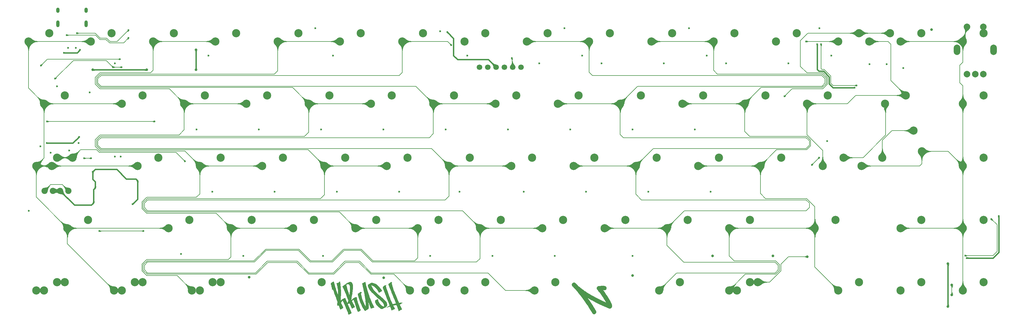
<source format=gbr>
G04 #@! TF.GenerationSoftware,KiCad,Pcbnew,(5.1.10)-1*
G04 #@! TF.CreationDate,2021-10-06T09:16:14+07:00*
G04 #@! TF.ProjectId,averange65,61766572-616e-4676-9536-352e6b696361,rev?*
G04 #@! TF.SameCoordinates,Original*
G04 #@! TF.FileFunction,Copper,L1,Top*
G04 #@! TF.FilePolarity,Positive*
%FSLAX46Y46*%
G04 Gerber Fmt 4.6, Leading zero omitted, Abs format (unit mm)*
G04 Created by KiCad (PCBNEW (5.1.10)-1) date 2021-10-06 09:16:14*
%MOMM*%
%LPD*%
G01*
G04 APERTURE LIST*
G04 #@! TA.AperFunction,EtchedComponent*
%ADD10C,0.010000*%
G04 #@! TD*
G04 #@! TA.AperFunction,ComponentPad*
%ADD11C,1.700000*%
G04 #@! TD*
G04 #@! TA.AperFunction,ComponentPad*
%ADD12O,1.000000X2.100000*%
G04 #@! TD*
G04 #@! TA.AperFunction,ComponentPad*
%ADD13O,1.000000X1.600000*%
G04 #@! TD*
G04 #@! TA.AperFunction,ComponentPad*
%ADD14C,2.000000*%
G04 #@! TD*
G04 #@! TA.AperFunction,ComponentPad*
%ADD15O,2.000000X3.200000*%
G04 #@! TD*
G04 #@! TA.AperFunction,ComponentPad*
%ADD16C,2.500000*%
G04 #@! TD*
G04 #@! TA.AperFunction,ComponentPad*
%ADD17C,1.905000*%
G04 #@! TD*
G04 #@! TA.AperFunction,ViaPad*
%ADD18C,0.600000*%
G04 #@! TD*
G04 #@! TA.AperFunction,ViaPad*
%ADD19C,0.800000*%
G04 #@! TD*
G04 #@! TA.AperFunction,Conductor*
%ADD20C,0.400000*%
G04 #@! TD*
G04 #@! TA.AperFunction,Conductor*
%ADD21C,1.000000*%
G04 #@! TD*
G04 #@! TA.AperFunction,Conductor*
%ADD22C,0.200000*%
G04 #@! TD*
G04 #@! TA.AperFunction,Conductor*
%ADD23C,0.025400*%
G04 #@! TD*
G04 #@! TA.AperFunction,Conductor*
%ADD24C,0.100000*%
G04 #@! TD*
G04 APERTURE END LIST*
D10*
G36*
X100797348Y-119207262D02*
G01*
X100875663Y-119643874D01*
X100938995Y-120105075D01*
X100987479Y-120594997D01*
X101021251Y-121117770D01*
X101040445Y-121677528D01*
X101045196Y-122278400D01*
X101035639Y-122924520D01*
X101011908Y-123620018D01*
X100974138Y-124369027D01*
X100968770Y-124461001D01*
X100949323Y-124789707D01*
X101184591Y-124565589D01*
X101286948Y-124471484D01*
X101380910Y-124394984D01*
X101480618Y-124326824D01*
X101600215Y-124257741D01*
X101753844Y-124178471D01*
X101841794Y-124135076D01*
X102002461Y-124059086D01*
X102138131Y-124000041D01*
X102240520Y-123961260D01*
X102301344Y-123946062D01*
X102311320Y-123946944D01*
X102347355Y-123977093D01*
X102394309Y-124045813D01*
X102453723Y-124156303D01*
X102527141Y-124311760D01*
X102616105Y-124515384D01*
X102722157Y-124770374D01*
X102794341Y-124948628D01*
X102866697Y-125125812D01*
X102933035Y-125282777D01*
X102989790Y-125411518D01*
X103033391Y-125504032D01*
X103060272Y-125552316D01*
X103065770Y-125557485D01*
X103090022Y-125531981D01*
X103127639Y-125461394D01*
X103173820Y-125357580D01*
X103223762Y-125232393D01*
X103272664Y-125097689D01*
X103315724Y-124965321D01*
X103339470Y-124881738D01*
X103366137Y-124774392D01*
X103376296Y-124700543D01*
X103369161Y-124636028D01*
X103343947Y-124556687D01*
X103327468Y-124512305D01*
X103303308Y-124448953D01*
X103260159Y-124336911D01*
X103200737Y-124183171D01*
X103127759Y-123994726D01*
X103043940Y-123778570D01*
X102951997Y-123541696D01*
X102854646Y-123291096D01*
X102754604Y-123033764D01*
X102654587Y-122776692D01*
X102557311Y-122526875D01*
X102465492Y-122291305D01*
X102381848Y-122076974D01*
X102326727Y-121935942D01*
X102276114Y-121812464D01*
X102205611Y-121648734D01*
X102121258Y-121458348D01*
X102029096Y-121254901D01*
X101935166Y-121051989D01*
X101913135Y-121005101D01*
X101622275Y-120388025D01*
X101730243Y-120272025D01*
X101812884Y-120188015D01*
X101903607Y-120106719D01*
X102010572Y-120022143D01*
X102141935Y-119928291D01*
X102220692Y-119875861D01*
X102664977Y-119875861D01*
X102813333Y-120450196D01*
X102936686Y-120916364D01*
X103054155Y-121335655D01*
X103169392Y-121720191D01*
X103286050Y-122082093D01*
X103407783Y-122433485D01*
X103427694Y-122488766D01*
X103505191Y-122701659D01*
X103565464Y-122863989D01*
X103610973Y-122981624D01*
X103644174Y-123060432D01*
X103667527Y-123106280D01*
X103683490Y-123125037D01*
X103693613Y-123123560D01*
X103702097Y-123090906D01*
X103716608Y-123010031D01*
X103735339Y-122891964D01*
X103756481Y-122747732D01*
X103763831Y-122695178D01*
X103813911Y-122303891D01*
X103849434Y-121954740D01*
X103871403Y-121632160D01*
X103880821Y-121320581D01*
X103878690Y-121004438D01*
X103876964Y-120939199D01*
X103866307Y-120678316D01*
X103850127Y-120467223D01*
X103826559Y-120296054D01*
X103793740Y-120154947D01*
X103749804Y-120034038D01*
X103692888Y-119923464D01*
X103681368Y-119904300D01*
X103604549Y-119805996D01*
X103511543Y-119723015D01*
X103480684Y-119703086D01*
X103325021Y-119646974D01*
X103151316Y-119636687D01*
X102977269Y-119670146D01*
X102820577Y-119745273D01*
X102766248Y-119786943D01*
X102664977Y-119875861D01*
X102220692Y-119875861D01*
X102305856Y-119819167D01*
X102510492Y-119688777D01*
X102600212Y-119632664D01*
X102909087Y-119445618D01*
X103177289Y-119295684D01*
X103409688Y-119181271D01*
X103611150Y-119100789D01*
X103786544Y-119052647D01*
X103940739Y-119035255D01*
X104078602Y-119047021D01*
X104205002Y-119086355D01*
X104232993Y-119099149D01*
X104371401Y-119187944D01*
X104484964Y-119310349D01*
X104574713Y-119469939D01*
X104641681Y-119670291D01*
X104686900Y-119914981D01*
X104711402Y-120207584D01*
X104716221Y-120551676D01*
X104711166Y-120755589D01*
X104702737Y-120955320D01*
X104691656Y-121146799D01*
X104676988Y-121337603D01*
X104657797Y-121535310D01*
X104633148Y-121747495D01*
X104602106Y-121981738D01*
X104563734Y-122245614D01*
X104517098Y-122546702D01*
X104461261Y-122892577D01*
X104406311Y-123224785D01*
X104363844Y-123479917D01*
X104324624Y-123716323D01*
X104289706Y-123927578D01*
X104260148Y-124107257D01*
X104237005Y-124248935D01*
X104221333Y-124346188D01*
X104214189Y-124392590D01*
X104213859Y-124395533D01*
X104236697Y-124435344D01*
X104287716Y-124478733D01*
X104340676Y-124504579D01*
X104350888Y-124505825D01*
X104390058Y-124485192D01*
X104456537Y-124430281D01*
X104538033Y-124351573D01*
X104565400Y-124322939D01*
X104765735Y-124133865D01*
X104987035Y-123967838D01*
X105216930Y-123832139D01*
X105443047Y-123734044D01*
X105653016Y-123680832D01*
X105658069Y-123680123D01*
X105744194Y-123672484D01*
X105793892Y-123684488D01*
X105829033Y-123722620D01*
X105835472Y-123732714D01*
X105858537Y-123789855D01*
X105887648Y-123890972D01*
X105918862Y-124021120D01*
X105944832Y-124147236D01*
X106023854Y-124513721D01*
X106127771Y-124919411D01*
X106252333Y-125351336D01*
X106393290Y-125796524D01*
X106546391Y-126242004D01*
X106707385Y-126674806D01*
X106872022Y-127081960D01*
X107006528Y-127387081D01*
X107054818Y-127493153D01*
X107082383Y-127571042D01*
X107084003Y-127630832D01*
X107054456Y-127682610D01*
X106988521Y-127736459D01*
X106880977Y-127802466D01*
X106753859Y-127875145D01*
X106578422Y-127972428D01*
X106447579Y-128038195D01*
X106356463Y-128074478D01*
X106300209Y-128083307D01*
X106278381Y-128073609D01*
X106257213Y-128032878D01*
X106219099Y-127941487D01*
X106166138Y-127805421D01*
X106100430Y-127630671D01*
X106024075Y-127423222D01*
X105939171Y-127189064D01*
X105847818Y-126934184D01*
X105752115Y-126664569D01*
X105654162Y-126386208D01*
X105556058Y-126105088D01*
X105459902Y-125827197D01*
X105367794Y-125558524D01*
X105281833Y-125305054D01*
X105204119Y-125072778D01*
X105136750Y-124867682D01*
X105081826Y-124695754D01*
X105041447Y-124562981D01*
X105019642Y-124483413D01*
X104995665Y-124406447D01*
X104971745Y-124361332D01*
X104963722Y-124356413D01*
X104933172Y-124375317D01*
X104867996Y-124426857D01*
X104777612Y-124503273D01*
X104671439Y-124596804D01*
X104666007Y-124601682D01*
X104547502Y-124710563D01*
X104469310Y-124789243D01*
X104425283Y-124845113D01*
X104409274Y-124885565D01*
X104411236Y-124907976D01*
X104428851Y-124948965D01*
X104470171Y-125036249D01*
X104531771Y-125162867D01*
X104610229Y-125321861D01*
X104702121Y-125506271D01*
X104804022Y-125709139D01*
X104856212Y-125812464D01*
X105283018Y-126655927D01*
X105126820Y-126759606D01*
X105005223Y-126836691D01*
X104873058Y-126914591D01*
X104742428Y-126986843D01*
X104625442Y-127046989D01*
X104534204Y-127088566D01*
X104480821Y-127105114D01*
X104479314Y-127105169D01*
X104437001Y-127078261D01*
X104389013Y-127004157D01*
X104370071Y-126963648D01*
X104281591Y-126758458D01*
X104190169Y-126548093D01*
X104099064Y-126339892D01*
X104011534Y-126141193D01*
X103930837Y-125959335D01*
X103860233Y-125801654D01*
X103802979Y-125675489D01*
X103762335Y-125588178D01*
X103741558Y-125547059D01*
X103740174Y-125545124D01*
X103706380Y-125545565D01*
X103630815Y-125560668D01*
X103528420Y-125586241D01*
X103414134Y-125618089D01*
X103302898Y-125652020D01*
X103209653Y-125683838D01*
X103149340Y-125709351D01*
X103143838Y-125712510D01*
X103135421Y-125722061D01*
X103133304Y-125740597D01*
X103139498Y-125773143D01*
X103156016Y-125824726D01*
X103184870Y-125900372D01*
X103228072Y-126005107D01*
X103287633Y-126143957D01*
X103365566Y-126321949D01*
X103463883Y-126544108D01*
X103584596Y-126815462D01*
X103592092Y-126832289D01*
X103687262Y-127046878D01*
X103785442Y-127269967D01*
X103880330Y-127487111D01*
X103965621Y-127683867D01*
X104035013Y-127845790D01*
X104055030Y-127893112D01*
X104119747Y-128045237D01*
X104181296Y-128186985D01*
X104233592Y-128304543D01*
X104270552Y-128384094D01*
X104276563Y-128396191D01*
X104332756Y-128506440D01*
X104244640Y-128569185D01*
X104181087Y-128607118D01*
X104078178Y-128660602D01*
X103951541Y-128721763D01*
X103849014Y-128768547D01*
X103685301Y-128841409D01*
X103568274Y-128892432D01*
X103489660Y-128923259D01*
X103441188Y-128935533D01*
X103414584Y-128930898D01*
X103401578Y-128910996D01*
X103393896Y-128877470D01*
X103390254Y-128859662D01*
X103360769Y-128750940D01*
X103311429Y-128600614D01*
X103244472Y-128413865D01*
X103162140Y-128195874D01*
X103066672Y-127951823D01*
X102960308Y-127686892D01*
X102845288Y-127406263D01*
X102723851Y-127115116D01*
X102598239Y-126818634D01*
X102470691Y-126521996D01*
X102343446Y-126230384D01*
X102218745Y-125948980D01*
X102098828Y-125682964D01*
X101985934Y-125437517D01*
X101882304Y-125217821D01*
X101790177Y-125029057D01*
X101711794Y-124876405D01*
X101649394Y-124765048D01*
X101605218Y-124700165D01*
X101585485Y-124685119D01*
X101556687Y-124708020D01*
X101502275Y-124769523D01*
X101430265Y-124858827D01*
X101348677Y-124965130D01*
X101265527Y-125077632D01*
X101188835Y-125185529D01*
X101126616Y-125278023D01*
X101086890Y-125344310D01*
X101076674Y-125370570D01*
X101089060Y-125417679D01*
X101123871Y-125508432D01*
X101176864Y-125633851D01*
X101243798Y-125784960D01*
X101320430Y-125952781D01*
X101402521Y-126128338D01*
X101485827Y-126302654D01*
X101566107Y-126466751D01*
X101639120Y-126611653D01*
X101700623Y-126728383D01*
X101746375Y-126807964D01*
X101771487Y-126841044D01*
X101766379Y-126866593D01*
X101718021Y-126914225D01*
X101635933Y-126977966D01*
X101529635Y-127051842D01*
X101408646Y-127129881D01*
X101282487Y-127206108D01*
X101160678Y-127274550D01*
X101052738Y-127329234D01*
X100968188Y-127364186D01*
X100922237Y-127373927D01*
X100897966Y-127345862D01*
X100857596Y-127264880D01*
X100802882Y-127135102D01*
X100735580Y-126960646D01*
X100672800Y-126788735D01*
X100608956Y-126611447D01*
X100550913Y-126452409D01*
X100501996Y-126320564D01*
X100465532Y-126224854D01*
X100444848Y-126174221D01*
X100442476Y-126169560D01*
X100410155Y-126154218D01*
X100348073Y-126178505D01*
X100333277Y-126186988D01*
X100219200Y-126232150D01*
X100119188Y-126229008D01*
X100052146Y-126186707D01*
X99994342Y-126085845D01*
X99958063Y-125946494D01*
X99943663Y-125786057D01*
X99951498Y-125621935D01*
X99981923Y-125471531D01*
X100035108Y-125352527D01*
X100080446Y-125280109D01*
X100096359Y-125228764D01*
X100085555Y-125171035D01*
X100059777Y-125102515D01*
X100039695Y-125049147D01*
X100001444Y-124945340D01*
X99947128Y-124796877D01*
X99878851Y-124609540D01*
X99798715Y-124389112D01*
X99708825Y-124141374D01*
X99611284Y-123872110D01*
X99508196Y-123587102D01*
X99465700Y-123469491D01*
X99302076Y-123017099D01*
X99157895Y-122619726D01*
X99032666Y-122276050D01*
X98925899Y-121984748D01*
X98837104Y-121744498D01*
X98765792Y-121553976D01*
X98711472Y-121411860D01*
X98673654Y-121316827D01*
X98651848Y-121267553D01*
X98647142Y-121259971D01*
X98614788Y-121262766D01*
X98548590Y-121284436D01*
X98522629Y-121294830D01*
X98451269Y-121322056D01*
X98408546Y-121333428D01*
X98403985Y-121332575D01*
X98397911Y-121300885D01*
X98386686Y-121223253D01*
X98372184Y-121113084D01*
X98363000Y-121039472D01*
X98332062Y-120838700D01*
X98285129Y-120600174D01*
X98226495Y-120342353D01*
X98160452Y-120083699D01*
X98091294Y-119842672D01*
X98066074Y-119762578D01*
X98027914Y-119639635D01*
X98007326Y-119544088D01*
X98009463Y-119467064D01*
X98039480Y-119399690D01*
X98102527Y-119333094D01*
X98203760Y-119258404D01*
X98348329Y-119166746D01*
X98447069Y-119106562D01*
X98611812Y-119008528D01*
X98732022Y-118941928D01*
X98812485Y-118904440D01*
X98857987Y-118893743D01*
X98871429Y-118900639D01*
X98885114Y-118940269D01*
X98910806Y-119028535D01*
X98945947Y-119156113D01*
X98987980Y-119313677D01*
X99034346Y-119491900D01*
X99045055Y-119533666D01*
X99102587Y-119757879D01*
X99151715Y-119946768D01*
X99195818Y-120112133D01*
X99238280Y-120265771D01*
X99282481Y-120419484D01*
X99331801Y-120585071D01*
X99389624Y-120774331D01*
X99459330Y-120999064D01*
X99527938Y-121218766D01*
X99589212Y-121411500D01*
X99659011Y-121625673D01*
X99734708Y-121853719D01*
X99813679Y-122088077D01*
X99893300Y-122321180D01*
X99970944Y-122545465D01*
X100043989Y-122753369D01*
X100109808Y-122937326D01*
X100165777Y-123089773D01*
X100209271Y-123203147D01*
X100237665Y-123269882D01*
X100243441Y-123280648D01*
X100251835Y-123266419D01*
X100257909Y-123195083D01*
X100261606Y-123069256D01*
X100262872Y-122891552D01*
X100261653Y-122664588D01*
X100259675Y-122503707D01*
X100255045Y-122254099D01*
X100248073Y-122033246D01*
X100237534Y-121831549D01*
X100222202Y-121639408D01*
X100200851Y-121447221D01*
X100172256Y-121245391D01*
X100135189Y-121024315D01*
X100088426Y-120774395D01*
X100030740Y-120486031D01*
X99960906Y-120149621D01*
X99956215Y-120127281D01*
X99913821Y-119925996D01*
X99881411Y-119775026D01*
X99856712Y-119666196D01*
X99837449Y-119591325D01*
X99821351Y-119542236D01*
X99806142Y-119510752D01*
X99789550Y-119488694D01*
X99774280Y-119472868D01*
X99747806Y-119437299D01*
X99771770Y-119418962D01*
X99783708Y-119415434D01*
X99965133Y-119364661D01*
X100100932Y-119323696D01*
X100203215Y-119286901D01*
X100284093Y-119248640D01*
X100355674Y-119203276D01*
X100430069Y-119145174D01*
X100508661Y-119078006D01*
X100732178Y-118884112D01*
X100797348Y-119207262D01*
G37*
X100797348Y-119207262D02*
X100875663Y-119643874D01*
X100938995Y-120105075D01*
X100987479Y-120594997D01*
X101021251Y-121117770D01*
X101040445Y-121677528D01*
X101045196Y-122278400D01*
X101035639Y-122924520D01*
X101011908Y-123620018D01*
X100974138Y-124369027D01*
X100968770Y-124461001D01*
X100949323Y-124789707D01*
X101184591Y-124565589D01*
X101286948Y-124471484D01*
X101380910Y-124394984D01*
X101480618Y-124326824D01*
X101600215Y-124257741D01*
X101753844Y-124178471D01*
X101841794Y-124135076D01*
X102002461Y-124059086D01*
X102138131Y-124000041D01*
X102240520Y-123961260D01*
X102301344Y-123946062D01*
X102311320Y-123946944D01*
X102347355Y-123977093D01*
X102394309Y-124045813D01*
X102453723Y-124156303D01*
X102527141Y-124311760D01*
X102616105Y-124515384D01*
X102722157Y-124770374D01*
X102794341Y-124948628D01*
X102866697Y-125125812D01*
X102933035Y-125282777D01*
X102989790Y-125411518D01*
X103033391Y-125504032D01*
X103060272Y-125552316D01*
X103065770Y-125557485D01*
X103090022Y-125531981D01*
X103127639Y-125461394D01*
X103173820Y-125357580D01*
X103223762Y-125232393D01*
X103272664Y-125097689D01*
X103315724Y-124965321D01*
X103339470Y-124881738D01*
X103366137Y-124774392D01*
X103376296Y-124700543D01*
X103369161Y-124636028D01*
X103343947Y-124556687D01*
X103327468Y-124512305D01*
X103303308Y-124448953D01*
X103260159Y-124336911D01*
X103200737Y-124183171D01*
X103127759Y-123994726D01*
X103043940Y-123778570D01*
X102951997Y-123541696D01*
X102854646Y-123291096D01*
X102754604Y-123033764D01*
X102654587Y-122776692D01*
X102557311Y-122526875D01*
X102465492Y-122291305D01*
X102381848Y-122076974D01*
X102326727Y-121935942D01*
X102276114Y-121812464D01*
X102205611Y-121648734D01*
X102121258Y-121458348D01*
X102029096Y-121254901D01*
X101935166Y-121051989D01*
X101913135Y-121005101D01*
X101622275Y-120388025D01*
X101730243Y-120272025D01*
X101812884Y-120188015D01*
X101903607Y-120106719D01*
X102010572Y-120022143D01*
X102141935Y-119928291D01*
X102220692Y-119875861D01*
X102664977Y-119875861D01*
X102813333Y-120450196D01*
X102936686Y-120916364D01*
X103054155Y-121335655D01*
X103169392Y-121720191D01*
X103286050Y-122082093D01*
X103407783Y-122433485D01*
X103427694Y-122488766D01*
X103505191Y-122701659D01*
X103565464Y-122863989D01*
X103610973Y-122981624D01*
X103644174Y-123060432D01*
X103667527Y-123106280D01*
X103683490Y-123125037D01*
X103693613Y-123123560D01*
X103702097Y-123090906D01*
X103716608Y-123010031D01*
X103735339Y-122891964D01*
X103756481Y-122747732D01*
X103763831Y-122695178D01*
X103813911Y-122303891D01*
X103849434Y-121954740D01*
X103871403Y-121632160D01*
X103880821Y-121320581D01*
X103878690Y-121004438D01*
X103876964Y-120939199D01*
X103866307Y-120678316D01*
X103850127Y-120467223D01*
X103826559Y-120296054D01*
X103793740Y-120154947D01*
X103749804Y-120034038D01*
X103692888Y-119923464D01*
X103681368Y-119904300D01*
X103604549Y-119805996D01*
X103511543Y-119723015D01*
X103480684Y-119703086D01*
X103325021Y-119646974D01*
X103151316Y-119636687D01*
X102977269Y-119670146D01*
X102820577Y-119745273D01*
X102766248Y-119786943D01*
X102664977Y-119875861D01*
X102220692Y-119875861D01*
X102305856Y-119819167D01*
X102510492Y-119688777D01*
X102600212Y-119632664D01*
X102909087Y-119445618D01*
X103177289Y-119295684D01*
X103409688Y-119181271D01*
X103611150Y-119100789D01*
X103786544Y-119052647D01*
X103940739Y-119035255D01*
X104078602Y-119047021D01*
X104205002Y-119086355D01*
X104232993Y-119099149D01*
X104371401Y-119187944D01*
X104484964Y-119310349D01*
X104574713Y-119469939D01*
X104641681Y-119670291D01*
X104686900Y-119914981D01*
X104711402Y-120207584D01*
X104716221Y-120551676D01*
X104711166Y-120755589D01*
X104702737Y-120955320D01*
X104691656Y-121146799D01*
X104676988Y-121337603D01*
X104657797Y-121535310D01*
X104633148Y-121747495D01*
X104602106Y-121981738D01*
X104563734Y-122245614D01*
X104517098Y-122546702D01*
X104461261Y-122892577D01*
X104406311Y-123224785D01*
X104363844Y-123479917D01*
X104324624Y-123716323D01*
X104289706Y-123927578D01*
X104260148Y-124107257D01*
X104237005Y-124248935D01*
X104221333Y-124346188D01*
X104214189Y-124392590D01*
X104213859Y-124395533D01*
X104236697Y-124435344D01*
X104287716Y-124478733D01*
X104340676Y-124504579D01*
X104350888Y-124505825D01*
X104390058Y-124485192D01*
X104456537Y-124430281D01*
X104538033Y-124351573D01*
X104565400Y-124322939D01*
X104765735Y-124133865D01*
X104987035Y-123967838D01*
X105216930Y-123832139D01*
X105443047Y-123734044D01*
X105653016Y-123680832D01*
X105658069Y-123680123D01*
X105744194Y-123672484D01*
X105793892Y-123684488D01*
X105829033Y-123722620D01*
X105835472Y-123732714D01*
X105858537Y-123789855D01*
X105887648Y-123890972D01*
X105918862Y-124021120D01*
X105944832Y-124147236D01*
X106023854Y-124513721D01*
X106127771Y-124919411D01*
X106252333Y-125351336D01*
X106393290Y-125796524D01*
X106546391Y-126242004D01*
X106707385Y-126674806D01*
X106872022Y-127081960D01*
X107006528Y-127387081D01*
X107054818Y-127493153D01*
X107082383Y-127571042D01*
X107084003Y-127630832D01*
X107054456Y-127682610D01*
X106988521Y-127736459D01*
X106880977Y-127802466D01*
X106753859Y-127875145D01*
X106578422Y-127972428D01*
X106447579Y-128038195D01*
X106356463Y-128074478D01*
X106300209Y-128083307D01*
X106278381Y-128073609D01*
X106257213Y-128032878D01*
X106219099Y-127941487D01*
X106166138Y-127805421D01*
X106100430Y-127630671D01*
X106024075Y-127423222D01*
X105939171Y-127189064D01*
X105847818Y-126934184D01*
X105752115Y-126664569D01*
X105654162Y-126386208D01*
X105556058Y-126105088D01*
X105459902Y-125827197D01*
X105367794Y-125558524D01*
X105281833Y-125305054D01*
X105204119Y-125072778D01*
X105136750Y-124867682D01*
X105081826Y-124695754D01*
X105041447Y-124562981D01*
X105019642Y-124483413D01*
X104995665Y-124406447D01*
X104971745Y-124361332D01*
X104963722Y-124356413D01*
X104933172Y-124375317D01*
X104867996Y-124426857D01*
X104777612Y-124503273D01*
X104671439Y-124596804D01*
X104666007Y-124601682D01*
X104547502Y-124710563D01*
X104469310Y-124789243D01*
X104425283Y-124845113D01*
X104409274Y-124885565D01*
X104411236Y-124907976D01*
X104428851Y-124948965D01*
X104470171Y-125036249D01*
X104531771Y-125162867D01*
X104610229Y-125321861D01*
X104702121Y-125506271D01*
X104804022Y-125709139D01*
X104856212Y-125812464D01*
X105283018Y-126655927D01*
X105126820Y-126759606D01*
X105005223Y-126836691D01*
X104873058Y-126914591D01*
X104742428Y-126986843D01*
X104625442Y-127046989D01*
X104534204Y-127088566D01*
X104480821Y-127105114D01*
X104479314Y-127105169D01*
X104437001Y-127078261D01*
X104389013Y-127004157D01*
X104370071Y-126963648D01*
X104281591Y-126758458D01*
X104190169Y-126548093D01*
X104099064Y-126339892D01*
X104011534Y-126141193D01*
X103930837Y-125959335D01*
X103860233Y-125801654D01*
X103802979Y-125675489D01*
X103762335Y-125588178D01*
X103741558Y-125547059D01*
X103740174Y-125545124D01*
X103706380Y-125545565D01*
X103630815Y-125560668D01*
X103528420Y-125586241D01*
X103414134Y-125618089D01*
X103302898Y-125652020D01*
X103209653Y-125683838D01*
X103149340Y-125709351D01*
X103143838Y-125712510D01*
X103135421Y-125722061D01*
X103133304Y-125740597D01*
X103139498Y-125773143D01*
X103156016Y-125824726D01*
X103184870Y-125900372D01*
X103228072Y-126005107D01*
X103287633Y-126143957D01*
X103365566Y-126321949D01*
X103463883Y-126544108D01*
X103584596Y-126815462D01*
X103592092Y-126832289D01*
X103687262Y-127046878D01*
X103785442Y-127269967D01*
X103880330Y-127487111D01*
X103965621Y-127683867D01*
X104035013Y-127845790D01*
X104055030Y-127893112D01*
X104119747Y-128045237D01*
X104181296Y-128186985D01*
X104233592Y-128304543D01*
X104270552Y-128384094D01*
X104276563Y-128396191D01*
X104332756Y-128506440D01*
X104244640Y-128569185D01*
X104181087Y-128607118D01*
X104078178Y-128660602D01*
X103951541Y-128721763D01*
X103849014Y-128768547D01*
X103685301Y-128841409D01*
X103568274Y-128892432D01*
X103489660Y-128923259D01*
X103441188Y-128935533D01*
X103414584Y-128930898D01*
X103401578Y-128910996D01*
X103393896Y-128877470D01*
X103390254Y-128859662D01*
X103360769Y-128750940D01*
X103311429Y-128600614D01*
X103244472Y-128413865D01*
X103162140Y-128195874D01*
X103066672Y-127951823D01*
X102960308Y-127686892D01*
X102845288Y-127406263D01*
X102723851Y-127115116D01*
X102598239Y-126818634D01*
X102470691Y-126521996D01*
X102343446Y-126230384D01*
X102218745Y-125948980D01*
X102098828Y-125682964D01*
X101985934Y-125437517D01*
X101882304Y-125217821D01*
X101790177Y-125029057D01*
X101711794Y-124876405D01*
X101649394Y-124765048D01*
X101605218Y-124700165D01*
X101585485Y-124685119D01*
X101556687Y-124708020D01*
X101502275Y-124769523D01*
X101430265Y-124858827D01*
X101348677Y-124965130D01*
X101265527Y-125077632D01*
X101188835Y-125185529D01*
X101126616Y-125278023D01*
X101086890Y-125344310D01*
X101076674Y-125370570D01*
X101089060Y-125417679D01*
X101123871Y-125508432D01*
X101176864Y-125633851D01*
X101243798Y-125784960D01*
X101320430Y-125952781D01*
X101402521Y-126128338D01*
X101485827Y-126302654D01*
X101566107Y-126466751D01*
X101639120Y-126611653D01*
X101700623Y-126728383D01*
X101746375Y-126807964D01*
X101771487Y-126841044D01*
X101766379Y-126866593D01*
X101718021Y-126914225D01*
X101635933Y-126977966D01*
X101529635Y-127051842D01*
X101408646Y-127129881D01*
X101282487Y-127206108D01*
X101160678Y-127274550D01*
X101052738Y-127329234D01*
X100968188Y-127364186D01*
X100922237Y-127373927D01*
X100897966Y-127345862D01*
X100857596Y-127264880D01*
X100802882Y-127135102D01*
X100735580Y-126960646D01*
X100672800Y-126788735D01*
X100608956Y-126611447D01*
X100550913Y-126452409D01*
X100501996Y-126320564D01*
X100465532Y-126224854D01*
X100444848Y-126174221D01*
X100442476Y-126169560D01*
X100410155Y-126154218D01*
X100348073Y-126178505D01*
X100333277Y-126186988D01*
X100219200Y-126232150D01*
X100119188Y-126229008D01*
X100052146Y-126186707D01*
X99994342Y-126085845D01*
X99958063Y-125946494D01*
X99943663Y-125786057D01*
X99951498Y-125621935D01*
X99981923Y-125471531D01*
X100035108Y-125352527D01*
X100080446Y-125280109D01*
X100096359Y-125228764D01*
X100085555Y-125171035D01*
X100059777Y-125102515D01*
X100039695Y-125049147D01*
X100001444Y-124945340D01*
X99947128Y-124796877D01*
X99878851Y-124609540D01*
X99798715Y-124389112D01*
X99708825Y-124141374D01*
X99611284Y-123872110D01*
X99508196Y-123587102D01*
X99465700Y-123469491D01*
X99302076Y-123017099D01*
X99157895Y-122619726D01*
X99032666Y-122276050D01*
X98925899Y-121984748D01*
X98837104Y-121744498D01*
X98765792Y-121553976D01*
X98711472Y-121411860D01*
X98673654Y-121316827D01*
X98651848Y-121267553D01*
X98647142Y-121259971D01*
X98614788Y-121262766D01*
X98548590Y-121284436D01*
X98522629Y-121294830D01*
X98451269Y-121322056D01*
X98408546Y-121333428D01*
X98403985Y-121332575D01*
X98397911Y-121300885D01*
X98386686Y-121223253D01*
X98372184Y-121113084D01*
X98363000Y-121039472D01*
X98332062Y-120838700D01*
X98285129Y-120600174D01*
X98226495Y-120342353D01*
X98160452Y-120083699D01*
X98091294Y-119842672D01*
X98066074Y-119762578D01*
X98027914Y-119639635D01*
X98007326Y-119544088D01*
X98009463Y-119467064D01*
X98039480Y-119399690D01*
X98102527Y-119333094D01*
X98203760Y-119258404D01*
X98348329Y-119166746D01*
X98447069Y-119106562D01*
X98611812Y-119008528D01*
X98732022Y-118941928D01*
X98812485Y-118904440D01*
X98857987Y-118893743D01*
X98871429Y-118900639D01*
X98885114Y-118940269D01*
X98910806Y-119028535D01*
X98945947Y-119156113D01*
X98987980Y-119313677D01*
X99034346Y-119491900D01*
X99045055Y-119533666D01*
X99102587Y-119757879D01*
X99151715Y-119946768D01*
X99195818Y-120112133D01*
X99238280Y-120265771D01*
X99282481Y-120419484D01*
X99331801Y-120585071D01*
X99389624Y-120774331D01*
X99459330Y-120999064D01*
X99527938Y-121218766D01*
X99589212Y-121411500D01*
X99659011Y-121625673D01*
X99734708Y-121853719D01*
X99813679Y-122088077D01*
X99893300Y-122321180D01*
X99970944Y-122545465D01*
X100043989Y-122753369D01*
X100109808Y-122937326D01*
X100165777Y-123089773D01*
X100209271Y-123203147D01*
X100237665Y-123269882D01*
X100243441Y-123280648D01*
X100251835Y-123266419D01*
X100257909Y-123195083D01*
X100261606Y-123069256D01*
X100262872Y-122891552D01*
X100261653Y-122664588D01*
X100259675Y-122503707D01*
X100255045Y-122254099D01*
X100248073Y-122033246D01*
X100237534Y-121831549D01*
X100222202Y-121639408D01*
X100200851Y-121447221D01*
X100172256Y-121245391D01*
X100135189Y-121024315D01*
X100088426Y-120774395D01*
X100030740Y-120486031D01*
X99960906Y-120149621D01*
X99956215Y-120127281D01*
X99913821Y-119925996D01*
X99881411Y-119775026D01*
X99856712Y-119666196D01*
X99837449Y-119591325D01*
X99821351Y-119542236D01*
X99806142Y-119510752D01*
X99789550Y-119488694D01*
X99774280Y-119472868D01*
X99747806Y-119437299D01*
X99771770Y-119418962D01*
X99783708Y-119415434D01*
X99965133Y-119364661D01*
X100100932Y-119323696D01*
X100203215Y-119286901D01*
X100284093Y-119248640D01*
X100355674Y-119203276D01*
X100430069Y-119145174D01*
X100508661Y-119078006D01*
X100732178Y-118884112D01*
X100797348Y-119207262D01*
G36*
X116576146Y-119102377D02*
G01*
X116655613Y-119185973D01*
X116687433Y-119250752D01*
X116674334Y-119310054D01*
X116630096Y-119365935D01*
X116550154Y-119449377D01*
X116626809Y-119728954D01*
X116713692Y-120026986D01*
X116824417Y-120375127D01*
X116957532Y-120769339D01*
X117111585Y-121205582D01*
X117285123Y-121679817D01*
X117476693Y-122188006D01*
X117684844Y-122726110D01*
X117901712Y-123274067D01*
X117975848Y-123457903D01*
X118059830Y-123663581D01*
X118150778Y-123884284D01*
X118245812Y-124113192D01*
X118342051Y-124343488D01*
X118436617Y-124568352D01*
X118526629Y-124780966D01*
X118609207Y-124974512D01*
X118681472Y-125142170D01*
X118740543Y-125277122D01*
X118783541Y-125372550D01*
X118807586Y-125421634D01*
X118810741Y-125426374D01*
X118842023Y-125426470D01*
X118921478Y-125420344D01*
X119037957Y-125409017D01*
X119180308Y-125393507D01*
X119218958Y-125389058D01*
X119376943Y-125371671D01*
X119522491Y-125357458D01*
X119640662Y-125347755D01*
X119716517Y-125343903D01*
X119722800Y-125343906D01*
X119827388Y-125345209D01*
X119677977Y-125479504D01*
X119598092Y-125546139D01*
X119492876Y-125626894D01*
X119375342Y-125712601D01*
X119258505Y-125794093D01*
X119155379Y-125862199D01*
X119078978Y-125907753D01*
X119052686Y-125920006D01*
X119056369Y-125948785D01*
X119084036Y-126024093D01*
X119132717Y-126139119D01*
X119199442Y-126287051D01*
X119281239Y-126461078D01*
X119356026Y-126615517D01*
X119447859Y-126804363D01*
X119530746Y-126977707D01*
X119601029Y-127127661D01*
X119655047Y-127246338D01*
X119689143Y-127325852D01*
X119699673Y-127356314D01*
X119694333Y-127386379D01*
X119662457Y-127414547D01*
X119594507Y-127446092D01*
X119480946Y-127486285D01*
X119440703Y-127499473D01*
X119272057Y-127561380D01*
X119137744Y-127629877D01*
X119012693Y-127718105D01*
X118992594Y-127734337D01*
X118889870Y-127816438D01*
X118823128Y-127862967D01*
X118783633Y-127877996D01*
X118762646Y-127865600D01*
X118754898Y-127845178D01*
X118719919Y-127724346D01*
X118666158Y-127555567D01*
X118596269Y-127346680D01*
X118512905Y-127105526D01*
X118418723Y-126839945D01*
X118352750Y-126657354D01*
X118118957Y-126014883D01*
X117957173Y-126018407D01*
X117865080Y-126025272D01*
X117739360Y-126041118D01*
X117593913Y-126063439D01*
X117442641Y-126089727D01*
X117299444Y-126117475D01*
X117178223Y-126144176D01*
X117092880Y-126167323D01*
X117062384Y-126179784D01*
X117050331Y-126199694D01*
X117055025Y-126240300D01*
X117079227Y-126309089D01*
X117125697Y-126413549D01*
X117197194Y-126561166D01*
X117219595Y-126606278D01*
X117297429Y-126756717D01*
X117374619Y-126895770D01*
X117443724Y-127010707D01*
X117497308Y-127088797D01*
X117510995Y-127105042D01*
X117564154Y-127165331D01*
X117592840Y-127204594D01*
X117594562Y-127211524D01*
X117565054Y-127225319D01*
X117492224Y-127256013D01*
X117388319Y-127298508D01*
X117308700Y-127330529D01*
X117176388Y-127386378D01*
X117053351Y-127443500D01*
X116958249Y-127493018D01*
X116926875Y-127512237D01*
X116780861Y-127603744D01*
X116673609Y-127652792D01*
X116602271Y-127659822D01*
X116564000Y-127625275D01*
X116555271Y-127569801D01*
X116544718Y-127523519D01*
X116515898Y-127433118D01*
X116473066Y-127309840D01*
X116420479Y-127164923D01*
X116362394Y-127009610D01*
X116303066Y-126855138D01*
X116246752Y-126712749D01*
X116197708Y-126593682D01*
X116160190Y-126509178D01*
X116139348Y-126471430D01*
X116106561Y-126473873D01*
X116026525Y-126493596D01*
X115908335Y-126527953D01*
X115761087Y-126574296D01*
X115593875Y-126629976D01*
X115589194Y-126631576D01*
X115421802Y-126687792D01*
X115274453Y-126735345D01*
X115156173Y-126771478D01*
X115075988Y-126793438D01*
X115042926Y-126798469D01*
X115042765Y-126798339D01*
X115062217Y-126779325D01*
X115125542Y-126736182D01*
X115224534Y-126674097D01*
X115350984Y-126598260D01*
X115455365Y-126537513D01*
X115640924Y-126430755D01*
X115780911Y-126349618D01*
X115881496Y-126289817D01*
X115948851Y-126247066D01*
X115989147Y-126217081D01*
X116008555Y-126195576D01*
X116013247Y-126178266D01*
X116009393Y-126160866D01*
X116007271Y-126154287D01*
X115992589Y-126115247D01*
X115958325Y-126027802D01*
X115907270Y-125898966D01*
X115842217Y-125735752D01*
X115765959Y-125545174D01*
X115681288Y-125334244D01*
X115630518Y-125208060D01*
X115522675Y-124938663D01*
X115404513Y-124640758D01*
X115282705Y-124331354D01*
X115163927Y-124027462D01*
X115054852Y-123746089D01*
X114968036Y-123519707D01*
X114869405Y-123261203D01*
X114758852Y-122972396D01*
X114643713Y-122672384D01*
X114531320Y-122380262D01*
X114429006Y-122115126D01*
X114382782Y-121995707D01*
X114243062Y-121631611D01*
X114127288Y-121322047D01*
X114035393Y-121066820D01*
X113967310Y-120865732D01*
X113922971Y-120718590D01*
X113902309Y-120625196D01*
X113901371Y-120594131D01*
X113927689Y-120555834D01*
X113991862Y-120491079D01*
X114083365Y-120408498D01*
X114191674Y-120316722D01*
X114306263Y-120224380D01*
X114416608Y-120140105D01*
X114512183Y-120072526D01*
X114582464Y-120030274D01*
X114596691Y-120023961D01*
X114746752Y-119995118D01*
X114889225Y-120025534D01*
X114896087Y-120028584D01*
X114972892Y-120063578D01*
X114813140Y-120230324D01*
X114896211Y-120582603D01*
X114991770Y-120954626D01*
X115113313Y-121372610D01*
X115258483Y-121829897D01*
X115424926Y-122319829D01*
X115610289Y-122835746D01*
X115812215Y-123370992D01*
X116028352Y-123918908D01*
X116256344Y-124472834D01*
X116349978Y-124693766D01*
X116472058Y-124978742D01*
X116573411Y-125213315D01*
X116656410Y-125402201D01*
X116723426Y-125550118D01*
X116776833Y-125661782D01*
X116819003Y-125741910D01*
X116852308Y-125795218D01*
X116879121Y-125826424D01*
X116901815Y-125840244D01*
X116922762Y-125841396D01*
X116926797Y-125840558D01*
X117010400Y-125819877D01*
X117127401Y-125790159D01*
X117266668Y-125754318D01*
X117417068Y-125715270D01*
X117567469Y-125675927D01*
X117706739Y-125639205D01*
X117823746Y-125608017D01*
X117907359Y-125585277D01*
X117946444Y-125573900D01*
X117947938Y-125573245D01*
X117939900Y-125544720D01*
X117913305Y-125471937D01*
X117872318Y-125365915D01*
X117821212Y-125237942D01*
X117781920Y-125140299D01*
X117723646Y-124994654D01*
X117649406Y-124808580D01*
X117562211Y-124589644D01*
X117465076Y-124345418D01*
X117361014Y-124083471D01*
X117253038Y-123811374D01*
X117184792Y-123639236D01*
X117056335Y-123316333D01*
X116912968Y-122958065D01*
X116760832Y-122579645D01*
X116606068Y-122196288D01*
X116454819Y-121823208D01*
X116313226Y-121475617D01*
X116189576Y-121173942D01*
X116083633Y-120915782D01*
X115983093Y-120669418D01*
X115890630Y-120441496D01*
X115808915Y-120238665D01*
X115740622Y-120067573D01*
X115688422Y-119934867D01*
X115654987Y-119847195D01*
X115645765Y-119821186D01*
X115593847Y-119663723D01*
X115663677Y-119603795D01*
X115712678Y-119566480D01*
X115800913Y-119503801D01*
X115917665Y-119423203D01*
X116052215Y-119332132D01*
X116117696Y-119288399D01*
X116501886Y-119032930D01*
X116576146Y-119102377D01*
G37*
X116576146Y-119102377D02*
X116655613Y-119185973D01*
X116687433Y-119250752D01*
X116674334Y-119310054D01*
X116630096Y-119365935D01*
X116550154Y-119449377D01*
X116626809Y-119728954D01*
X116713692Y-120026986D01*
X116824417Y-120375127D01*
X116957532Y-120769339D01*
X117111585Y-121205582D01*
X117285123Y-121679817D01*
X117476693Y-122188006D01*
X117684844Y-122726110D01*
X117901712Y-123274067D01*
X117975848Y-123457903D01*
X118059830Y-123663581D01*
X118150778Y-123884284D01*
X118245812Y-124113192D01*
X118342051Y-124343488D01*
X118436617Y-124568352D01*
X118526629Y-124780966D01*
X118609207Y-124974512D01*
X118681472Y-125142170D01*
X118740543Y-125277122D01*
X118783541Y-125372550D01*
X118807586Y-125421634D01*
X118810741Y-125426374D01*
X118842023Y-125426470D01*
X118921478Y-125420344D01*
X119037957Y-125409017D01*
X119180308Y-125393507D01*
X119218958Y-125389058D01*
X119376943Y-125371671D01*
X119522491Y-125357458D01*
X119640662Y-125347755D01*
X119716517Y-125343903D01*
X119722800Y-125343906D01*
X119827388Y-125345209D01*
X119677977Y-125479504D01*
X119598092Y-125546139D01*
X119492876Y-125626894D01*
X119375342Y-125712601D01*
X119258505Y-125794093D01*
X119155379Y-125862199D01*
X119078978Y-125907753D01*
X119052686Y-125920006D01*
X119056369Y-125948785D01*
X119084036Y-126024093D01*
X119132717Y-126139119D01*
X119199442Y-126287051D01*
X119281239Y-126461078D01*
X119356026Y-126615517D01*
X119447859Y-126804363D01*
X119530746Y-126977707D01*
X119601029Y-127127661D01*
X119655047Y-127246338D01*
X119689143Y-127325852D01*
X119699673Y-127356314D01*
X119694333Y-127386379D01*
X119662457Y-127414547D01*
X119594507Y-127446092D01*
X119480946Y-127486285D01*
X119440703Y-127499473D01*
X119272057Y-127561380D01*
X119137744Y-127629877D01*
X119012693Y-127718105D01*
X118992594Y-127734337D01*
X118889870Y-127816438D01*
X118823128Y-127862967D01*
X118783633Y-127877996D01*
X118762646Y-127865600D01*
X118754898Y-127845178D01*
X118719919Y-127724346D01*
X118666158Y-127555567D01*
X118596269Y-127346680D01*
X118512905Y-127105526D01*
X118418723Y-126839945D01*
X118352750Y-126657354D01*
X118118957Y-126014883D01*
X117957173Y-126018407D01*
X117865080Y-126025272D01*
X117739360Y-126041118D01*
X117593913Y-126063439D01*
X117442641Y-126089727D01*
X117299444Y-126117475D01*
X117178223Y-126144176D01*
X117092880Y-126167323D01*
X117062384Y-126179784D01*
X117050331Y-126199694D01*
X117055025Y-126240300D01*
X117079227Y-126309089D01*
X117125697Y-126413549D01*
X117197194Y-126561166D01*
X117219595Y-126606278D01*
X117297429Y-126756717D01*
X117374619Y-126895770D01*
X117443724Y-127010707D01*
X117497308Y-127088797D01*
X117510995Y-127105042D01*
X117564154Y-127165331D01*
X117592840Y-127204594D01*
X117594562Y-127211524D01*
X117565054Y-127225319D01*
X117492224Y-127256013D01*
X117388319Y-127298508D01*
X117308700Y-127330529D01*
X117176388Y-127386378D01*
X117053351Y-127443500D01*
X116958249Y-127493018D01*
X116926875Y-127512237D01*
X116780861Y-127603744D01*
X116673609Y-127652792D01*
X116602271Y-127659822D01*
X116564000Y-127625275D01*
X116555271Y-127569801D01*
X116544718Y-127523519D01*
X116515898Y-127433118D01*
X116473066Y-127309840D01*
X116420479Y-127164923D01*
X116362394Y-127009610D01*
X116303066Y-126855138D01*
X116246752Y-126712749D01*
X116197708Y-126593682D01*
X116160190Y-126509178D01*
X116139348Y-126471430D01*
X116106561Y-126473873D01*
X116026525Y-126493596D01*
X115908335Y-126527953D01*
X115761087Y-126574296D01*
X115593875Y-126629976D01*
X115589194Y-126631576D01*
X115421802Y-126687792D01*
X115274453Y-126735345D01*
X115156173Y-126771478D01*
X115075988Y-126793438D01*
X115042926Y-126798469D01*
X115042765Y-126798339D01*
X115062217Y-126779325D01*
X115125542Y-126736182D01*
X115224534Y-126674097D01*
X115350984Y-126598260D01*
X115455365Y-126537513D01*
X115640924Y-126430755D01*
X115780911Y-126349618D01*
X115881496Y-126289817D01*
X115948851Y-126247066D01*
X115989147Y-126217081D01*
X116008555Y-126195576D01*
X116013247Y-126178266D01*
X116009393Y-126160866D01*
X116007271Y-126154287D01*
X115992589Y-126115247D01*
X115958325Y-126027802D01*
X115907270Y-125898966D01*
X115842217Y-125735752D01*
X115765959Y-125545174D01*
X115681288Y-125334244D01*
X115630518Y-125208060D01*
X115522675Y-124938663D01*
X115404513Y-124640758D01*
X115282705Y-124331354D01*
X115163927Y-124027462D01*
X115054852Y-123746089D01*
X114968036Y-123519707D01*
X114869405Y-123261203D01*
X114758852Y-122972396D01*
X114643713Y-122672384D01*
X114531320Y-122380262D01*
X114429006Y-122115126D01*
X114382782Y-121995707D01*
X114243062Y-121631611D01*
X114127288Y-121322047D01*
X114035393Y-121066820D01*
X113967310Y-120865732D01*
X113922971Y-120718590D01*
X113902309Y-120625196D01*
X113901371Y-120594131D01*
X113927689Y-120555834D01*
X113991862Y-120491079D01*
X114083365Y-120408498D01*
X114191674Y-120316722D01*
X114306263Y-120224380D01*
X114416608Y-120140105D01*
X114512183Y-120072526D01*
X114582464Y-120030274D01*
X114596691Y-120023961D01*
X114746752Y-119995118D01*
X114889225Y-120025534D01*
X114896087Y-120028584D01*
X114972892Y-120063578D01*
X114813140Y-120230324D01*
X114896211Y-120582603D01*
X114991770Y-120954626D01*
X115113313Y-121372610D01*
X115258483Y-121829897D01*
X115424926Y-122319829D01*
X115610289Y-122835746D01*
X115812215Y-123370992D01*
X116028352Y-123918908D01*
X116256344Y-124472834D01*
X116349978Y-124693766D01*
X116472058Y-124978742D01*
X116573411Y-125213315D01*
X116656410Y-125402201D01*
X116723426Y-125550118D01*
X116776833Y-125661782D01*
X116819003Y-125741910D01*
X116852308Y-125795218D01*
X116879121Y-125826424D01*
X116901815Y-125840244D01*
X116922762Y-125841396D01*
X116926797Y-125840558D01*
X117010400Y-125819877D01*
X117127401Y-125790159D01*
X117266668Y-125754318D01*
X117417068Y-125715270D01*
X117567469Y-125675927D01*
X117706739Y-125639205D01*
X117823746Y-125608017D01*
X117907359Y-125585277D01*
X117946444Y-125573900D01*
X117947938Y-125573245D01*
X117939900Y-125544720D01*
X117913305Y-125471937D01*
X117872318Y-125365915D01*
X117821212Y-125237942D01*
X117781920Y-125140299D01*
X117723646Y-124994654D01*
X117649406Y-124808580D01*
X117562211Y-124589644D01*
X117465076Y-124345418D01*
X117361014Y-124083471D01*
X117253038Y-123811374D01*
X117184792Y-123639236D01*
X117056335Y-123316333D01*
X116912968Y-122958065D01*
X116760832Y-122579645D01*
X116606068Y-122196288D01*
X116454819Y-121823208D01*
X116313226Y-121475617D01*
X116189576Y-121173942D01*
X116083633Y-120915782D01*
X115983093Y-120669418D01*
X115890630Y-120441496D01*
X115808915Y-120238665D01*
X115740622Y-120067573D01*
X115688422Y-119934867D01*
X115654987Y-119847195D01*
X115645765Y-119821186D01*
X115593847Y-119663723D01*
X115663677Y-119603795D01*
X115712678Y-119566480D01*
X115800913Y-119503801D01*
X115917665Y-119423203D01*
X116052215Y-119332132D01*
X116117696Y-119288399D01*
X116501886Y-119032930D01*
X116576146Y-119102377D01*
G36*
X108516093Y-119021903D02*
G01*
X108532320Y-119057306D01*
X108549758Y-119133721D01*
X108561192Y-119208783D01*
X108580110Y-119321962D01*
X108614322Y-119485266D01*
X108661946Y-119691579D01*
X108721098Y-119933781D01*
X108789896Y-120204756D01*
X108866458Y-120497387D01*
X108948900Y-120804554D01*
X109035340Y-121119142D01*
X109123895Y-121434032D01*
X109212682Y-121742106D01*
X109299819Y-122036247D01*
X109369523Y-122264648D01*
X109524810Y-122755757D01*
X109672641Y-123200725D01*
X109817922Y-123611882D01*
X109965560Y-124001559D01*
X110120462Y-124382087D01*
X110287534Y-124765796D01*
X110471683Y-125165018D01*
X110677815Y-125592083D01*
X110758620Y-125755562D01*
X110888275Y-126018653D01*
X110999138Y-126248100D01*
X111089623Y-126440427D01*
X111158142Y-126592157D01*
X111203110Y-126699814D01*
X111222940Y-126759924D01*
X111222410Y-126771562D01*
X111187072Y-126786774D01*
X111107314Y-126817555D01*
X110995062Y-126859555D01*
X110862244Y-126908428D01*
X110720786Y-126959823D01*
X110582618Y-127009393D01*
X110459664Y-127052787D01*
X110363854Y-127085658D01*
X110334375Y-127095345D01*
X110315640Y-127098233D01*
X110296628Y-127091449D01*
X110275310Y-127070379D01*
X110249660Y-127030413D01*
X110217650Y-126966940D01*
X110177251Y-126875347D01*
X110126435Y-126751022D01*
X110063175Y-126589356D01*
X109985443Y-126385734D01*
X109891211Y-126135547D01*
X109778451Y-125834183D01*
X109770867Y-125813877D01*
X109681709Y-125575932D01*
X109599066Y-125356868D01*
X109525248Y-125162698D01*
X109462565Y-124999435D01*
X109413329Y-124873090D01*
X109379851Y-124789677D01*
X109364441Y-124755207D01*
X109363766Y-124754662D01*
X109364944Y-124785460D01*
X109373267Y-124866067D01*
X109387623Y-124987101D01*
X109406899Y-125139178D01*
X109429947Y-125312658D01*
X109469792Y-125629015D01*
X109502453Y-125934865D01*
X109527303Y-126221319D01*
X109543714Y-126479489D01*
X109551059Y-126700487D01*
X109548710Y-126875424D01*
X109544500Y-126934930D01*
X109524966Y-127137800D01*
X109170181Y-127398107D01*
X109030632Y-127498872D01*
X108895043Y-127593909D01*
X108776820Y-127674008D01*
X108689371Y-127729961D01*
X108672714Y-127739769D01*
X108589471Y-127785423D01*
X108537087Y-127803580D01*
X108494709Y-127796709D01*
X108441487Y-127767278D01*
X108441297Y-127767163D01*
X108357575Y-127705329D01*
X108271853Y-127617875D01*
X108178402Y-127497461D01*
X108071490Y-127336750D01*
X107954394Y-127143733D01*
X107622914Y-126540064D01*
X107305334Y-125879059D01*
X107002037Y-125161602D01*
X106713408Y-124388574D01*
X106561668Y-123941914D01*
X106451543Y-123592561D01*
X106368275Y-123296444D01*
X106311833Y-123053423D01*
X106282181Y-122863362D01*
X106277236Y-122772648D01*
X106280069Y-122697896D01*
X106296212Y-122647924D01*
X106337548Y-122605752D01*
X106415957Y-122554401D01*
X106440293Y-122539622D01*
X106539380Y-122476140D01*
X106664483Y-122391038D01*
X106794167Y-122299027D01*
X106843025Y-122263210D01*
X106950187Y-122187521D01*
X107044141Y-122127994D01*
X107111920Y-122092499D01*
X107135026Y-122086010D01*
X107194375Y-122098098D01*
X107274017Y-122127309D01*
X107354596Y-122164683D01*
X107416757Y-122201257D01*
X107441153Y-122227751D01*
X107419055Y-122258310D01*
X107361950Y-122310464D01*
X107304169Y-122356179D01*
X107167184Y-122458817D01*
X107186673Y-122623203D01*
X107237727Y-122949579D01*
X107316560Y-123315328D01*
X107419403Y-123709065D01*
X107542489Y-124119402D01*
X107682049Y-124534954D01*
X107834314Y-124944332D01*
X107995519Y-125336152D01*
X108161893Y-125699025D01*
X108283218Y-125936818D01*
X108362665Y-126080625D01*
X108446266Y-126224839D01*
X108528120Y-126360072D01*
X108602329Y-126476937D01*
X108662991Y-126566048D01*
X108704208Y-126618018D01*
X108717317Y-126627472D01*
X108723862Y-126599160D01*
X108726450Y-126520188D01*
X108725478Y-126399501D01*
X108721342Y-126246045D01*
X108714439Y-126068767D01*
X108705168Y-125876610D01*
X108693925Y-125678522D01*
X108681107Y-125483448D01*
X108667112Y-125300332D01*
X108652337Y-125138122D01*
X108650314Y-125118413D01*
X108589591Y-124577736D01*
X108520854Y-124048655D01*
X108441927Y-123517318D01*
X108350630Y-122969871D01*
X108244788Y-122392464D01*
X108130928Y-121814152D01*
X108031764Y-121328975D01*
X107942596Y-120902178D01*
X107863442Y-120533837D01*
X107794319Y-120224025D01*
X107735242Y-119972816D01*
X107686231Y-119780285D01*
X107647300Y-119646506D01*
X107618468Y-119571554D01*
X107617826Y-119570338D01*
X107609455Y-119531858D01*
X107634528Y-119491101D01*
X107701605Y-119435442D01*
X107716879Y-119424258D01*
X107794393Y-119373720D01*
X107900913Y-119311802D01*
X108025097Y-119244217D01*
X108155599Y-119176675D01*
X108281074Y-119114887D01*
X108390179Y-119064566D01*
X108471568Y-119031422D01*
X108513897Y-119021167D01*
X108516093Y-119021903D01*
G37*
X108516093Y-119021903D02*
X108532320Y-119057306D01*
X108549758Y-119133721D01*
X108561192Y-119208783D01*
X108580110Y-119321962D01*
X108614322Y-119485266D01*
X108661946Y-119691579D01*
X108721098Y-119933781D01*
X108789896Y-120204756D01*
X108866458Y-120497387D01*
X108948900Y-120804554D01*
X109035340Y-121119142D01*
X109123895Y-121434032D01*
X109212682Y-121742106D01*
X109299819Y-122036247D01*
X109369523Y-122264648D01*
X109524810Y-122755757D01*
X109672641Y-123200725D01*
X109817922Y-123611882D01*
X109965560Y-124001559D01*
X110120462Y-124382087D01*
X110287534Y-124765796D01*
X110471683Y-125165018D01*
X110677815Y-125592083D01*
X110758620Y-125755562D01*
X110888275Y-126018653D01*
X110999138Y-126248100D01*
X111089623Y-126440427D01*
X111158142Y-126592157D01*
X111203110Y-126699814D01*
X111222940Y-126759924D01*
X111222410Y-126771562D01*
X111187072Y-126786774D01*
X111107314Y-126817555D01*
X110995062Y-126859555D01*
X110862244Y-126908428D01*
X110720786Y-126959823D01*
X110582618Y-127009393D01*
X110459664Y-127052787D01*
X110363854Y-127085658D01*
X110334375Y-127095345D01*
X110315640Y-127098233D01*
X110296628Y-127091449D01*
X110275310Y-127070379D01*
X110249660Y-127030413D01*
X110217650Y-126966940D01*
X110177251Y-126875347D01*
X110126435Y-126751022D01*
X110063175Y-126589356D01*
X109985443Y-126385734D01*
X109891211Y-126135547D01*
X109778451Y-125834183D01*
X109770867Y-125813877D01*
X109681709Y-125575932D01*
X109599066Y-125356868D01*
X109525248Y-125162698D01*
X109462565Y-124999435D01*
X109413329Y-124873090D01*
X109379851Y-124789677D01*
X109364441Y-124755207D01*
X109363766Y-124754662D01*
X109364944Y-124785460D01*
X109373267Y-124866067D01*
X109387623Y-124987101D01*
X109406899Y-125139178D01*
X109429947Y-125312658D01*
X109469792Y-125629015D01*
X109502453Y-125934865D01*
X109527303Y-126221319D01*
X109543714Y-126479489D01*
X109551059Y-126700487D01*
X109548710Y-126875424D01*
X109544500Y-126934930D01*
X109524966Y-127137800D01*
X109170181Y-127398107D01*
X109030632Y-127498872D01*
X108895043Y-127593909D01*
X108776820Y-127674008D01*
X108689371Y-127729961D01*
X108672714Y-127739769D01*
X108589471Y-127785423D01*
X108537087Y-127803580D01*
X108494709Y-127796709D01*
X108441487Y-127767278D01*
X108441297Y-127767163D01*
X108357575Y-127705329D01*
X108271853Y-127617875D01*
X108178402Y-127497461D01*
X108071490Y-127336750D01*
X107954394Y-127143733D01*
X107622914Y-126540064D01*
X107305334Y-125879059D01*
X107002037Y-125161602D01*
X106713408Y-124388574D01*
X106561668Y-123941914D01*
X106451543Y-123592561D01*
X106368275Y-123296444D01*
X106311833Y-123053423D01*
X106282181Y-122863362D01*
X106277236Y-122772648D01*
X106280069Y-122697896D01*
X106296212Y-122647924D01*
X106337548Y-122605752D01*
X106415957Y-122554401D01*
X106440293Y-122539622D01*
X106539380Y-122476140D01*
X106664483Y-122391038D01*
X106794167Y-122299027D01*
X106843025Y-122263210D01*
X106950187Y-122187521D01*
X107044141Y-122127994D01*
X107111920Y-122092499D01*
X107135026Y-122086010D01*
X107194375Y-122098098D01*
X107274017Y-122127309D01*
X107354596Y-122164683D01*
X107416757Y-122201257D01*
X107441153Y-122227751D01*
X107419055Y-122258310D01*
X107361950Y-122310464D01*
X107304169Y-122356179D01*
X107167184Y-122458817D01*
X107186673Y-122623203D01*
X107237727Y-122949579D01*
X107316560Y-123315328D01*
X107419403Y-123709065D01*
X107542489Y-124119402D01*
X107682049Y-124534954D01*
X107834314Y-124944332D01*
X107995519Y-125336152D01*
X108161893Y-125699025D01*
X108283218Y-125936818D01*
X108362665Y-126080625D01*
X108446266Y-126224839D01*
X108528120Y-126360072D01*
X108602329Y-126476937D01*
X108662991Y-126566048D01*
X108704208Y-126618018D01*
X108717317Y-126627472D01*
X108723862Y-126599160D01*
X108726450Y-126520188D01*
X108725478Y-126399501D01*
X108721342Y-126246045D01*
X108714439Y-126068767D01*
X108705168Y-125876610D01*
X108693925Y-125678522D01*
X108681107Y-125483448D01*
X108667112Y-125300332D01*
X108652337Y-125138122D01*
X108650314Y-125118413D01*
X108589591Y-124577736D01*
X108520854Y-124048655D01*
X108441927Y-123517318D01*
X108350630Y-122969871D01*
X108244788Y-122392464D01*
X108130928Y-121814152D01*
X108031764Y-121328975D01*
X107942596Y-120902178D01*
X107863442Y-120533837D01*
X107794319Y-120224025D01*
X107735242Y-119972816D01*
X107686231Y-119780285D01*
X107647300Y-119646506D01*
X107618468Y-119571554D01*
X107617826Y-119570338D01*
X107609455Y-119531858D01*
X107634528Y-119491101D01*
X107701605Y-119435442D01*
X107716879Y-119424258D01*
X107794393Y-119373720D01*
X107900913Y-119311802D01*
X108025097Y-119244217D01*
X108155599Y-119176675D01*
X108281074Y-119114887D01*
X108390179Y-119064566D01*
X108471568Y-119031422D01*
X108513897Y-119021167D01*
X108516093Y-119021903D01*
G36*
X110649391Y-119293637D02*
G01*
X110803329Y-119321243D01*
X110886582Y-119338003D01*
X111159010Y-119402191D01*
X111401104Y-119480172D01*
X111623305Y-119578022D01*
X111836057Y-119701820D01*
X112049802Y-119857642D01*
X112274982Y-120051566D01*
X112522041Y-120289670D01*
X112522337Y-120289966D01*
X112803208Y-120581933D01*
X113037435Y-120848452D01*
X113229440Y-121095122D01*
X113383648Y-121327540D01*
X113480594Y-121502648D01*
X113601230Y-121741707D01*
X113505387Y-121821962D01*
X113440153Y-121867622D01*
X113339583Y-121927678D01*
X113216147Y-121995788D01*
X113082318Y-122065607D01*
X112950568Y-122130794D01*
X112833368Y-122185005D01*
X112743190Y-122221898D01*
X112692977Y-122235137D01*
X112648623Y-122210451D01*
X112640683Y-122178650D01*
X112620482Y-122078243D01*
X112563241Y-121942840D01*
X112474002Y-121779884D01*
X112357807Y-121596817D01*
X112219696Y-121401081D01*
X112064711Y-121200118D01*
X111897895Y-121001371D01*
X111724288Y-120812282D01*
X111693930Y-120781091D01*
X111498305Y-120590054D01*
X111323357Y-120438468D01*
X111156106Y-120316396D01*
X110983574Y-120213900D01*
X110892565Y-120167517D01*
X110761338Y-120107568D01*
X110628320Y-120053386D01*
X110505674Y-120009163D01*
X110405561Y-119979093D01*
X110340144Y-119967368D01*
X110322507Y-119970981D01*
X110323705Y-120006630D01*
X110345336Y-120084526D01*
X110382980Y-120192563D01*
X110432217Y-120318635D01*
X110488627Y-120450636D01*
X110531136Y-120542415D01*
X110698529Y-120848592D01*
X110918595Y-121181113D01*
X111190759Y-121539189D01*
X111514448Y-121922028D01*
X111618056Y-122037772D01*
X111754790Y-122184284D01*
X111905167Y-122336293D01*
X112074502Y-122498639D01*
X112268109Y-122676158D01*
X112491305Y-122873691D01*
X112749403Y-123096075D01*
X113047719Y-123348148D01*
X113168026Y-123448802D01*
X113489428Y-123718580D01*
X113767702Y-123955871D01*
X114006908Y-124164867D01*
X114211105Y-124349759D01*
X114384350Y-124514739D01*
X114530702Y-124664001D01*
X114654219Y-124801736D01*
X114758960Y-124932136D01*
X114848982Y-125059393D01*
X114928345Y-125187699D01*
X115001107Y-125321247D01*
X115023471Y-125365396D01*
X115088559Y-125500462D01*
X115130483Y-125604122D01*
X115155196Y-125697165D01*
X115168649Y-125800376D01*
X115174764Y-125893792D01*
X115174797Y-126066798D01*
X115150016Y-126209078D01*
X115093638Y-126337483D01*
X114998885Y-126468866D01*
X114899098Y-126578931D01*
X114830406Y-126645781D01*
X114756377Y-126706066D01*
X114666644Y-126766319D01*
X114550844Y-126833070D01*
X114398610Y-126912851D01*
X114254957Y-126984837D01*
X114068301Y-127076103D01*
X113924078Y-127142305D01*
X113811823Y-127186193D01*
X113721070Y-127210513D01*
X113641354Y-127218015D01*
X113562208Y-127211446D01*
X113473167Y-127193555D01*
X113466259Y-127191941D01*
X113302123Y-127133835D01*
X113113597Y-127034170D01*
X112910715Y-126900242D01*
X112703511Y-126739348D01*
X112502020Y-126558783D01*
X112316274Y-126365846D01*
X112291792Y-126337909D01*
X112035762Y-126018534D01*
X111831378Y-125712357D01*
X111679608Y-125421312D01*
X111581420Y-125147332D01*
X111537783Y-124892352D01*
X111535477Y-124826689D01*
X111539306Y-124764051D01*
X111558980Y-124717599D01*
X111605884Y-124672551D01*
X111691405Y-124614123D01*
X111706859Y-124604193D01*
X111801862Y-124548177D01*
X111921722Y-124484405D01*
X112053150Y-124419118D01*
X112182857Y-124358556D01*
X112297555Y-124308960D01*
X112383954Y-124276571D01*
X112424389Y-124267228D01*
X112447880Y-124287214D01*
X112448089Y-124353205D01*
X112444507Y-124378825D01*
X112442269Y-124537906D01*
X112476349Y-124729408D01*
X112542462Y-124941894D01*
X112636322Y-125163931D01*
X112753643Y-125384085D01*
X112890139Y-125590922D01*
X112907569Y-125614260D01*
X113079707Y-125818120D01*
X113285007Y-126024126D01*
X113502718Y-126212719D01*
X113683552Y-126345732D01*
X113816761Y-126427987D01*
X113950562Y-126499710D01*
X114073922Y-126556146D01*
X114175811Y-126592539D01*
X114245196Y-126604134D01*
X114266725Y-126597120D01*
X114292724Y-126538530D01*
X114306025Y-126438924D01*
X114306518Y-126315712D01*
X114294091Y-126186303D01*
X114270068Y-126072968D01*
X114197505Y-125872037D01*
X114095662Y-125655789D01*
X113977565Y-125451124D01*
X113945237Y-125402295D01*
X113860608Y-125290694D01*
X113744536Y-125158202D01*
X113594617Y-125002519D01*
X113408446Y-124821344D01*
X113183616Y-124612378D01*
X112917723Y-124373320D01*
X112608363Y-124101871D01*
X112371741Y-123897437D01*
X111902691Y-123488426D01*
X111481628Y-123108911D01*
X111108990Y-122759322D01*
X110785218Y-122440090D01*
X110510749Y-122151642D01*
X110286024Y-121894410D01*
X110153770Y-121726766D01*
X109920292Y-121394913D01*
X109726900Y-121079381D01*
X109575026Y-120783563D01*
X109466102Y-120510850D01*
X109401559Y-120264636D01*
X109382830Y-120048312D01*
X109395117Y-119929318D01*
X109404866Y-119892631D01*
X109422964Y-119858343D01*
X109455518Y-119822168D01*
X109508634Y-119779822D01*
X109588419Y-119727020D01*
X109700978Y-119659475D01*
X109852419Y-119572903D01*
X110048848Y-119463018D01*
X110100679Y-119434193D01*
X110233282Y-119362533D01*
X110338758Y-119314569D01*
X110432803Y-119288379D01*
X110531115Y-119282042D01*
X110649391Y-119293637D01*
G37*
X110649391Y-119293637D02*
X110803329Y-119321243D01*
X110886582Y-119338003D01*
X111159010Y-119402191D01*
X111401104Y-119480172D01*
X111623305Y-119578022D01*
X111836057Y-119701820D01*
X112049802Y-119857642D01*
X112274982Y-120051566D01*
X112522041Y-120289670D01*
X112522337Y-120289966D01*
X112803208Y-120581933D01*
X113037435Y-120848452D01*
X113229440Y-121095122D01*
X113383648Y-121327540D01*
X113480594Y-121502648D01*
X113601230Y-121741707D01*
X113505387Y-121821962D01*
X113440153Y-121867622D01*
X113339583Y-121927678D01*
X113216147Y-121995788D01*
X113082318Y-122065607D01*
X112950568Y-122130794D01*
X112833368Y-122185005D01*
X112743190Y-122221898D01*
X112692977Y-122235137D01*
X112648623Y-122210451D01*
X112640683Y-122178650D01*
X112620482Y-122078243D01*
X112563241Y-121942840D01*
X112474002Y-121779884D01*
X112357807Y-121596817D01*
X112219696Y-121401081D01*
X112064711Y-121200118D01*
X111897895Y-121001371D01*
X111724288Y-120812282D01*
X111693930Y-120781091D01*
X111498305Y-120590054D01*
X111323357Y-120438468D01*
X111156106Y-120316396D01*
X110983574Y-120213900D01*
X110892565Y-120167517D01*
X110761338Y-120107568D01*
X110628320Y-120053386D01*
X110505674Y-120009163D01*
X110405561Y-119979093D01*
X110340144Y-119967368D01*
X110322507Y-119970981D01*
X110323705Y-120006630D01*
X110345336Y-120084526D01*
X110382980Y-120192563D01*
X110432217Y-120318635D01*
X110488627Y-120450636D01*
X110531136Y-120542415D01*
X110698529Y-120848592D01*
X110918595Y-121181113D01*
X111190759Y-121539189D01*
X111514448Y-121922028D01*
X111618056Y-122037772D01*
X111754790Y-122184284D01*
X111905167Y-122336293D01*
X112074502Y-122498639D01*
X112268109Y-122676158D01*
X112491305Y-122873691D01*
X112749403Y-123096075D01*
X113047719Y-123348148D01*
X113168026Y-123448802D01*
X113489428Y-123718580D01*
X113767702Y-123955871D01*
X114006908Y-124164867D01*
X114211105Y-124349759D01*
X114384350Y-124514739D01*
X114530702Y-124664001D01*
X114654219Y-124801736D01*
X114758960Y-124932136D01*
X114848982Y-125059393D01*
X114928345Y-125187699D01*
X115001107Y-125321247D01*
X115023471Y-125365396D01*
X115088559Y-125500462D01*
X115130483Y-125604122D01*
X115155196Y-125697165D01*
X115168649Y-125800376D01*
X115174764Y-125893792D01*
X115174797Y-126066798D01*
X115150016Y-126209078D01*
X115093638Y-126337483D01*
X114998885Y-126468866D01*
X114899098Y-126578931D01*
X114830406Y-126645781D01*
X114756377Y-126706066D01*
X114666644Y-126766319D01*
X114550844Y-126833070D01*
X114398610Y-126912851D01*
X114254957Y-126984837D01*
X114068301Y-127076103D01*
X113924078Y-127142305D01*
X113811823Y-127186193D01*
X113721070Y-127210513D01*
X113641354Y-127218015D01*
X113562208Y-127211446D01*
X113473167Y-127193555D01*
X113466259Y-127191941D01*
X113302123Y-127133835D01*
X113113597Y-127034170D01*
X112910715Y-126900242D01*
X112703511Y-126739348D01*
X112502020Y-126558783D01*
X112316274Y-126365846D01*
X112291792Y-126337909D01*
X112035762Y-126018534D01*
X111831378Y-125712357D01*
X111679608Y-125421312D01*
X111581420Y-125147332D01*
X111537783Y-124892352D01*
X111535477Y-124826689D01*
X111539306Y-124764051D01*
X111558980Y-124717599D01*
X111605884Y-124672551D01*
X111691405Y-124614123D01*
X111706859Y-124604193D01*
X111801862Y-124548177D01*
X111921722Y-124484405D01*
X112053150Y-124419118D01*
X112182857Y-124358556D01*
X112297555Y-124308960D01*
X112383954Y-124276571D01*
X112424389Y-124267228D01*
X112447880Y-124287214D01*
X112448089Y-124353205D01*
X112444507Y-124378825D01*
X112442269Y-124537906D01*
X112476349Y-124729408D01*
X112542462Y-124941894D01*
X112636322Y-125163931D01*
X112753643Y-125384085D01*
X112890139Y-125590922D01*
X112907569Y-125614260D01*
X113079707Y-125818120D01*
X113285007Y-126024126D01*
X113502718Y-126212719D01*
X113683552Y-126345732D01*
X113816761Y-126427987D01*
X113950562Y-126499710D01*
X114073922Y-126556146D01*
X114175811Y-126592539D01*
X114245196Y-126604134D01*
X114266725Y-126597120D01*
X114292724Y-126538530D01*
X114306025Y-126438924D01*
X114306518Y-126315712D01*
X114294091Y-126186303D01*
X114270068Y-126072968D01*
X114197505Y-125872037D01*
X114095662Y-125655789D01*
X113977565Y-125451124D01*
X113945237Y-125402295D01*
X113860608Y-125290694D01*
X113744536Y-125158202D01*
X113594617Y-125002519D01*
X113408446Y-124821344D01*
X113183616Y-124612378D01*
X112917723Y-124373320D01*
X112608363Y-124101871D01*
X112371741Y-123897437D01*
X111902691Y-123488426D01*
X111481628Y-123108911D01*
X111108990Y-122759322D01*
X110785218Y-122440090D01*
X110510749Y-122151642D01*
X110286024Y-121894410D01*
X110153770Y-121726766D01*
X109920292Y-121394913D01*
X109726900Y-121079381D01*
X109575026Y-120783563D01*
X109466102Y-120510850D01*
X109401559Y-120264636D01*
X109382830Y-120048312D01*
X109395117Y-119929318D01*
X109404866Y-119892631D01*
X109422964Y-119858343D01*
X109455518Y-119822168D01*
X109508634Y-119779822D01*
X109588419Y-119727020D01*
X109700978Y-119659475D01*
X109852419Y-119572903D01*
X110048848Y-119463018D01*
X110100679Y-119434193D01*
X110233282Y-119362533D01*
X110338758Y-119314569D01*
X110432803Y-119288379D01*
X110531115Y-119282042D01*
X110649391Y-119293637D01*
G36*
X172454028Y-119211127D02*
G01*
X172535626Y-119232381D01*
X172615063Y-119265934D01*
X172680232Y-119304360D01*
X172692178Y-119314030D01*
X172713179Y-119332786D01*
X172742011Y-119359464D01*
X172777449Y-119392903D01*
X172818269Y-119431943D01*
X172863245Y-119475421D01*
X172911152Y-119522175D01*
X172945118Y-119555581D01*
X173190124Y-119793937D01*
X173431032Y-120021288D01*
X173670166Y-120239644D01*
X173909855Y-120451015D01*
X174152422Y-120657409D01*
X174400196Y-120860838D01*
X174655503Y-121063310D01*
X174920668Y-121266836D01*
X174962700Y-121298530D01*
X175232563Y-121498521D01*
X175507457Y-121696167D01*
X175787934Y-121891788D01*
X176074550Y-122085707D01*
X176367859Y-122278244D01*
X176668414Y-122469721D01*
X176976772Y-122660458D01*
X177293485Y-122850779D01*
X177619108Y-123041003D01*
X177954196Y-123231453D01*
X178299302Y-123422449D01*
X178654982Y-123614314D01*
X179021790Y-123807368D01*
X179400279Y-124001932D01*
X179791005Y-124198329D01*
X180194522Y-124396879D01*
X180611383Y-124597904D01*
X180848146Y-124710395D01*
X180924249Y-124746285D01*
X181005480Y-124784439D01*
X181090901Y-124824426D01*
X181179575Y-124865815D01*
X181270564Y-124908177D01*
X181362931Y-124951078D01*
X181455739Y-124994090D01*
X181548051Y-125036780D01*
X181638928Y-125078719D01*
X181727434Y-125119474D01*
X181812631Y-125158615D01*
X181893582Y-125195712D01*
X181969349Y-125230333D01*
X182038996Y-125262047D01*
X182101584Y-125290424D01*
X182156177Y-125315033D01*
X182201837Y-125335442D01*
X182237626Y-125351221D01*
X182262607Y-125361939D01*
X182275844Y-125367164D01*
X182277765Y-125367582D01*
X182274574Y-125361135D01*
X182264618Y-125344448D01*
X182249083Y-125319425D01*
X182229152Y-125287972D01*
X182206009Y-125251993D01*
X182204291Y-125249342D01*
X182182281Y-125215306D01*
X182162527Y-125184510D01*
X182144077Y-125155375D01*
X182125983Y-125126319D01*
X182107291Y-125095761D01*
X182087052Y-125062122D01*
X182064314Y-125023820D01*
X182038126Y-124979275D01*
X182007538Y-124926906D01*
X181971598Y-124865134D01*
X181929355Y-124792376D01*
X181929220Y-124792142D01*
X181629610Y-124290119D01*
X181317155Y-123794614D01*
X180991789Y-123305534D01*
X180653447Y-122822784D01*
X180302062Y-122346271D01*
X179937570Y-121875901D01*
X179603725Y-121464331D01*
X179560499Y-121411903D01*
X179525448Y-121368697D01*
X179497276Y-121332932D01*
X179474690Y-121302831D01*
X179456393Y-121276615D01*
X179441090Y-121252505D01*
X179427488Y-121228723D01*
X179415423Y-121205725D01*
X179386559Y-121139205D01*
X179363924Y-121067176D01*
X179348785Y-120994650D01*
X179342411Y-120926635D01*
X179342289Y-120916827D01*
X179345307Y-120870033D01*
X179353600Y-120815938D01*
X179366027Y-120760262D01*
X179381447Y-120708723D01*
X179386666Y-120694455D01*
X179424038Y-120617056D01*
X179473890Y-120544492D01*
X179534556Y-120478343D01*
X179604372Y-120420190D01*
X179681672Y-120371614D01*
X179764791Y-120334195D01*
X179767108Y-120333351D01*
X179802442Y-120321329D01*
X179837379Y-120311279D01*
X179874422Y-120302751D01*
X179916075Y-120295294D01*
X179964842Y-120288456D01*
X180023227Y-120281786D01*
X180089775Y-120275204D01*
X180400338Y-120250328D01*
X180709666Y-120234107D01*
X181015220Y-120226602D01*
X181314463Y-120227873D01*
X181604859Y-120237983D01*
X181613775Y-120238442D01*
X181698270Y-120244801D01*
X181770797Y-120254688D01*
X181833577Y-120268566D01*
X181888827Y-120286899D01*
X181926398Y-120303720D01*
X182007875Y-120352046D01*
X182078906Y-120410195D01*
X182139675Y-120478399D01*
X182190369Y-120556889D01*
X182231171Y-120645895D01*
X182252913Y-120710996D01*
X182260968Y-120748034D01*
X182267239Y-120795140D01*
X182271517Y-120847955D01*
X182273597Y-120902116D01*
X182273270Y-120953266D01*
X182270329Y-120997042D01*
X182267457Y-121016746D01*
X182243701Y-121109329D01*
X182209204Y-121193767D01*
X182164475Y-121268996D01*
X182120660Y-121322918D01*
X182062194Y-121377982D01*
X182000087Y-121420933D01*
X181931750Y-121453147D01*
X181854592Y-121476003D01*
X181819615Y-121483023D01*
X181798657Y-121486390D01*
X181777695Y-121488836D01*
X181754587Y-121490386D01*
X181727193Y-121491067D01*
X181693372Y-121490903D01*
X181650983Y-121489920D01*
X181597885Y-121488145D01*
X181548460Y-121486257D01*
X181491089Y-121484176D01*
X181434873Y-121482469D01*
X181382490Y-121481191D01*
X181336620Y-121480401D01*
X181299942Y-121480154D01*
X181275471Y-121480494D01*
X181209311Y-121482885D01*
X181332466Y-121646170D01*
X181640570Y-122062547D01*
X181935723Y-122477706D01*
X182219147Y-122893560D01*
X182492064Y-123312024D01*
X182755694Y-123735013D01*
X183011260Y-124164441D01*
X183259983Y-124602223D01*
X183497041Y-125038885D01*
X183565901Y-125169494D01*
X183627549Y-125288416D01*
X183682323Y-125396358D01*
X183730563Y-125494026D01*
X183772606Y-125582128D01*
X183808792Y-125661372D01*
X183839459Y-125732464D01*
X183864946Y-125796113D01*
X183882146Y-125843039D01*
X183915628Y-125948126D01*
X183939829Y-126046417D01*
X183955373Y-126141729D01*
X183962881Y-126237878D01*
X183962975Y-126338681D01*
X183962961Y-126339098D01*
X183952870Y-126460578D01*
X183930913Y-126574671D01*
X183897226Y-126680973D01*
X183851947Y-126779075D01*
X183795215Y-126868574D01*
X183773550Y-126896713D01*
X183709528Y-126965034D01*
X183638045Y-127021288D01*
X183560034Y-127065251D01*
X183476427Y-127096695D01*
X183388156Y-127115396D01*
X183296154Y-127121129D01*
X183201354Y-127113666D01*
X183104688Y-127092785D01*
X183044404Y-127073065D01*
X183027416Y-127066234D01*
X182998122Y-127053807D01*
X182957432Y-127036192D01*
X182906256Y-127013797D01*
X182845502Y-126987029D01*
X182776079Y-126956296D01*
X182698898Y-126922006D01*
X182614866Y-126884566D01*
X182524894Y-126844385D01*
X182429890Y-126801870D01*
X182330765Y-126757429D01*
X182228426Y-126711469D01*
X182123783Y-126664399D01*
X182017746Y-126616625D01*
X181911223Y-126568557D01*
X181805124Y-126520600D01*
X181700359Y-126473164D01*
X181597835Y-126426656D01*
X181498463Y-126381484D01*
X181403152Y-126338055D01*
X181312811Y-126296778D01*
X181287203Y-126285053D01*
X180898888Y-126106115D01*
X180523865Y-125931129D01*
X180161546Y-125759797D01*
X179811345Y-125591822D01*
X179472674Y-125426907D01*
X179144946Y-125264755D01*
X178827575Y-125105069D01*
X178519973Y-124947551D01*
X178221553Y-124791904D01*
X177931728Y-124637832D01*
X177649912Y-124485037D01*
X177375516Y-124333221D01*
X177107955Y-124182088D01*
X176925660Y-124077265D01*
X176866085Y-124042672D01*
X176804046Y-124006502D01*
X176741170Y-123969713D01*
X176679083Y-123933266D01*
X176619410Y-123898121D01*
X176563777Y-123865236D01*
X176513811Y-123835572D01*
X176471136Y-123810088D01*
X176437380Y-123789743D01*
X176414167Y-123775499D01*
X176410403Y-123773131D01*
X176405693Y-123769923D01*
X176401534Y-123766956D01*
X176398527Y-123765116D01*
X176397273Y-123765288D01*
X176398374Y-123768357D01*
X176402430Y-123775209D01*
X176410043Y-123786728D01*
X176421814Y-123803800D01*
X176438344Y-123827311D01*
X176460235Y-123858145D01*
X176488087Y-123897188D01*
X176522501Y-123945324D01*
X176564079Y-124003440D01*
X176613422Y-124072420D01*
X176617970Y-124078779D01*
X176981520Y-124594380D01*
X177334684Y-125110029D01*
X177679101Y-125628256D01*
X178016409Y-126151593D01*
X178348246Y-126682568D01*
X178676250Y-127223711D01*
X178905400Y-127611542D01*
X178949997Y-127687975D01*
X178987803Y-127753232D01*
X179019481Y-127808587D01*
X179045693Y-127855318D01*
X179067102Y-127894702D01*
X179084369Y-127928016D01*
X179098158Y-127956536D01*
X179109131Y-127981539D01*
X179117950Y-128004301D01*
X179125277Y-128026101D01*
X179131566Y-128047458D01*
X179148231Y-128133034D01*
X179151107Y-128218299D01*
X179140901Y-128302171D01*
X179118318Y-128383567D01*
X179084063Y-128461403D01*
X179038842Y-128534596D01*
X178983361Y-128602062D01*
X178918324Y-128662719D01*
X178844437Y-128715483D01*
X178762406Y-128759270D01*
X178672937Y-128792998D01*
X178640039Y-128802215D01*
X178595330Y-128811002D01*
X178543246Y-128817079D01*
X178489150Y-128820141D01*
X178438406Y-128819881D01*
X178397091Y-128816106D01*
X178317014Y-128796366D01*
X178239138Y-128763626D01*
X178165797Y-128719401D01*
X178099323Y-128665204D01*
X178042050Y-128602551D01*
X178019071Y-128570759D01*
X178008250Y-128553690D01*
X177991183Y-128525727D01*
X177968868Y-128488555D01*
X177942305Y-128443855D01*
X177912494Y-128393312D01*
X177880433Y-128338608D01*
X177847121Y-128281426D01*
X177839511Y-128268313D01*
X177453032Y-127615617D01*
X177052899Y-126966659D01*
X176639660Y-126322177D01*
X176213863Y-125682909D01*
X175776053Y-125049595D01*
X175326780Y-124422973D01*
X174866591Y-123803783D01*
X174396033Y-123192764D01*
X173915653Y-122590653D01*
X173425999Y-121998191D01*
X172927619Y-121416115D01*
X172421060Y-120845165D01*
X171994372Y-120379799D01*
X171959694Y-120342315D01*
X171926672Y-120306199D01*
X171897176Y-120273529D01*
X171873074Y-120246382D01*
X171856238Y-120226835D01*
X171851682Y-120221264D01*
X171802527Y-120148224D01*
X171764705Y-120068494D01*
X171738872Y-119984385D01*
X171725682Y-119898205D01*
X171725793Y-119812265D01*
X171728481Y-119787150D01*
X171747907Y-119693605D01*
X171780152Y-119604815D01*
X171824119Y-119521908D01*
X171878712Y-119446008D01*
X171942833Y-119378241D01*
X172015387Y-119319734D01*
X172095277Y-119271613D01*
X172181406Y-119235003D01*
X172272679Y-119211030D01*
X172292842Y-119207639D01*
X172372392Y-119202703D01*
X172454028Y-119211127D01*
G37*
X172454028Y-119211127D02*
X172535626Y-119232381D01*
X172615063Y-119265934D01*
X172680232Y-119304360D01*
X172692178Y-119314030D01*
X172713179Y-119332786D01*
X172742011Y-119359464D01*
X172777449Y-119392903D01*
X172818269Y-119431943D01*
X172863245Y-119475421D01*
X172911152Y-119522175D01*
X172945118Y-119555581D01*
X173190124Y-119793937D01*
X173431032Y-120021288D01*
X173670166Y-120239644D01*
X173909855Y-120451015D01*
X174152422Y-120657409D01*
X174400196Y-120860838D01*
X174655503Y-121063310D01*
X174920668Y-121266836D01*
X174962700Y-121298530D01*
X175232563Y-121498521D01*
X175507457Y-121696167D01*
X175787934Y-121891788D01*
X176074550Y-122085707D01*
X176367859Y-122278244D01*
X176668414Y-122469721D01*
X176976772Y-122660458D01*
X177293485Y-122850779D01*
X177619108Y-123041003D01*
X177954196Y-123231453D01*
X178299302Y-123422449D01*
X178654982Y-123614314D01*
X179021790Y-123807368D01*
X179400279Y-124001932D01*
X179791005Y-124198329D01*
X180194522Y-124396879D01*
X180611383Y-124597904D01*
X180848146Y-124710395D01*
X180924249Y-124746285D01*
X181005480Y-124784439D01*
X181090901Y-124824426D01*
X181179575Y-124865815D01*
X181270564Y-124908177D01*
X181362931Y-124951078D01*
X181455739Y-124994090D01*
X181548051Y-125036780D01*
X181638928Y-125078719D01*
X181727434Y-125119474D01*
X181812631Y-125158615D01*
X181893582Y-125195712D01*
X181969349Y-125230333D01*
X182038996Y-125262047D01*
X182101584Y-125290424D01*
X182156177Y-125315033D01*
X182201837Y-125335442D01*
X182237626Y-125351221D01*
X182262607Y-125361939D01*
X182275844Y-125367164D01*
X182277765Y-125367582D01*
X182274574Y-125361135D01*
X182264618Y-125344448D01*
X182249083Y-125319425D01*
X182229152Y-125287972D01*
X182206009Y-125251993D01*
X182204291Y-125249342D01*
X182182281Y-125215306D01*
X182162527Y-125184510D01*
X182144077Y-125155375D01*
X182125983Y-125126319D01*
X182107291Y-125095761D01*
X182087052Y-125062122D01*
X182064314Y-125023820D01*
X182038126Y-124979275D01*
X182007538Y-124926906D01*
X181971598Y-124865134D01*
X181929355Y-124792376D01*
X181929220Y-124792142D01*
X181629610Y-124290119D01*
X181317155Y-123794614D01*
X180991789Y-123305534D01*
X180653447Y-122822784D01*
X180302062Y-122346271D01*
X179937570Y-121875901D01*
X179603725Y-121464331D01*
X179560499Y-121411903D01*
X179525448Y-121368697D01*
X179497276Y-121332932D01*
X179474690Y-121302831D01*
X179456393Y-121276615D01*
X179441090Y-121252505D01*
X179427488Y-121228723D01*
X179415423Y-121205725D01*
X179386559Y-121139205D01*
X179363924Y-121067176D01*
X179348785Y-120994650D01*
X179342411Y-120926635D01*
X179342289Y-120916827D01*
X179345307Y-120870033D01*
X179353600Y-120815938D01*
X179366027Y-120760262D01*
X179381447Y-120708723D01*
X179386666Y-120694455D01*
X179424038Y-120617056D01*
X179473890Y-120544492D01*
X179534556Y-120478343D01*
X179604372Y-120420190D01*
X179681672Y-120371614D01*
X179764791Y-120334195D01*
X179767108Y-120333351D01*
X179802442Y-120321329D01*
X179837379Y-120311279D01*
X179874422Y-120302751D01*
X179916075Y-120295294D01*
X179964842Y-120288456D01*
X180023227Y-120281786D01*
X180089775Y-120275204D01*
X180400338Y-120250328D01*
X180709666Y-120234107D01*
X181015220Y-120226602D01*
X181314463Y-120227873D01*
X181604859Y-120237983D01*
X181613775Y-120238442D01*
X181698270Y-120244801D01*
X181770797Y-120254688D01*
X181833577Y-120268566D01*
X181888827Y-120286899D01*
X181926398Y-120303720D01*
X182007875Y-120352046D01*
X182078906Y-120410195D01*
X182139675Y-120478399D01*
X182190369Y-120556889D01*
X182231171Y-120645895D01*
X182252913Y-120710996D01*
X182260968Y-120748034D01*
X182267239Y-120795140D01*
X182271517Y-120847955D01*
X182273597Y-120902116D01*
X182273270Y-120953266D01*
X182270329Y-120997042D01*
X182267457Y-121016746D01*
X182243701Y-121109329D01*
X182209204Y-121193767D01*
X182164475Y-121268996D01*
X182120660Y-121322918D01*
X182062194Y-121377982D01*
X182000087Y-121420933D01*
X181931750Y-121453147D01*
X181854592Y-121476003D01*
X181819615Y-121483023D01*
X181798657Y-121486390D01*
X181777695Y-121488836D01*
X181754587Y-121490386D01*
X181727193Y-121491067D01*
X181693372Y-121490903D01*
X181650983Y-121489920D01*
X181597885Y-121488145D01*
X181548460Y-121486257D01*
X181491089Y-121484176D01*
X181434873Y-121482469D01*
X181382490Y-121481191D01*
X181336620Y-121480401D01*
X181299942Y-121480154D01*
X181275471Y-121480494D01*
X181209311Y-121482885D01*
X181332466Y-121646170D01*
X181640570Y-122062547D01*
X181935723Y-122477706D01*
X182219147Y-122893560D01*
X182492064Y-123312024D01*
X182755694Y-123735013D01*
X183011260Y-124164441D01*
X183259983Y-124602223D01*
X183497041Y-125038885D01*
X183565901Y-125169494D01*
X183627549Y-125288416D01*
X183682323Y-125396358D01*
X183730563Y-125494026D01*
X183772606Y-125582128D01*
X183808792Y-125661372D01*
X183839459Y-125732464D01*
X183864946Y-125796113D01*
X183882146Y-125843039D01*
X183915628Y-125948126D01*
X183939829Y-126046417D01*
X183955373Y-126141729D01*
X183962881Y-126237878D01*
X183962975Y-126338681D01*
X183962961Y-126339098D01*
X183952870Y-126460578D01*
X183930913Y-126574671D01*
X183897226Y-126680973D01*
X183851947Y-126779075D01*
X183795215Y-126868574D01*
X183773550Y-126896713D01*
X183709528Y-126965034D01*
X183638045Y-127021288D01*
X183560034Y-127065251D01*
X183476427Y-127096695D01*
X183388156Y-127115396D01*
X183296154Y-127121129D01*
X183201354Y-127113666D01*
X183104688Y-127092785D01*
X183044404Y-127073065D01*
X183027416Y-127066234D01*
X182998122Y-127053807D01*
X182957432Y-127036192D01*
X182906256Y-127013797D01*
X182845502Y-126987029D01*
X182776079Y-126956296D01*
X182698898Y-126922006D01*
X182614866Y-126884566D01*
X182524894Y-126844385D01*
X182429890Y-126801870D01*
X182330765Y-126757429D01*
X182228426Y-126711469D01*
X182123783Y-126664399D01*
X182017746Y-126616625D01*
X181911223Y-126568557D01*
X181805124Y-126520600D01*
X181700359Y-126473164D01*
X181597835Y-126426656D01*
X181498463Y-126381484D01*
X181403152Y-126338055D01*
X181312811Y-126296778D01*
X181287203Y-126285053D01*
X180898888Y-126106115D01*
X180523865Y-125931129D01*
X180161546Y-125759797D01*
X179811345Y-125591822D01*
X179472674Y-125426907D01*
X179144946Y-125264755D01*
X178827575Y-125105069D01*
X178519973Y-124947551D01*
X178221553Y-124791904D01*
X177931728Y-124637832D01*
X177649912Y-124485037D01*
X177375516Y-124333221D01*
X177107955Y-124182088D01*
X176925660Y-124077265D01*
X176866085Y-124042672D01*
X176804046Y-124006502D01*
X176741170Y-123969713D01*
X176679083Y-123933266D01*
X176619410Y-123898121D01*
X176563777Y-123865236D01*
X176513811Y-123835572D01*
X176471136Y-123810088D01*
X176437380Y-123789743D01*
X176414167Y-123775499D01*
X176410403Y-123773131D01*
X176405693Y-123769923D01*
X176401534Y-123766956D01*
X176398527Y-123765116D01*
X176397273Y-123765288D01*
X176398374Y-123768357D01*
X176402430Y-123775209D01*
X176410043Y-123786728D01*
X176421814Y-123803800D01*
X176438344Y-123827311D01*
X176460235Y-123858145D01*
X176488087Y-123897188D01*
X176522501Y-123945324D01*
X176564079Y-124003440D01*
X176613422Y-124072420D01*
X176617970Y-124078779D01*
X176981520Y-124594380D01*
X177334684Y-125110029D01*
X177679101Y-125628256D01*
X178016409Y-126151593D01*
X178348246Y-126682568D01*
X178676250Y-127223711D01*
X178905400Y-127611542D01*
X178949997Y-127687975D01*
X178987803Y-127753232D01*
X179019481Y-127808587D01*
X179045693Y-127855318D01*
X179067102Y-127894702D01*
X179084369Y-127928016D01*
X179098158Y-127956536D01*
X179109131Y-127981539D01*
X179117950Y-128004301D01*
X179125277Y-128026101D01*
X179131566Y-128047458D01*
X179148231Y-128133034D01*
X179151107Y-128218299D01*
X179140901Y-128302171D01*
X179118318Y-128383567D01*
X179084063Y-128461403D01*
X179038842Y-128534596D01*
X178983361Y-128602062D01*
X178918324Y-128662719D01*
X178844437Y-128715483D01*
X178762406Y-128759270D01*
X178672937Y-128792998D01*
X178640039Y-128802215D01*
X178595330Y-128811002D01*
X178543246Y-128817079D01*
X178489150Y-128820141D01*
X178438406Y-128819881D01*
X178397091Y-128816106D01*
X178317014Y-128796366D01*
X178239138Y-128763626D01*
X178165797Y-128719401D01*
X178099323Y-128665204D01*
X178042050Y-128602551D01*
X178019071Y-128570759D01*
X178008250Y-128553690D01*
X177991183Y-128525727D01*
X177968868Y-128488555D01*
X177942305Y-128443855D01*
X177912494Y-128393312D01*
X177880433Y-128338608D01*
X177847121Y-128281426D01*
X177839511Y-128268313D01*
X177453032Y-127615617D01*
X177052899Y-126966659D01*
X176639660Y-126322177D01*
X176213863Y-125682909D01*
X175776053Y-125049595D01*
X175326780Y-124422973D01*
X174866591Y-123803783D01*
X174396033Y-123192764D01*
X173915653Y-122590653D01*
X173425999Y-121998191D01*
X172927619Y-121416115D01*
X172421060Y-120845165D01*
X171994372Y-120379799D01*
X171959694Y-120342315D01*
X171926672Y-120306199D01*
X171897176Y-120273529D01*
X171873074Y-120246382D01*
X171856238Y-120226835D01*
X171851682Y-120221264D01*
X171802527Y-120148224D01*
X171764705Y-120068494D01*
X171738872Y-119984385D01*
X171725682Y-119898205D01*
X171725793Y-119812265D01*
X171728481Y-119787150D01*
X171747907Y-119693605D01*
X171780152Y-119604815D01*
X171824119Y-119521908D01*
X171878712Y-119446008D01*
X171942833Y-119378241D01*
X172015387Y-119319734D01*
X172095277Y-119271613D01*
X172181406Y-119235003D01*
X172272679Y-119211030D01*
X172292842Y-119207639D01*
X172372392Y-119202703D01*
X172454028Y-119211127D01*
D11*
X146018250Y-53276500D03*
X143478250Y-53276500D03*
X153638250Y-53276500D03*
X151098250Y-53276500D03*
X148558250Y-53276500D03*
X156178250Y-53276500D03*
D12*
X14568513Y-40035332D03*
X23208513Y-40035332D03*
D13*
X14568513Y-35855332D03*
X23208513Y-35855332D03*
D14*
X292616250Y-55442500D03*
X295116250Y-55442500D03*
X297616250Y-55442500D03*
D15*
X289516250Y-47942500D03*
X300716250Y-47942500D03*
D14*
X292616250Y-40942500D03*
X297616250Y-40942500D03*
D16*
X200818946Y-102552500D03*
X207168946Y-100012500D03*
X166687634Y-119062568D03*
X160337634Y-121602568D03*
X95250074Y-119062568D03*
X88900074Y-121602568D03*
X122237602Y-121602568D03*
X128587602Y-119062568D03*
X291306250Y-45402500D03*
X297656250Y-42862500D03*
X5556250Y-45402500D03*
X11906250Y-42862500D03*
X246062734Y-102552500D03*
X252412734Y-100012500D03*
X133350670Y-119063060D03*
X127000670Y-121603060D03*
X276225254Y-72707500D03*
X278765254Y-79057500D03*
D17*
X15240038Y-91122500D03*
X17780038Y-91122500D03*
X13017534Y-91122500D03*
X10477534Y-91122500D03*
D16*
X291307610Y-121603060D03*
X297657610Y-119063060D03*
X272257530Y-121603060D03*
X278607530Y-119063060D03*
X253207450Y-121603060D03*
X259557450Y-119063060D03*
X222251070Y-121603060D03*
X228601070Y-119063060D03*
X198438470Y-121603060D03*
X204788470Y-119063060D03*
X219869810Y-121603060D03*
X226219810Y-119063060D03*
X145256970Y-119063060D03*
X138906970Y-121603060D03*
X57944130Y-121603060D03*
X64294130Y-119063060D03*
X34131278Y-121603060D03*
X40481278Y-119063060D03*
X55562870Y-121603060D03*
X61912870Y-119063060D03*
X31750026Y-121602568D03*
X38100026Y-119062568D03*
X7937670Y-121603060D03*
X14287670Y-119063060D03*
X248443986Y-83502500D03*
X254793986Y-80962500D03*
X291306522Y-102552500D03*
X297656522Y-100012500D03*
X272256506Y-102552500D03*
X278606506Y-100012500D03*
X219868962Y-102552500D03*
X226218962Y-100012500D03*
X181768930Y-102552500D03*
X188118930Y-100012500D03*
X162718914Y-102552500D03*
X169068914Y-100012500D03*
X143668898Y-102552500D03*
X150018898Y-100012500D03*
X124618882Y-102552500D03*
X130968882Y-100012500D03*
X105568866Y-102552500D03*
X111918866Y-100012500D03*
X86518850Y-102552500D03*
X92868850Y-100012500D03*
X67468834Y-102552500D03*
X73818834Y-100012500D03*
X291306522Y-83502500D03*
X297656522Y-80962500D03*
X48418818Y-102552500D03*
X54768818Y-100012500D03*
X266700246Y-80962500D03*
X260350246Y-83502500D03*
X23812542Y-100012500D03*
X17462542Y-102552500D03*
X10318758Y-121602568D03*
X16668758Y-119062568D03*
X229393970Y-83502500D03*
X235743970Y-80962500D03*
X210343954Y-83502500D03*
X216693954Y-80962500D03*
X191293938Y-83502500D03*
X197643938Y-80962500D03*
X172243922Y-83502500D03*
X178593922Y-80962500D03*
X153193906Y-83502500D03*
X159543906Y-80962500D03*
X134143890Y-83502500D03*
X140493890Y-80962500D03*
X115093874Y-83502500D03*
X121443874Y-80962500D03*
X96043858Y-83502500D03*
X102393858Y-80962500D03*
X76993842Y-83502500D03*
X83343842Y-80962500D03*
X57943826Y-83502500D03*
X64293826Y-80962500D03*
X38893810Y-83502500D03*
X45243810Y-80962500D03*
X291306522Y-64452500D03*
X297656522Y-61912500D03*
X267494002Y-64452500D03*
X273844002Y-61912500D03*
X12700038Y-83502500D03*
X19050038Y-80962500D03*
X7937534Y-83502500D03*
X14287534Y-80962500D03*
X243681482Y-64452500D03*
X250031482Y-61912500D03*
X224631466Y-64452500D03*
X230981466Y-61912500D03*
X205581450Y-64452500D03*
X211931450Y-61912500D03*
X186531434Y-64452500D03*
X192881434Y-61912500D03*
X167481418Y-64452500D03*
X173831418Y-61912500D03*
X148431402Y-64452500D03*
X154781402Y-61912500D03*
X129381386Y-64452500D03*
X135731386Y-61912500D03*
X110331370Y-64452500D03*
X116681370Y-61912500D03*
X91281354Y-64452500D03*
X97631354Y-61912500D03*
X72231338Y-64452500D03*
X78581338Y-61912500D03*
X53181322Y-64452500D03*
X59531322Y-61912500D03*
X34131306Y-64452500D03*
X40481306Y-61912500D03*
X10318786Y-64452500D03*
X16668786Y-61912500D03*
X269081250Y-42862500D03*
X262731250Y-45402500D03*
X272256250Y-45402500D03*
X278606250Y-42862500D03*
X253206250Y-45402500D03*
X259556250Y-42862500D03*
X234156250Y-45402500D03*
X240506250Y-42862500D03*
X215106250Y-45402500D03*
X221456250Y-42862500D03*
X196056250Y-45402500D03*
X202406250Y-42862500D03*
X177006250Y-45402500D03*
X183356250Y-42862500D03*
X157956250Y-45402500D03*
X164306250Y-42862500D03*
X138906250Y-45402500D03*
X145256250Y-42862500D03*
X119856250Y-45402500D03*
X126206250Y-42862500D03*
X100806250Y-45402500D03*
X107156250Y-42862500D03*
X81756250Y-45402500D03*
X88106250Y-42862500D03*
X62706250Y-45402500D03*
X69056250Y-42862500D03*
X43656250Y-45402500D03*
X50006250Y-42862500D03*
X24606250Y-45402500D03*
X30956250Y-42862500D03*
D18*
X246805450Y-46316900D03*
X258230649Y-59570899D03*
X292512750Y-111696500D03*
X302283760Y-98821570D03*
X25495250Y-94805500D03*
X26003250Y-90205420D03*
X25241250Y-85280500D03*
X38957250Y-88074500D03*
X37433250Y-95186500D03*
X11157090Y-76530340D03*
X21050250Y-74612500D03*
X133635750Y-42545000D03*
D19*
X41687750Y-54102000D03*
X56800750Y-54102000D03*
X25177750Y-54102000D03*
X56800750Y-47942496D03*
X286783060Y-126524100D03*
X286783060Y-113427170D03*
D18*
X262815340Y-52407367D03*
X128429410Y-111046130D03*
X33774325Y-80685065D03*
X31988380Y-80685065D03*
X174863980Y-49728685D03*
X212964140Y-49728685D03*
X251064300Y-49728685D03*
X139740395Y-49728685D03*
X98663660Y-49728685D03*
X60563500Y-49728685D03*
X247492410Y-41394275D03*
X14319250Y-59118500D03*
X9239250Y-77533500D03*
X18002250Y-78803500D03*
X12342985Y-79494435D03*
X5683250Y-97218500D03*
X24249285Y-61039670D03*
X93305825Y-41394275D03*
X131476750Y-42291000D03*
X169506145Y-41394275D03*
X207606305Y-41394275D03*
X237966838Y-52109712D03*
X218916790Y-52109712D03*
X199866742Y-52109712D03*
X180816694Y-52109712D03*
X161766646Y-52109712D03*
X249873670Y-75922545D03*
X52229090Y-110450815D03*
X71279170Y-111046130D03*
X95687085Y-111046130D03*
X190342170Y-111046130D03*
X61754130Y-91400735D03*
X80804210Y-91400735D03*
X99854290Y-91400735D03*
X118904370Y-91400735D03*
X176054610Y-91400735D03*
X157004530Y-91400735D03*
X137359135Y-91400735D03*
X195104690Y-91400735D03*
X214154770Y-91400735D03*
X209392250Y-72350655D03*
X190342170Y-72350655D03*
X171292090Y-72350655D03*
X152242010Y-72350655D03*
X133191930Y-72350655D03*
X114141850Y-72350655D03*
X95091770Y-72350655D03*
X76041690Y-72350655D03*
X56991610Y-72350655D03*
X20859750Y-76517500D03*
D19*
X281717750Y-41783000D03*
X233204710Y-111045910D03*
X214749945Y-111045910D03*
D18*
X268030195Y-52407367D03*
X273090364Y-53597995D03*
X147479110Y-111045796D03*
X166529158Y-111045796D03*
D19*
X73056750Y-117602000D03*
X114204750Y-117729000D03*
X190277750Y-117094000D03*
D18*
X31988148Y-52109695D03*
X17700636Y-47347191D03*
X20081888Y-47347191D03*
X236776740Y-62230300D03*
X20379624Y-42877658D03*
X36155498Y-41989368D03*
X17254215Y-43477658D03*
X36155498Y-44370632D03*
X34004250Y-53276500D03*
X31417140Y-53276500D03*
X13708340Y-56808410D03*
X22552208Y-81153000D03*
X24669750Y-81153000D03*
X53435250Y-82105500D03*
X247350920Y-80962500D03*
X245135085Y-83178335D03*
X40735250Y-103441500D03*
X27241542Y-103441500D03*
X44056260Y-69894490D03*
X11252240Y-69894490D03*
X134863390Y-46545500D03*
X243427250Y-45402500D03*
D19*
X243744750Y-111275978D03*
D18*
X33515260Y-50844490D03*
X9366250Y-52768500D03*
X153432640Y-50530890D03*
X247973850Y-46316900D03*
X258769611Y-58870899D03*
X300069250Y-99807060D03*
X292068989Y-110996500D03*
D19*
X287973690Y-122952210D03*
X287973690Y-119975635D03*
D18*
X16438513Y-48912774D03*
X21338513Y-48008443D03*
D20*
X135563390Y-49718885D02*
X136763820Y-50919315D01*
X146201065Y-50919315D02*
X148558250Y-53276500D01*
X136763820Y-50919315D02*
X146201065Y-50919315D01*
X251626649Y-59570899D02*
X258230649Y-59570899D01*
X250452100Y-58396350D02*
X251626649Y-59570899D01*
X248728087Y-54513615D02*
X250452100Y-56237628D01*
X247331365Y-54513615D02*
X248728087Y-54513615D01*
X250452100Y-56237628D02*
X250452100Y-58396350D01*
X246805450Y-53987700D02*
X247331365Y-54513615D01*
X246805450Y-46316900D02*
X246805450Y-53987700D01*
D21*
X13017534Y-91122500D02*
X15240038Y-91122500D01*
D20*
X302283760Y-109935110D02*
X302283760Y-98821570D01*
X300522370Y-111696500D02*
X302283760Y-109935110D01*
X292512750Y-111696500D02*
X300522370Y-111696500D01*
X302283760Y-98821570D02*
X302283760Y-98821570D01*
X25495250Y-90713420D02*
X26003250Y-90205420D01*
X25495250Y-94805500D02*
X25495250Y-90713420D01*
X38957250Y-93662500D02*
X37433250Y-95186500D01*
X38957250Y-88074500D02*
X38957250Y-93662500D01*
X19132410Y-76530340D02*
X21050250Y-74612500D01*
X11157090Y-76530340D02*
X19132410Y-76530340D01*
X135563390Y-44472640D02*
X133635750Y-42545000D01*
X135563390Y-49718885D02*
X135563390Y-44472640D01*
X25177750Y-54102000D02*
X25177750Y-54102000D01*
X25177750Y-54102000D02*
X41687750Y-54102000D01*
X56800750Y-54102000D02*
X56800750Y-53536315D01*
X56800750Y-53536315D02*
X56800750Y-47942496D01*
X286783060Y-126524100D02*
X286783060Y-113427170D01*
X24796750Y-95504000D02*
X25495250Y-94805500D01*
X19621538Y-95504000D02*
X24796750Y-95504000D01*
X15240038Y-91122500D02*
X19621538Y-95504000D01*
X25241250Y-85280500D02*
X25241250Y-87566500D01*
X26003250Y-88328500D02*
X26003250Y-90205420D01*
X25241250Y-87566500D02*
X26003250Y-88328500D01*
X35464750Y-87503000D02*
X38385750Y-87503000D01*
X32543750Y-84582000D02*
X35464750Y-87503000D01*
X38385750Y-87503000D02*
X38957250Y-88074500D01*
X25939750Y-84582000D02*
X32543750Y-84582000D01*
X25241250Y-85280500D02*
X25939750Y-84582000D01*
D22*
X269081250Y-42862500D02*
X259556250Y-42862500D01*
X249952090Y-56444738D02*
X249952090Y-58484664D01*
X239084696Y-59922344D02*
X236776740Y-62230300D01*
X248520977Y-55013625D02*
X249952090Y-56444738D01*
X243640375Y-55013625D02*
X248520977Y-55013625D01*
X241649250Y-53022500D02*
X243640375Y-55013625D01*
X248514410Y-59922344D02*
X239084696Y-59922344D01*
X249952090Y-58484664D02*
X248514410Y-59922344D01*
X241649250Y-45148500D02*
X241649250Y-53022500D01*
X243935250Y-42862500D02*
X241649250Y-45148500D01*
X259556250Y-42862500D02*
X243935250Y-42862500D01*
X20379624Y-42877658D02*
X25290981Y-42877658D01*
X25290981Y-42877658D02*
X26000824Y-42877658D01*
X29475053Y-44417109D02*
X30202338Y-45144395D01*
X27540275Y-44417109D02*
X29475053Y-44417109D01*
X26000824Y-42877658D02*
X27540275Y-44417109D01*
X30202338Y-45144395D02*
X30516855Y-45458912D01*
X32685954Y-45458912D02*
X36155498Y-41989368D01*
X30516855Y-45458912D02*
X32685954Y-45458912D01*
X17254215Y-43477658D02*
X26035126Y-43477658D01*
X36155498Y-44370632D02*
X34667208Y-45858922D01*
X34667208Y-45858922D02*
X30351167Y-45858922D01*
X30351167Y-45858922D02*
X29309364Y-44817119D01*
X27374587Y-44817119D02*
X26035126Y-43477658D01*
X29309364Y-44817119D02*
X27374587Y-44817119D01*
X34004250Y-53276500D02*
X31417140Y-53276500D01*
X31417140Y-53276500D02*
X31417140Y-53276500D01*
X31417140Y-53276500D02*
X29385140Y-51244500D01*
X19272250Y-51244500D02*
X13708340Y-56808410D01*
X29385140Y-51244500D02*
X19272250Y-51244500D01*
X24669750Y-81153000D02*
X22552208Y-81153000D01*
X26422555Y-78565489D02*
X27232290Y-79375222D01*
X21447049Y-78565489D02*
X26422555Y-78565489D01*
X19050038Y-80962500D02*
X21447049Y-78565489D01*
X50704972Y-79375222D02*
X53435250Y-82105500D01*
X27232290Y-79375222D02*
X50704972Y-79375222D01*
X14287534Y-80962500D02*
X19050038Y-80962500D01*
X267724155Y-74064595D02*
X267724155Y-64452500D01*
X260826250Y-80962500D02*
X267724155Y-74064595D01*
X254793986Y-80962500D02*
X260826250Y-80962500D01*
X247350920Y-80962500D02*
X245135085Y-83178335D01*
X269646950Y-72707500D02*
X276225254Y-72707500D01*
X266700246Y-75654204D02*
X269646950Y-72707500D01*
X266700246Y-80962500D02*
X266700246Y-75654204D01*
X40735250Y-103441500D02*
X40735250Y-103441500D01*
X27241542Y-103441500D02*
X40735250Y-103441500D01*
X44056260Y-69894490D02*
X11252240Y-69894490D01*
X11252240Y-69894490D02*
X11252240Y-69894490D01*
X5556250Y-59689964D02*
X10318786Y-64452500D01*
X5556250Y-45402500D02*
X5556250Y-59689964D01*
X10318786Y-81121248D02*
X7937534Y-83502500D01*
X10318786Y-64452500D02*
X10318786Y-81121248D01*
X7937534Y-93027492D02*
X17462542Y-102552500D01*
X7937534Y-83502500D02*
X7937534Y-93027492D01*
X17462542Y-107315332D02*
X31750270Y-121603060D01*
X17462542Y-102552500D02*
X17462542Y-107315332D01*
X8511276Y-45402500D02*
X5556250Y-45402500D01*
X24606250Y-45402500D02*
X8511276Y-45402500D01*
X7937534Y-83502500D02*
X12700038Y-83502500D01*
X48418818Y-102552500D02*
X17462542Y-102552500D01*
X28416250Y-64452500D02*
X34131306Y-64452500D01*
X10318786Y-64452500D02*
X28416250Y-64452500D01*
X12700038Y-83502500D02*
X38893810Y-83502500D01*
X43656250Y-45402500D02*
X43656250Y-54253884D01*
X43656250Y-54253884D02*
X42894250Y-55015884D01*
X25955835Y-58483074D02*
X27397980Y-59925213D01*
X27394124Y-55015884D02*
X25955834Y-56454176D01*
X25955834Y-56454176D02*
X25955835Y-58483074D01*
X42894250Y-55015884D02*
X27394124Y-55015884D01*
X48654035Y-59925213D02*
X53181322Y-64452500D01*
X27397980Y-59925213D02*
X48654035Y-59925213D01*
X53181322Y-64452500D02*
X53181322Y-72478280D01*
X53181322Y-72478280D02*
X51593750Y-74065852D01*
X25955834Y-75504176D02*
X25955835Y-77533074D01*
X25955835Y-77533074D02*
X27397979Y-78975212D01*
X27394156Y-74065852D02*
X25955834Y-75504176D01*
X51593750Y-74065852D02*
X27394156Y-74065852D01*
X53416538Y-78975212D02*
X57943826Y-83502500D01*
X27397979Y-78975212D02*
X53416538Y-78975212D01*
X57943826Y-83502500D02*
X57943826Y-92074924D01*
X57943826Y-92074924D02*
X56905113Y-93113637D01*
X40250675Y-96591890D02*
X41680324Y-98021539D01*
X40250675Y-94548543D02*
X40250675Y-96591890D01*
X41685583Y-93113638D02*
X40250675Y-94548543D01*
X56905113Y-93113637D02*
X41685583Y-93113638D01*
X62937873Y-98021539D02*
X67468834Y-102552500D01*
X41680324Y-98021539D02*
X62937873Y-98021539D01*
X67468834Y-102552500D02*
X67468834Y-111349876D01*
X62706250Y-45402500D02*
X43656250Y-45402500D01*
X53181322Y-64452500D02*
X72231338Y-64452500D01*
X57943826Y-83502500D02*
X76993842Y-83502500D01*
X67468834Y-102552500D02*
X86518850Y-102552500D01*
X55562870Y-121603060D02*
X51028330Y-117068520D01*
X40243449Y-113597015D02*
X41684014Y-112156450D01*
X40243449Y-115625910D02*
X40243449Y-113597015D01*
X41686059Y-117068520D02*
X40243449Y-115625910D01*
X51028330Y-117068520D02*
X41686059Y-117068520D01*
X66662260Y-112156450D02*
X67468834Y-111349876D01*
X41684014Y-112156450D02*
X66662260Y-112156450D01*
X81756250Y-45402500D02*
X81756250Y-54399894D01*
X81756250Y-54399894D02*
X80740250Y-55415894D01*
X26355844Y-58317383D02*
X27563669Y-59525203D01*
X26355843Y-56619864D02*
X26355844Y-58317383D01*
X27559813Y-55415894D02*
X26355843Y-56619864D01*
X80740250Y-55415894D02*
X27559813Y-55415894D01*
X86354057Y-59525203D02*
X91281354Y-64452500D01*
X27563669Y-59525203D02*
X86354057Y-59525203D01*
X91281354Y-64452500D02*
X91281354Y-73195758D01*
X91281354Y-73195758D02*
X90011250Y-74465862D01*
X26355844Y-77367383D02*
X27563668Y-78575202D01*
X26355843Y-75669864D02*
X26355844Y-77367383D01*
X27559845Y-74465862D02*
X26355843Y-75669864D01*
X90011250Y-74465862D02*
X27559845Y-74465862D01*
X91116560Y-78575202D02*
X96043858Y-83502500D01*
X27563668Y-78575202D02*
X91116560Y-78575202D01*
X96043858Y-83502500D02*
X96043858Y-92370627D01*
X96043858Y-92370627D02*
X94900749Y-93513735D01*
X40650685Y-96426201D02*
X41846013Y-97621529D01*
X40650685Y-94714232D02*
X40650685Y-96426201D01*
X41851273Y-93513647D02*
X40650685Y-94714232D01*
X94900661Y-93513647D02*
X41851273Y-93513647D01*
X94900749Y-93513735D02*
X94900661Y-93513647D01*
X100637895Y-97621529D02*
X105568866Y-102552500D01*
X41846013Y-97621529D02*
X100637895Y-97621529D01*
X100806250Y-45402500D02*
X81756250Y-45402500D01*
X124618882Y-102552500D02*
X105568866Y-102552500D01*
X96043858Y-83502500D02*
X115093874Y-83502500D01*
X91281354Y-64452500D02*
X110331370Y-64452500D01*
X124618882Y-111603928D02*
X124618882Y-102552500D01*
X110869022Y-112556460D02*
X123666350Y-112556460D01*
X101901723Y-108996110D02*
X107308673Y-108996110D01*
X107308673Y-108996110D02*
X110869022Y-112556460D01*
X98341373Y-112556460D02*
X101901723Y-108996110D01*
X91819006Y-112556460D02*
X98341373Y-112556460D01*
X88258657Y-108996110D02*
X91819006Y-112556460D01*
X41849703Y-112556460D02*
X74528854Y-112556460D01*
X122237602Y-121602568D02*
X117303544Y-116668510D01*
X117303544Y-116668510D02*
X110260019Y-116668510D01*
X102546472Y-113096150D02*
X98974113Y-116668510D01*
X123666350Y-112556460D02*
X124618882Y-111603928D01*
X110260019Y-116668510D02*
X106687659Y-113096150D01*
X106687659Y-113096150D02*
X102546472Y-113096150D01*
X98974113Y-116668510D02*
X91209683Y-116668510D01*
X78733617Y-113096150D02*
X75161257Y-116668510D01*
X74528854Y-112556460D02*
X78089204Y-108996110D01*
X91209683Y-116668510D02*
X87637323Y-113096150D01*
X87637323Y-113096150D02*
X78733617Y-113096150D01*
X75161257Y-116668510D02*
X41851748Y-116668510D01*
X41851748Y-116668510D02*
X40643459Y-115460221D01*
X40643459Y-115460221D02*
X40643459Y-113762704D01*
X78089204Y-108996110D02*
X88258657Y-108996110D01*
X40643459Y-113762704D02*
X41849703Y-112556460D01*
X119856250Y-45402500D02*
X119856250Y-54926900D01*
X119856250Y-54926900D02*
X118967246Y-55815904D01*
X26755853Y-58151692D02*
X27729358Y-59125193D01*
X26755853Y-56785553D02*
X26755853Y-58151692D01*
X27725502Y-55815904D02*
X26755853Y-56785553D01*
X118967246Y-55815904D02*
X27725502Y-55815904D01*
X124054079Y-59125193D02*
X129381386Y-64452500D01*
X27729358Y-59125193D02*
X124054079Y-59125193D01*
X129381386Y-64452500D02*
X129381386Y-73659235D01*
X129381386Y-73659235D02*
X128174749Y-74865872D01*
X26755853Y-77201692D02*
X27729357Y-78175192D01*
X26755853Y-75835553D02*
X26755853Y-77201692D01*
X27725534Y-74865872D02*
X26755853Y-75835553D01*
X128174749Y-74865872D02*
X27725534Y-74865872D01*
X128816582Y-78175192D02*
X134143890Y-83502500D01*
X27729357Y-78175192D02*
X128816582Y-78175192D01*
X133720390Y-45402500D02*
X119856250Y-45402500D01*
X134863390Y-46545500D02*
X133720390Y-45402500D01*
X138337917Y-97221519D02*
X143668898Y-102552500D01*
X42011702Y-97221519D02*
X138337917Y-97221519D01*
X41050695Y-96260512D02*
X42011702Y-97221519D01*
X41050695Y-94879921D02*
X41050695Y-96260512D01*
X42016965Y-93913651D02*
X41050695Y-94879921D01*
X143668898Y-102552500D02*
X162718914Y-102552500D01*
X134143890Y-83502500D02*
X153193906Y-83502500D01*
X129381386Y-64452500D02*
X148431402Y-64452500D01*
X107142984Y-109396120D02*
X110703334Y-112956470D01*
X102067412Y-109396120D02*
X107142984Y-109396120D01*
X98507062Y-112956470D02*
X102067412Y-109396120D01*
X78254892Y-109396120D02*
X88092968Y-109396120D01*
X91653318Y-112956470D02*
X98507062Y-112956470D01*
X41043469Y-115294532D02*
X41043469Y-113928393D01*
X88092968Y-109396120D02*
X91653318Y-112956470D01*
X42017437Y-116268500D02*
X41043469Y-115294532D01*
X151487313Y-121602568D02*
X146153245Y-116268500D01*
X146153245Y-116268500D02*
X110425708Y-116268500D01*
X106853348Y-112696140D02*
X102380784Y-112696140D01*
X41043469Y-113928393D02*
X42015392Y-112956470D01*
X98808424Y-116268500D02*
X91375372Y-116268500D01*
X110425708Y-116268500D02*
X106853348Y-112696140D01*
X102380784Y-112696140D02*
X98808424Y-116268500D01*
X91375372Y-116268500D02*
X87803012Y-112696140D01*
X160337634Y-121602568D02*
X151487313Y-121602568D01*
X87803012Y-112696140D02*
X78567928Y-112696140D01*
X42015392Y-112956470D02*
X74694542Y-112956470D01*
X78567928Y-112696140D02*
X74996038Y-116268030D01*
X74694542Y-112956470D02*
X78254892Y-109396120D01*
X143668898Y-102552500D02*
X143668898Y-111879089D01*
X142591517Y-112956470D02*
X110703334Y-112956470D01*
X143668898Y-111879089D02*
X142591517Y-112956470D01*
X134143890Y-83502500D02*
X134143890Y-92770673D01*
X94032838Y-93913743D02*
X133000820Y-93913743D01*
X94032746Y-93913651D02*
X94032838Y-93913743D01*
X42016965Y-93913651D02*
X94032746Y-93913651D01*
X133000820Y-93913743D02*
X134143890Y-92770673D01*
X42017907Y-116268030D02*
X42017437Y-116268500D01*
X74996038Y-116268030D02*
X42017907Y-116268030D01*
X186531434Y-64452500D02*
X191861610Y-59122324D01*
X249152070Y-56776112D02*
X248189599Y-55813645D01*
X249152070Y-58153286D02*
X249152070Y-56776112D01*
X248183032Y-59122324D02*
X249152070Y-58153286D01*
X191861610Y-59122324D02*
X248183032Y-59122324D01*
X219299604Y-55814146D02*
X178022243Y-55814869D01*
X219300105Y-55813645D02*
X219299604Y-55814146D01*
X248189599Y-55813645D02*
X219300105Y-55813645D01*
X177006250Y-54798876D02*
X178022243Y-55814869D01*
X177006250Y-45402500D02*
X177006250Y-54798876D01*
X186531434Y-64452500D02*
X186531434Y-73849095D01*
X191293938Y-83502500D02*
X196623981Y-78172457D01*
X244390470Y-75837507D02*
X243416963Y-74864001D01*
X244390470Y-77203646D02*
X244390470Y-75837507D01*
X243421659Y-78172457D02*
X244390470Y-77203646D01*
X196623981Y-78172457D02*
X243421659Y-78172457D01*
X187546340Y-74864001D02*
X186531434Y-73849095D01*
X243416963Y-74864001D02*
X187546340Y-74864001D01*
X177006250Y-45402500D02*
X157956250Y-45402500D01*
X243422351Y-97221709D02*
X206149737Y-97221709D01*
X244390414Y-96253646D02*
X243422351Y-97221709D01*
X206149737Y-97221709D02*
X200818946Y-102552500D01*
X244390414Y-94887507D02*
X244390414Y-96253646D01*
X243416828Y-93913921D02*
X244390414Y-94887507D01*
X193008250Y-93913921D02*
X243416828Y-93913921D01*
X191293938Y-92199609D02*
X193008250Y-93913921D01*
X191293938Y-83502500D02*
X191293938Y-92199609D01*
X167481418Y-64452500D02*
X186531434Y-64452500D01*
X172243922Y-83502500D02*
X191293938Y-83502500D01*
X181768930Y-102552500D02*
X200818946Y-102552500D01*
X233890411Y-116271946D02*
X203769584Y-116271946D01*
X203769584Y-116271946D02*
X198438470Y-121603060D01*
X234854426Y-113926538D02*
X234854426Y-115307933D01*
X233895886Y-112967998D02*
X234854426Y-113926538D01*
X205965325Y-112967998D02*
X233895886Y-112967998D01*
X234854426Y-115307933D02*
X233890411Y-116271946D01*
X200818946Y-107821618D02*
X205965325Y-112967998D01*
X200818946Y-102552500D02*
X200818946Y-107821618D01*
X215106250Y-45402500D02*
X215106250Y-54271194D01*
X215106250Y-54271194D02*
X216249247Y-55414192D01*
X249552080Y-58318975D02*
X248348721Y-59522334D01*
X249552080Y-56610427D02*
X249552080Y-58318975D01*
X219134416Y-55413635D02*
X248355288Y-55413635D01*
X219133910Y-55414141D02*
X219134416Y-55413635D01*
X248355288Y-55413635D02*
X249552080Y-56610427D01*
X216249247Y-55414192D02*
X219133910Y-55414141D01*
X229561632Y-59522334D02*
X224631466Y-64452500D01*
X248348721Y-59522334D02*
X229561632Y-59522334D01*
X224631466Y-64452500D02*
X224631466Y-72940207D01*
X224631466Y-72940207D02*
X226155250Y-74463991D01*
X244790480Y-77369335D02*
X243587348Y-78572467D01*
X244790480Y-75671818D02*
X244790480Y-77369335D01*
X243582652Y-74463991D02*
X244790480Y-75671818D01*
X226155250Y-74463991D02*
X243582652Y-74463991D01*
X234324003Y-78572467D02*
X229393970Y-83502500D01*
X243587348Y-78572467D02*
X234324003Y-78572467D01*
X246062734Y-95994128D02*
X246062734Y-102552500D01*
X229393970Y-91948220D02*
X230959661Y-93513911D01*
X229393970Y-83502500D02*
X229393970Y-91948220D01*
X215106250Y-45402500D02*
X196056250Y-45402500D01*
X230959661Y-93513911D02*
X243582517Y-93513911D01*
X243582517Y-93513911D02*
X246062734Y-95994128D01*
X222251070Y-121603060D02*
X223361810Y-121603060D01*
X219868962Y-102552500D02*
X246062734Y-102552500D01*
X210343954Y-83502500D02*
X229393970Y-83502500D01*
X205581450Y-64452500D02*
X224631466Y-64452500D01*
X219869810Y-121603060D02*
X224800914Y-116671956D01*
X235254436Y-115473622D02*
X235254436Y-113760849D01*
X235254436Y-113760849D02*
X234057687Y-112564101D01*
X234056101Y-116671955D02*
X235254436Y-115473622D01*
X224800914Y-116671956D02*
X234056101Y-116671955D01*
X219868962Y-102552500D02*
X219868962Y-111044200D01*
X221388863Y-112564101D02*
X234057687Y-112564101D01*
X219868962Y-111044200D02*
X221388863Y-112564101D01*
X246062734Y-114458344D02*
X253207450Y-121603060D01*
X246062734Y-102552500D02*
X246062734Y-114458344D01*
X243681482Y-64452500D02*
X243681482Y-73997123D01*
X248443986Y-78759627D02*
X248443986Y-83502500D01*
X243681482Y-73997123D02*
X248443986Y-78759627D01*
X268446250Y-45402500D02*
X262731250Y-45402500D01*
X269335250Y-46291500D02*
X268446250Y-45402500D01*
X269335250Y-57403748D02*
X269335250Y-46291500D01*
X273844002Y-61912500D02*
X269335250Y-57403748D01*
X258525880Y-61912500D02*
X273844002Y-61912500D01*
X255985880Y-64452500D02*
X258525880Y-61912500D01*
X243681482Y-64452500D02*
X255985880Y-64452500D01*
X253206250Y-45402500D02*
X243427250Y-45402500D01*
X292616250Y-40942500D02*
X291306250Y-45402500D01*
X272256250Y-45402500D02*
X291306250Y-45402500D01*
X286861522Y-79057500D02*
X291306522Y-83502500D01*
X278765254Y-79057500D02*
X286861522Y-79057500D01*
X291306522Y-64452500D02*
X291306522Y-83502500D01*
X291306250Y-64452228D02*
X291306522Y-64452500D01*
X272256506Y-102552500D02*
X291306522Y-102552500D01*
X291306522Y-83502500D02*
X291306522Y-102552500D01*
X291306522Y-121601972D02*
X291307610Y-121603060D01*
X291306522Y-102552500D02*
X291306522Y-121601972D01*
X291306250Y-51754100D02*
X291306250Y-45402500D01*
X290355090Y-52705260D02*
X291306250Y-51754100D01*
X290355090Y-58063095D02*
X290355090Y-52705260D01*
X291306522Y-59014527D02*
X290355090Y-58063095D01*
X291306522Y-64452500D02*
X291306522Y-59014527D01*
X278765254Y-82835496D02*
X278765254Y-79057500D01*
X278098250Y-83502500D02*
X278765254Y-82835496D01*
X260350246Y-83502500D02*
X278098250Y-83502500D01*
X232230697Y-119063060D02*
X235654446Y-115639311D01*
X228601070Y-119063060D02*
X232230697Y-119063060D01*
X235654446Y-115639311D02*
X235654446Y-113627304D01*
X238005772Y-111275978D02*
X243744750Y-111275978D01*
X235654446Y-113627304D02*
X238005772Y-111275978D01*
X11290260Y-50844490D02*
X9366250Y-52768500D01*
X33515260Y-50844490D02*
X11290260Y-50844490D01*
X153432640Y-50530890D02*
X153638250Y-53276500D01*
X251633769Y-58870899D02*
X258769611Y-58870899D01*
X250952110Y-58189240D02*
X251633769Y-58870899D01*
X250952110Y-56030518D02*
X250952110Y-58189240D01*
X248935197Y-54013605D02*
X250952110Y-56030518D01*
X248253755Y-54013605D02*
X248935197Y-54013605D01*
X247973850Y-53733700D02*
X248253755Y-54013605D01*
X247973850Y-46316900D02*
X247973850Y-53733700D01*
X301783750Y-101521560D02*
X300069250Y-99807060D01*
X301783750Y-109728000D02*
X301783750Y-101521560D01*
X300515250Y-110996500D02*
X301783750Y-109728000D01*
X292068989Y-110996500D02*
X300515250Y-110996500D01*
X287973690Y-122952210D02*
X287973690Y-119975635D01*
X10477534Y-91122500D02*
X12382534Y-89217500D01*
X15875038Y-89217500D02*
X17780038Y-91122500D01*
X12382534Y-89217500D02*
X15875038Y-89217500D01*
D20*
X20434182Y-48912774D02*
X21338513Y-48008443D01*
X16438513Y-48912774D02*
X20434182Y-48912774D01*
D23*
X147608452Y-52061198D02*
X147608667Y-52061403D01*
X147636263Y-52087136D01*
X147636487Y-52087340D01*
X147664408Y-52112158D01*
X147664641Y-52112361D01*
X147692887Y-52136262D01*
X147693130Y-52136462D01*
X147721702Y-52159448D01*
X147721955Y-52159646D01*
X147750853Y-52181716D01*
X147751114Y-52181911D01*
X147780337Y-52203065D01*
X147780607Y-52203255D01*
X147810155Y-52223493D01*
X147810435Y-52223679D01*
X147840309Y-52243002D01*
X147840597Y-52243183D01*
X147870797Y-52261589D01*
X147871092Y-52261763D01*
X147901616Y-52279254D01*
X147901919Y-52279423D01*
X147932770Y-52295998D01*
X147933081Y-52296159D01*
X147964257Y-52311818D01*
X147964574Y-52311972D01*
X147996075Y-52326715D01*
X147996398Y-52326860D01*
X148028225Y-52340687D01*
X148028553Y-52340824D01*
X148060706Y-52353735D01*
X148061038Y-52353863D01*
X148093516Y-52365858D01*
X148093852Y-52365977D01*
X148126655Y-52377057D01*
X148126994Y-52377166D01*
X148160123Y-52387330D01*
X148160464Y-52387430D01*
X148193919Y-52396678D01*
X148194262Y-52396767D01*
X148228041Y-52405099D01*
X148228384Y-52405179D01*
X148262490Y-52412595D01*
X148262832Y-52412665D01*
X148297263Y-52419165D01*
X148297604Y-52419224D01*
X148332360Y-52424808D01*
X148332700Y-52424858D01*
X148367782Y-52429527D01*
X148368118Y-52429567D01*
X148403526Y-52433320D01*
X148403860Y-52433351D01*
X148439593Y-52436187D01*
X148439922Y-52436209D01*
X148475980Y-52438130D01*
X148476305Y-52438143D01*
X148512689Y-52439148D01*
X148513009Y-52439153D01*
X148540005Y-52439219D01*
X148840791Y-53559041D01*
X147720969Y-53258255D01*
X147720903Y-53231259D01*
X147720898Y-53230939D01*
X147719893Y-53194555D01*
X147719880Y-53194230D01*
X147717959Y-53158172D01*
X147717937Y-53157843D01*
X147715101Y-53122110D01*
X147715070Y-53121776D01*
X147711317Y-53086368D01*
X147711277Y-53086032D01*
X147706608Y-53050950D01*
X147706558Y-53050610D01*
X147700974Y-53015854D01*
X147700915Y-53015513D01*
X147694415Y-52981082D01*
X147694345Y-52980740D01*
X147686929Y-52946634D01*
X147686849Y-52946291D01*
X147678517Y-52912512D01*
X147678428Y-52912169D01*
X147669180Y-52878714D01*
X147669080Y-52878373D01*
X147658916Y-52845244D01*
X147658807Y-52844905D01*
X147647727Y-52812102D01*
X147647608Y-52811766D01*
X147635613Y-52779288D01*
X147635485Y-52778956D01*
X147622574Y-52746803D01*
X147622437Y-52746475D01*
X147608610Y-52714648D01*
X147608465Y-52714325D01*
X147593722Y-52682824D01*
X147593568Y-52682507D01*
X147577909Y-52651331D01*
X147577748Y-52651020D01*
X147561173Y-52620169D01*
X147561004Y-52619866D01*
X147543513Y-52589342D01*
X147543339Y-52589047D01*
X147524933Y-52558847D01*
X147524752Y-52558559D01*
X147505429Y-52528685D01*
X147505243Y-52528405D01*
X147485005Y-52498857D01*
X147484815Y-52498587D01*
X147463661Y-52469364D01*
X147463466Y-52469103D01*
X147441396Y-52440205D01*
X147441198Y-52439952D01*
X147418212Y-52411380D01*
X147418012Y-52411137D01*
X147394111Y-52382891D01*
X147393908Y-52382658D01*
X147369090Y-52354737D01*
X147368886Y-52354513D01*
X147343153Y-52326917D01*
X147342948Y-52326702D01*
X147325073Y-52308412D01*
X147590162Y-52043323D01*
X147608452Y-52061198D01*
G04 #@! TA.AperFunction,Conductor*
D24*
G36*
X147608452Y-52061198D02*
G01*
X147608667Y-52061403D01*
X147636263Y-52087136D01*
X147636487Y-52087340D01*
X147664408Y-52112158D01*
X147664641Y-52112361D01*
X147692887Y-52136262D01*
X147693130Y-52136462D01*
X147721702Y-52159448D01*
X147721955Y-52159646D01*
X147750853Y-52181716D01*
X147751114Y-52181911D01*
X147780337Y-52203065D01*
X147780607Y-52203255D01*
X147810155Y-52223493D01*
X147810435Y-52223679D01*
X147840309Y-52243002D01*
X147840597Y-52243183D01*
X147870797Y-52261589D01*
X147871092Y-52261763D01*
X147901616Y-52279254D01*
X147901919Y-52279423D01*
X147932770Y-52295998D01*
X147933081Y-52296159D01*
X147964257Y-52311818D01*
X147964574Y-52311972D01*
X147996075Y-52326715D01*
X147996398Y-52326860D01*
X148028225Y-52340687D01*
X148028553Y-52340824D01*
X148060706Y-52353735D01*
X148061038Y-52353863D01*
X148093516Y-52365858D01*
X148093852Y-52365977D01*
X148126655Y-52377057D01*
X148126994Y-52377166D01*
X148160123Y-52387330D01*
X148160464Y-52387430D01*
X148193919Y-52396678D01*
X148194262Y-52396767D01*
X148228041Y-52405099D01*
X148228384Y-52405179D01*
X148262490Y-52412595D01*
X148262832Y-52412665D01*
X148297263Y-52419165D01*
X148297604Y-52419224D01*
X148332360Y-52424808D01*
X148332700Y-52424858D01*
X148367782Y-52429527D01*
X148368118Y-52429567D01*
X148403526Y-52433320D01*
X148403860Y-52433351D01*
X148439593Y-52436187D01*
X148439922Y-52436209D01*
X148475980Y-52438130D01*
X148476305Y-52438143D01*
X148512689Y-52439148D01*
X148513009Y-52439153D01*
X148540005Y-52439219D01*
X148840791Y-53559041D01*
X147720969Y-53258255D01*
X147720903Y-53231259D01*
X147720898Y-53230939D01*
X147719893Y-53194555D01*
X147719880Y-53194230D01*
X147717959Y-53158172D01*
X147717937Y-53157843D01*
X147715101Y-53122110D01*
X147715070Y-53121776D01*
X147711317Y-53086368D01*
X147711277Y-53086032D01*
X147706608Y-53050950D01*
X147706558Y-53050610D01*
X147700974Y-53015854D01*
X147700915Y-53015513D01*
X147694415Y-52981082D01*
X147694345Y-52980740D01*
X147686929Y-52946634D01*
X147686849Y-52946291D01*
X147678517Y-52912512D01*
X147678428Y-52912169D01*
X147669180Y-52878714D01*
X147669080Y-52878373D01*
X147658916Y-52845244D01*
X147658807Y-52844905D01*
X147647727Y-52812102D01*
X147647608Y-52811766D01*
X147635613Y-52779288D01*
X147635485Y-52778956D01*
X147622574Y-52746803D01*
X147622437Y-52746475D01*
X147608610Y-52714648D01*
X147608465Y-52714325D01*
X147593722Y-52682824D01*
X147593568Y-52682507D01*
X147577909Y-52651331D01*
X147577748Y-52651020D01*
X147561173Y-52620169D01*
X147561004Y-52619866D01*
X147543513Y-52589342D01*
X147543339Y-52589047D01*
X147524933Y-52558847D01*
X147524752Y-52558559D01*
X147505429Y-52528685D01*
X147505243Y-52528405D01*
X147485005Y-52498857D01*
X147484815Y-52498587D01*
X147463661Y-52469364D01*
X147463466Y-52469103D01*
X147441396Y-52440205D01*
X147441198Y-52439952D01*
X147418212Y-52411380D01*
X147418012Y-52411137D01*
X147394111Y-52382891D01*
X147393908Y-52382658D01*
X147369090Y-52354737D01*
X147368886Y-52354513D01*
X147343153Y-52326917D01*
X147342948Y-52326702D01*
X147325073Y-52308412D01*
X147590162Y-52043323D01*
X147608452Y-52061198D01*
G37*
G04 #@! TD.AperFunction*
D23*
X258355223Y-59570899D02*
X258015660Y-59766670D01*
X258013910Y-59766180D01*
X258013271Y-59766019D01*
X258010756Y-59765453D01*
X258010292Y-59765357D01*
X258007364Y-59764812D01*
X258006999Y-59764750D01*
X258003656Y-59764228D01*
X258003373Y-59764187D01*
X257999617Y-59763687D01*
X257999387Y-59763659D01*
X257995217Y-59763181D01*
X257995028Y-59763160D01*
X257990445Y-59762704D01*
X257990284Y-59762689D01*
X257985287Y-59762256D01*
X257985153Y-59762245D01*
X257979742Y-59761834D01*
X257979626Y-59761826D01*
X257973802Y-59761437D01*
X257973702Y-59761431D01*
X257967464Y-59761064D01*
X257967374Y-59761059D01*
X257960722Y-59760715D01*
X257960646Y-59760711D01*
X257953581Y-59760388D01*
X257953510Y-59760385D01*
X257946030Y-59760085D01*
X257945966Y-59760083D01*
X257938074Y-59759806D01*
X257938020Y-59759804D01*
X257929713Y-59759548D01*
X257929661Y-59759547D01*
X257920941Y-59759314D01*
X257920895Y-59759312D01*
X257911761Y-59759101D01*
X257911719Y-59759100D01*
X257902172Y-59758911D01*
X257902134Y-59758911D01*
X257892173Y-59758744D01*
X257892136Y-59758743D01*
X257881761Y-59758599D01*
X257881730Y-59758599D01*
X257870941Y-59758476D01*
X257870909Y-59758476D01*
X257859707Y-59758376D01*
X257859678Y-59758375D01*
X257848062Y-59758298D01*
X257848037Y-59758298D01*
X257836008Y-59758242D01*
X257835983Y-59758242D01*
X257823539Y-59758209D01*
X257823349Y-59758209D01*
X257823349Y-59383588D01*
X257823539Y-59383588D01*
X257835983Y-59383555D01*
X257836008Y-59383555D01*
X257848037Y-59383499D01*
X257848062Y-59383499D01*
X257859678Y-59383422D01*
X257859707Y-59383421D01*
X257870909Y-59383321D01*
X257870941Y-59383321D01*
X257881730Y-59383198D01*
X257881761Y-59383198D01*
X257892136Y-59383054D01*
X257892173Y-59383053D01*
X257902134Y-59382886D01*
X257902172Y-59382886D01*
X257911719Y-59382697D01*
X257911761Y-59382696D01*
X257920895Y-59382485D01*
X257920941Y-59382483D01*
X257929661Y-59382250D01*
X257929713Y-59382249D01*
X257938020Y-59381993D01*
X257938074Y-59381991D01*
X257945966Y-59381714D01*
X257946030Y-59381712D01*
X257953510Y-59381412D01*
X257953581Y-59381409D01*
X257960646Y-59381086D01*
X257960722Y-59381082D01*
X257967374Y-59380738D01*
X257967464Y-59380733D01*
X257973702Y-59380366D01*
X257973802Y-59380360D01*
X257979626Y-59379971D01*
X257979742Y-59379963D01*
X257985153Y-59379552D01*
X257985287Y-59379541D01*
X257990284Y-59379108D01*
X257990445Y-59379093D01*
X257995028Y-59378637D01*
X257995217Y-59378616D01*
X257999387Y-59378138D01*
X257999617Y-59378110D01*
X258003373Y-59377610D01*
X258003656Y-59377569D01*
X258006999Y-59377047D01*
X258007364Y-59376985D01*
X258010292Y-59376440D01*
X258010756Y-59376344D01*
X258013271Y-59375778D01*
X258013910Y-59375617D01*
X258015659Y-59375127D01*
X258355223Y-59570899D01*
G04 #@! TA.AperFunction,Conductor*
D24*
G36*
X258355223Y-59570899D02*
G01*
X258015660Y-59766670D01*
X258013910Y-59766180D01*
X258013271Y-59766019D01*
X258010756Y-59765453D01*
X258010292Y-59765357D01*
X258007364Y-59764812D01*
X258006999Y-59764750D01*
X258003656Y-59764228D01*
X258003373Y-59764187D01*
X257999617Y-59763687D01*
X257999387Y-59763659D01*
X257995217Y-59763181D01*
X257995028Y-59763160D01*
X257990445Y-59762704D01*
X257990284Y-59762689D01*
X257985287Y-59762256D01*
X257985153Y-59762245D01*
X257979742Y-59761834D01*
X257979626Y-59761826D01*
X257973802Y-59761437D01*
X257973702Y-59761431D01*
X257967464Y-59761064D01*
X257967374Y-59761059D01*
X257960722Y-59760715D01*
X257960646Y-59760711D01*
X257953581Y-59760388D01*
X257953510Y-59760385D01*
X257946030Y-59760085D01*
X257945966Y-59760083D01*
X257938074Y-59759806D01*
X257938020Y-59759804D01*
X257929713Y-59759548D01*
X257929661Y-59759547D01*
X257920941Y-59759314D01*
X257920895Y-59759312D01*
X257911761Y-59759101D01*
X257911719Y-59759100D01*
X257902172Y-59758911D01*
X257902134Y-59758911D01*
X257892173Y-59758744D01*
X257892136Y-59758743D01*
X257881761Y-59758599D01*
X257881730Y-59758599D01*
X257870941Y-59758476D01*
X257870909Y-59758476D01*
X257859707Y-59758376D01*
X257859678Y-59758375D01*
X257848062Y-59758298D01*
X257848037Y-59758298D01*
X257836008Y-59758242D01*
X257835983Y-59758242D01*
X257823539Y-59758209D01*
X257823349Y-59758209D01*
X257823349Y-59383588D01*
X257823539Y-59383588D01*
X257835983Y-59383555D01*
X257836008Y-59383555D01*
X257848037Y-59383499D01*
X257848062Y-59383499D01*
X257859678Y-59383422D01*
X257859707Y-59383421D01*
X257870909Y-59383321D01*
X257870941Y-59383321D01*
X257881730Y-59383198D01*
X257881761Y-59383198D01*
X257892136Y-59383054D01*
X257892173Y-59383053D01*
X257902134Y-59382886D01*
X257902172Y-59382886D01*
X257911719Y-59382697D01*
X257911761Y-59382696D01*
X257920895Y-59382485D01*
X257920941Y-59382483D01*
X257929661Y-59382250D01*
X257929713Y-59382249D01*
X257938020Y-59381993D01*
X257938074Y-59381991D01*
X257945966Y-59381714D01*
X257946030Y-59381712D01*
X257953510Y-59381412D01*
X257953581Y-59381409D01*
X257960646Y-59381086D01*
X257960722Y-59381082D01*
X257967374Y-59380738D01*
X257967464Y-59380733D01*
X257973702Y-59380366D01*
X257973802Y-59380360D01*
X257979626Y-59379971D01*
X257979742Y-59379963D01*
X257985153Y-59379552D01*
X257985287Y-59379541D01*
X257990284Y-59379108D01*
X257990445Y-59379093D01*
X257995028Y-59378637D01*
X257995217Y-59378616D01*
X257999387Y-59378138D01*
X257999617Y-59378110D01*
X258003373Y-59377610D01*
X258003656Y-59377569D01*
X258006999Y-59377047D01*
X258007364Y-59376985D01*
X258010292Y-59376440D01*
X258010756Y-59376344D01*
X258013271Y-59375778D01*
X258013910Y-59375617D01*
X258015659Y-59375127D01*
X258355223Y-59570899D01*
G37*
G04 #@! TD.AperFunction*
D23*
X247001221Y-46531888D02*
X247000731Y-46533638D01*
X247000570Y-46534277D01*
X247000004Y-46536792D01*
X246999908Y-46537256D01*
X246999363Y-46540184D01*
X246999301Y-46540549D01*
X246998779Y-46543892D01*
X246998738Y-46544175D01*
X246998238Y-46547931D01*
X246998210Y-46548161D01*
X246997732Y-46552331D01*
X246997711Y-46552520D01*
X246997255Y-46557103D01*
X246997240Y-46557264D01*
X246996807Y-46562261D01*
X246996796Y-46562395D01*
X246996385Y-46567806D01*
X246996377Y-46567922D01*
X246995988Y-46573746D01*
X246995982Y-46573846D01*
X246995615Y-46580084D01*
X246995610Y-46580174D01*
X246995266Y-46586826D01*
X246995262Y-46586902D01*
X246994939Y-46593967D01*
X246994936Y-46594038D01*
X246994636Y-46601518D01*
X246994634Y-46601582D01*
X246994357Y-46609474D01*
X246994355Y-46609528D01*
X246994099Y-46617835D01*
X246994098Y-46617887D01*
X246993865Y-46626607D01*
X246993863Y-46626653D01*
X246993652Y-46635787D01*
X246993651Y-46635829D01*
X246993462Y-46645376D01*
X246993462Y-46645414D01*
X246993295Y-46655375D01*
X246993294Y-46655412D01*
X246993150Y-46665787D01*
X246993150Y-46665818D01*
X246993027Y-46676607D01*
X246993027Y-46676639D01*
X246992927Y-46687841D01*
X246992926Y-46687870D01*
X246992849Y-46699486D01*
X246992849Y-46699511D01*
X246992793Y-46711540D01*
X246992793Y-46711565D01*
X246992760Y-46724009D01*
X246992760Y-46724200D01*
X246618139Y-46724200D01*
X246618139Y-46724009D01*
X246618106Y-46711565D01*
X246618106Y-46711540D01*
X246618050Y-46699511D01*
X246618050Y-46699486D01*
X246617973Y-46687870D01*
X246617972Y-46687841D01*
X246617872Y-46676639D01*
X246617872Y-46676607D01*
X246617749Y-46665818D01*
X246617749Y-46665787D01*
X246617605Y-46655412D01*
X246617604Y-46655375D01*
X246617437Y-46645414D01*
X246617437Y-46645376D01*
X246617248Y-46635829D01*
X246617247Y-46635787D01*
X246617036Y-46626653D01*
X246617034Y-46626607D01*
X246616801Y-46617887D01*
X246616800Y-46617835D01*
X246616544Y-46609528D01*
X246616542Y-46609474D01*
X246616265Y-46601582D01*
X246616263Y-46601518D01*
X246615963Y-46594038D01*
X246615960Y-46593967D01*
X246615637Y-46586902D01*
X246615633Y-46586826D01*
X246615289Y-46580174D01*
X246615284Y-46580084D01*
X246614917Y-46573846D01*
X246614911Y-46573746D01*
X246614522Y-46567922D01*
X246614514Y-46567806D01*
X246614103Y-46562395D01*
X246614092Y-46562261D01*
X246613659Y-46557264D01*
X246613644Y-46557103D01*
X246613188Y-46552520D01*
X246613167Y-46552331D01*
X246612689Y-46548161D01*
X246612661Y-46547931D01*
X246612161Y-46544175D01*
X246612120Y-46543892D01*
X246611598Y-46540549D01*
X246611536Y-46540184D01*
X246610991Y-46537256D01*
X246610895Y-46536792D01*
X246610329Y-46534277D01*
X246610168Y-46533638D01*
X246609678Y-46531889D01*
X246805450Y-46192326D01*
X247001221Y-46531888D01*
G04 #@! TA.AperFunction,Conductor*
D24*
G36*
X247001221Y-46531888D02*
G01*
X247000731Y-46533638D01*
X247000570Y-46534277D01*
X247000004Y-46536792D01*
X246999908Y-46537256D01*
X246999363Y-46540184D01*
X246999301Y-46540549D01*
X246998779Y-46543892D01*
X246998738Y-46544175D01*
X246998238Y-46547931D01*
X246998210Y-46548161D01*
X246997732Y-46552331D01*
X246997711Y-46552520D01*
X246997255Y-46557103D01*
X246997240Y-46557264D01*
X246996807Y-46562261D01*
X246996796Y-46562395D01*
X246996385Y-46567806D01*
X246996377Y-46567922D01*
X246995988Y-46573746D01*
X246995982Y-46573846D01*
X246995615Y-46580084D01*
X246995610Y-46580174D01*
X246995266Y-46586826D01*
X246995262Y-46586902D01*
X246994939Y-46593967D01*
X246994936Y-46594038D01*
X246994636Y-46601518D01*
X246994634Y-46601582D01*
X246994357Y-46609474D01*
X246994355Y-46609528D01*
X246994099Y-46617835D01*
X246994098Y-46617887D01*
X246993865Y-46626607D01*
X246993863Y-46626653D01*
X246993652Y-46635787D01*
X246993651Y-46635829D01*
X246993462Y-46645376D01*
X246993462Y-46645414D01*
X246993295Y-46655375D01*
X246993294Y-46655412D01*
X246993150Y-46665787D01*
X246993150Y-46665818D01*
X246993027Y-46676607D01*
X246993027Y-46676639D01*
X246992927Y-46687841D01*
X246992926Y-46687870D01*
X246992849Y-46699486D01*
X246992849Y-46699511D01*
X246992793Y-46711540D01*
X246992793Y-46711565D01*
X246992760Y-46724009D01*
X246992760Y-46724200D01*
X246618139Y-46724200D01*
X246618139Y-46724009D01*
X246618106Y-46711565D01*
X246618106Y-46711540D01*
X246618050Y-46699511D01*
X246618050Y-46699486D01*
X246617973Y-46687870D01*
X246617972Y-46687841D01*
X246617872Y-46676639D01*
X246617872Y-46676607D01*
X246617749Y-46665818D01*
X246617749Y-46665787D01*
X246617605Y-46655412D01*
X246617604Y-46655375D01*
X246617437Y-46645414D01*
X246617437Y-46645376D01*
X246617248Y-46635829D01*
X246617247Y-46635787D01*
X246617036Y-46626653D01*
X246617034Y-46626607D01*
X246616801Y-46617887D01*
X246616800Y-46617835D01*
X246616544Y-46609528D01*
X246616542Y-46609474D01*
X246616265Y-46601582D01*
X246616263Y-46601518D01*
X246615963Y-46594038D01*
X246615960Y-46593967D01*
X246615637Y-46586902D01*
X246615633Y-46586826D01*
X246615289Y-46580174D01*
X246615284Y-46580084D01*
X246614917Y-46573846D01*
X246614911Y-46573746D01*
X246614522Y-46567922D01*
X246614514Y-46567806D01*
X246614103Y-46562395D01*
X246614092Y-46562261D01*
X246613659Y-46557264D01*
X246613644Y-46557103D01*
X246613188Y-46552520D01*
X246613167Y-46552331D01*
X246612689Y-46548161D01*
X246612661Y-46547931D01*
X246612161Y-46544175D01*
X246612120Y-46543892D01*
X246611598Y-46540549D01*
X246611536Y-46540184D01*
X246610991Y-46537256D01*
X246610895Y-46536792D01*
X246610329Y-46534277D01*
X246610168Y-46533638D01*
X246609678Y-46531889D01*
X246805450Y-46192326D01*
X247001221Y-46531888D01*
G37*
G04 #@! TD.AperFunction*
D23*
X15690862Y-91122500D02*
X14561783Y-91773458D01*
X14557404Y-91769206D01*
X14556954Y-91768790D01*
X14544970Y-91758229D01*
X14544517Y-91757848D01*
X14531807Y-91747658D01*
X14531357Y-91747314D01*
X14517922Y-91737494D01*
X14517477Y-91737183D01*
X14503317Y-91727734D01*
X14502881Y-91727455D01*
X14487995Y-91718376D01*
X14487569Y-91718128D01*
X14471958Y-91709420D01*
X14471544Y-91709199D01*
X14455208Y-91700862D01*
X14454809Y-91700667D01*
X14437748Y-91692700D01*
X14437362Y-91692528D01*
X14419575Y-91684931D01*
X14419205Y-91684779D01*
X14400693Y-91677553D01*
X14400338Y-91677421D01*
X14381100Y-91670566D01*
X14380761Y-91670450D01*
X14360799Y-91663965D01*
X14360474Y-91663865D01*
X14339786Y-91657751D01*
X14339477Y-91657663D01*
X14318063Y-91651920D01*
X14317769Y-91651845D01*
X14295631Y-91646471D01*
X14295349Y-91646406D01*
X14272485Y-91641404D01*
X14272218Y-91641349D01*
X14248629Y-91636717D01*
X14248374Y-91636670D01*
X14224059Y-91632409D01*
X14223817Y-91632369D01*
X14198777Y-91628478D01*
X14198546Y-91628444D01*
X14172781Y-91624924D01*
X14172562Y-91624896D01*
X14146072Y-91621746D01*
X14145862Y-91621723D01*
X14118646Y-91618944D01*
X14118447Y-91618925D01*
X14090506Y-91616516D01*
X14090316Y-91616501D01*
X14061650Y-91614463D01*
X14061468Y-91614451D01*
X14032076Y-91612784D01*
X14031903Y-91612776D01*
X14001786Y-91611479D01*
X14001622Y-91611473D01*
X13970780Y-91610546D01*
X13970621Y-91610542D01*
X13939053Y-91609987D01*
X13938903Y-91609985D01*
X13919238Y-91609872D01*
X13919238Y-90635127D01*
X13938903Y-90635014D01*
X13939053Y-90635012D01*
X13970621Y-90634457D01*
X13970780Y-90634453D01*
X14001622Y-90633526D01*
X14001786Y-90633520D01*
X14031903Y-90632223D01*
X14032076Y-90632215D01*
X14061468Y-90630548D01*
X14061650Y-90630536D01*
X14090316Y-90628498D01*
X14090506Y-90628483D01*
X14118447Y-90626074D01*
X14118646Y-90626055D01*
X14145862Y-90623276D01*
X14146072Y-90623253D01*
X14172562Y-90620103D01*
X14172781Y-90620075D01*
X14198546Y-90616555D01*
X14198777Y-90616521D01*
X14223817Y-90612630D01*
X14224059Y-90612590D01*
X14248374Y-90608329D01*
X14248629Y-90608282D01*
X14272218Y-90603650D01*
X14272485Y-90603595D01*
X14295349Y-90598593D01*
X14295630Y-90598528D01*
X14317768Y-90593155D01*
X14318063Y-90593079D01*
X14339477Y-90587335D01*
X14339786Y-90587248D01*
X14360474Y-90581134D01*
X14360799Y-90581034D01*
X14380761Y-90574549D01*
X14381100Y-90574433D01*
X14400338Y-90567578D01*
X14400693Y-90567446D01*
X14419205Y-90560220D01*
X14419575Y-90560068D01*
X14437362Y-90552471D01*
X14437748Y-90552299D01*
X14454809Y-90544332D01*
X14455208Y-90544137D01*
X14471544Y-90535800D01*
X14471958Y-90535579D01*
X14487569Y-90526871D01*
X14487995Y-90526623D01*
X14502881Y-90517544D01*
X14503317Y-90517265D01*
X14517477Y-90507816D01*
X14517922Y-90507505D01*
X14531357Y-90497685D01*
X14531807Y-90497341D01*
X14544517Y-90487151D01*
X14544970Y-90486770D01*
X14556954Y-90476209D01*
X14557403Y-90475793D01*
X14561782Y-90471542D01*
X15690862Y-91122500D01*
G04 #@! TA.AperFunction,Conductor*
D24*
G36*
X15690862Y-91122500D02*
G01*
X14561783Y-91773458D01*
X14557404Y-91769206D01*
X14556954Y-91768790D01*
X14544970Y-91758229D01*
X14544517Y-91757848D01*
X14531807Y-91747658D01*
X14531357Y-91747314D01*
X14517922Y-91737494D01*
X14517477Y-91737183D01*
X14503317Y-91727734D01*
X14502881Y-91727455D01*
X14487995Y-91718376D01*
X14487569Y-91718128D01*
X14471958Y-91709420D01*
X14471544Y-91709199D01*
X14455208Y-91700862D01*
X14454809Y-91700667D01*
X14437748Y-91692700D01*
X14437362Y-91692528D01*
X14419575Y-91684931D01*
X14419205Y-91684779D01*
X14400693Y-91677553D01*
X14400338Y-91677421D01*
X14381100Y-91670566D01*
X14380761Y-91670450D01*
X14360799Y-91663965D01*
X14360474Y-91663865D01*
X14339786Y-91657751D01*
X14339477Y-91657663D01*
X14318063Y-91651920D01*
X14317769Y-91651845D01*
X14295631Y-91646471D01*
X14295349Y-91646406D01*
X14272485Y-91641404D01*
X14272218Y-91641349D01*
X14248629Y-91636717D01*
X14248374Y-91636670D01*
X14224059Y-91632409D01*
X14223817Y-91632369D01*
X14198777Y-91628478D01*
X14198546Y-91628444D01*
X14172781Y-91624924D01*
X14172562Y-91624896D01*
X14146072Y-91621746D01*
X14145862Y-91621723D01*
X14118646Y-91618944D01*
X14118447Y-91618925D01*
X14090506Y-91616516D01*
X14090316Y-91616501D01*
X14061650Y-91614463D01*
X14061468Y-91614451D01*
X14032076Y-91612784D01*
X14031903Y-91612776D01*
X14001786Y-91611479D01*
X14001622Y-91611473D01*
X13970780Y-91610546D01*
X13970621Y-91610542D01*
X13939053Y-91609987D01*
X13938903Y-91609985D01*
X13919238Y-91609872D01*
X13919238Y-90635127D01*
X13938903Y-90635014D01*
X13939053Y-90635012D01*
X13970621Y-90634457D01*
X13970780Y-90634453D01*
X14001622Y-90633526D01*
X14001786Y-90633520D01*
X14031903Y-90632223D01*
X14032076Y-90632215D01*
X14061468Y-90630548D01*
X14061650Y-90630536D01*
X14090316Y-90628498D01*
X14090506Y-90628483D01*
X14118447Y-90626074D01*
X14118646Y-90626055D01*
X14145862Y-90623276D01*
X14146072Y-90623253D01*
X14172562Y-90620103D01*
X14172781Y-90620075D01*
X14198546Y-90616555D01*
X14198777Y-90616521D01*
X14223817Y-90612630D01*
X14224059Y-90612590D01*
X14248374Y-90608329D01*
X14248629Y-90608282D01*
X14272218Y-90603650D01*
X14272485Y-90603595D01*
X14295349Y-90598593D01*
X14295630Y-90598528D01*
X14317768Y-90593155D01*
X14318063Y-90593079D01*
X14339477Y-90587335D01*
X14339786Y-90587248D01*
X14360474Y-90581134D01*
X14360799Y-90581034D01*
X14380761Y-90574549D01*
X14381100Y-90574433D01*
X14400338Y-90567578D01*
X14400693Y-90567446D01*
X14419205Y-90560220D01*
X14419575Y-90560068D01*
X14437362Y-90552471D01*
X14437748Y-90552299D01*
X14454809Y-90544332D01*
X14455208Y-90544137D01*
X14471544Y-90535800D01*
X14471958Y-90535579D01*
X14487569Y-90526871D01*
X14487995Y-90526623D01*
X14502881Y-90517544D01*
X14503317Y-90517265D01*
X14517477Y-90507816D01*
X14517922Y-90507505D01*
X14531357Y-90497685D01*
X14531807Y-90497341D01*
X14544517Y-90487151D01*
X14544970Y-90486770D01*
X14556954Y-90476209D01*
X14557403Y-90475793D01*
X14561782Y-90471542D01*
X15690862Y-91122500D01*
G37*
G04 #@! TD.AperFunction*
D23*
X13700167Y-90475793D02*
X13700617Y-90476209D01*
X13712601Y-90486770D01*
X13713054Y-90487151D01*
X13725764Y-90497341D01*
X13726214Y-90497685D01*
X13739649Y-90507505D01*
X13740094Y-90507816D01*
X13754254Y-90517265D01*
X13754690Y-90517544D01*
X13769576Y-90526623D01*
X13770002Y-90526871D01*
X13785613Y-90535579D01*
X13786027Y-90535800D01*
X13802363Y-90544137D01*
X13802762Y-90544332D01*
X13819823Y-90552299D01*
X13820209Y-90552471D01*
X13837996Y-90560068D01*
X13838366Y-90560220D01*
X13856878Y-90567446D01*
X13857233Y-90567578D01*
X13876471Y-90574433D01*
X13876810Y-90574549D01*
X13896772Y-90581034D01*
X13897097Y-90581134D01*
X13917785Y-90587248D01*
X13918094Y-90587335D01*
X13939508Y-90593079D01*
X13939803Y-90593155D01*
X13961941Y-90598528D01*
X13962222Y-90598593D01*
X13985086Y-90603595D01*
X13985353Y-90603650D01*
X14008943Y-90608282D01*
X14009198Y-90608329D01*
X14033512Y-90612590D01*
X14033754Y-90612630D01*
X14058794Y-90616521D01*
X14059025Y-90616555D01*
X14084790Y-90620075D01*
X14085009Y-90620103D01*
X14111499Y-90623253D01*
X14111709Y-90623276D01*
X14138925Y-90626055D01*
X14139124Y-90626074D01*
X14167065Y-90628483D01*
X14167255Y-90628498D01*
X14195921Y-90630536D01*
X14196103Y-90630548D01*
X14225495Y-90632215D01*
X14225668Y-90632223D01*
X14255785Y-90633520D01*
X14255949Y-90633526D01*
X14286791Y-90634453D01*
X14286950Y-90634457D01*
X14318518Y-90635012D01*
X14318668Y-90635014D01*
X14338334Y-90635127D01*
X14338334Y-91609872D01*
X14318668Y-91609985D01*
X14318518Y-91609987D01*
X14286950Y-91610542D01*
X14286791Y-91610546D01*
X14255949Y-91611473D01*
X14255785Y-91611479D01*
X14225668Y-91612776D01*
X14225495Y-91612784D01*
X14196103Y-91614451D01*
X14195921Y-91614463D01*
X14167255Y-91616501D01*
X14167065Y-91616516D01*
X14139124Y-91618925D01*
X14138925Y-91618944D01*
X14111709Y-91621723D01*
X14111499Y-91621746D01*
X14085009Y-91624896D01*
X14084790Y-91624924D01*
X14059025Y-91628444D01*
X14058794Y-91628478D01*
X14033754Y-91632369D01*
X14033512Y-91632409D01*
X14009198Y-91636670D01*
X14008943Y-91636717D01*
X13985353Y-91641349D01*
X13985086Y-91641404D01*
X13962222Y-91646406D01*
X13961940Y-91646471D01*
X13939802Y-91651845D01*
X13939508Y-91651920D01*
X13918094Y-91657663D01*
X13917785Y-91657751D01*
X13897097Y-91663865D01*
X13896772Y-91663965D01*
X13876810Y-91670450D01*
X13876471Y-91670566D01*
X13857233Y-91677421D01*
X13856878Y-91677553D01*
X13838366Y-91684779D01*
X13837996Y-91684931D01*
X13820209Y-91692528D01*
X13819823Y-91692700D01*
X13802762Y-91700667D01*
X13802363Y-91700862D01*
X13786027Y-91709199D01*
X13785613Y-91709420D01*
X13770002Y-91718128D01*
X13769576Y-91718376D01*
X13754690Y-91727455D01*
X13754254Y-91727734D01*
X13740094Y-91737183D01*
X13739649Y-91737494D01*
X13726214Y-91747314D01*
X13725764Y-91747658D01*
X13713054Y-91757848D01*
X13712601Y-91758229D01*
X13700617Y-91768790D01*
X13700167Y-91769206D01*
X13695789Y-91773457D01*
X12566710Y-91122500D01*
X13695789Y-90471542D01*
X13700167Y-90475793D01*
G04 #@! TA.AperFunction,Conductor*
D24*
G36*
X13700167Y-90475793D02*
G01*
X13700617Y-90476209D01*
X13712601Y-90486770D01*
X13713054Y-90487151D01*
X13725764Y-90497341D01*
X13726214Y-90497685D01*
X13739649Y-90507505D01*
X13740094Y-90507816D01*
X13754254Y-90517265D01*
X13754690Y-90517544D01*
X13769576Y-90526623D01*
X13770002Y-90526871D01*
X13785613Y-90535579D01*
X13786027Y-90535800D01*
X13802363Y-90544137D01*
X13802762Y-90544332D01*
X13819823Y-90552299D01*
X13820209Y-90552471D01*
X13837996Y-90560068D01*
X13838366Y-90560220D01*
X13856878Y-90567446D01*
X13857233Y-90567578D01*
X13876471Y-90574433D01*
X13876810Y-90574549D01*
X13896772Y-90581034D01*
X13897097Y-90581134D01*
X13917785Y-90587248D01*
X13918094Y-90587335D01*
X13939508Y-90593079D01*
X13939803Y-90593155D01*
X13961941Y-90598528D01*
X13962222Y-90598593D01*
X13985086Y-90603595D01*
X13985353Y-90603650D01*
X14008943Y-90608282D01*
X14009198Y-90608329D01*
X14033512Y-90612590D01*
X14033754Y-90612630D01*
X14058794Y-90616521D01*
X14059025Y-90616555D01*
X14084790Y-90620075D01*
X14085009Y-90620103D01*
X14111499Y-90623253D01*
X14111709Y-90623276D01*
X14138925Y-90626055D01*
X14139124Y-90626074D01*
X14167065Y-90628483D01*
X14167255Y-90628498D01*
X14195921Y-90630536D01*
X14196103Y-90630548D01*
X14225495Y-90632215D01*
X14225668Y-90632223D01*
X14255785Y-90633520D01*
X14255949Y-90633526D01*
X14286791Y-90634453D01*
X14286950Y-90634457D01*
X14318518Y-90635012D01*
X14318668Y-90635014D01*
X14338334Y-90635127D01*
X14338334Y-91609872D01*
X14318668Y-91609985D01*
X14318518Y-91609987D01*
X14286950Y-91610542D01*
X14286791Y-91610546D01*
X14255949Y-91611473D01*
X14255785Y-91611479D01*
X14225668Y-91612776D01*
X14225495Y-91612784D01*
X14196103Y-91614451D01*
X14195921Y-91614463D01*
X14167255Y-91616501D01*
X14167065Y-91616516D01*
X14139124Y-91618925D01*
X14138925Y-91618944D01*
X14111709Y-91621723D01*
X14111499Y-91621746D01*
X14085009Y-91624896D01*
X14084790Y-91624924D01*
X14059025Y-91628444D01*
X14058794Y-91628478D01*
X14033754Y-91632369D01*
X14033512Y-91632409D01*
X14009198Y-91636670D01*
X14008943Y-91636717D01*
X13985353Y-91641349D01*
X13985086Y-91641404D01*
X13962222Y-91646406D01*
X13961940Y-91646471D01*
X13939802Y-91651845D01*
X13939508Y-91651920D01*
X13918094Y-91657663D01*
X13917785Y-91657751D01*
X13897097Y-91663865D01*
X13896772Y-91663965D01*
X13876810Y-91670450D01*
X13876471Y-91670566D01*
X13857233Y-91677421D01*
X13856878Y-91677553D01*
X13838366Y-91684779D01*
X13837996Y-91684931D01*
X13820209Y-91692528D01*
X13819823Y-91692700D01*
X13802762Y-91700667D01*
X13802363Y-91700862D01*
X13786027Y-91709199D01*
X13785613Y-91709420D01*
X13770002Y-91718128D01*
X13769576Y-91718376D01*
X13754690Y-91727455D01*
X13754254Y-91727734D01*
X13740094Y-91737183D01*
X13739649Y-91737494D01*
X13726214Y-91747314D01*
X13725764Y-91747658D01*
X13713054Y-91757848D01*
X13712601Y-91758229D01*
X13700617Y-91768790D01*
X13700167Y-91769206D01*
X13695789Y-91773457D01*
X12566710Y-91122500D01*
X13695789Y-90471542D01*
X13700167Y-90475793D01*
G37*
G04 #@! TD.AperFunction*
D23*
X302479531Y-99036558D02*
X302479041Y-99038308D01*
X302478880Y-99038947D01*
X302478314Y-99041462D01*
X302478218Y-99041926D01*
X302477673Y-99044854D01*
X302477611Y-99045219D01*
X302477089Y-99048562D01*
X302477048Y-99048845D01*
X302476548Y-99052601D01*
X302476520Y-99052831D01*
X302476042Y-99057001D01*
X302476021Y-99057190D01*
X302475565Y-99061773D01*
X302475550Y-99061934D01*
X302475117Y-99066931D01*
X302475106Y-99067065D01*
X302474695Y-99072476D01*
X302474687Y-99072592D01*
X302474298Y-99078416D01*
X302474292Y-99078516D01*
X302473925Y-99084754D01*
X302473920Y-99084844D01*
X302473576Y-99091496D01*
X302473572Y-99091572D01*
X302473249Y-99098637D01*
X302473246Y-99098708D01*
X302472946Y-99106188D01*
X302472944Y-99106252D01*
X302472667Y-99114144D01*
X302472665Y-99114198D01*
X302472409Y-99122505D01*
X302472408Y-99122557D01*
X302472175Y-99131277D01*
X302472173Y-99131323D01*
X302471962Y-99140457D01*
X302471961Y-99140499D01*
X302471772Y-99150046D01*
X302471772Y-99150084D01*
X302471605Y-99160045D01*
X302471604Y-99160082D01*
X302471460Y-99170457D01*
X302471460Y-99170488D01*
X302471337Y-99181277D01*
X302471337Y-99181309D01*
X302471237Y-99192511D01*
X302471236Y-99192540D01*
X302471159Y-99204156D01*
X302471159Y-99204181D01*
X302471103Y-99216210D01*
X302471103Y-99216235D01*
X302471070Y-99228679D01*
X302471070Y-99228870D01*
X302096449Y-99228870D01*
X302096449Y-99228679D01*
X302096416Y-99216235D01*
X302096416Y-99216210D01*
X302096360Y-99204181D01*
X302096360Y-99204156D01*
X302096283Y-99192540D01*
X302096282Y-99192511D01*
X302096182Y-99181309D01*
X302096182Y-99181277D01*
X302096059Y-99170488D01*
X302096059Y-99170457D01*
X302095915Y-99160082D01*
X302095914Y-99160045D01*
X302095747Y-99150084D01*
X302095747Y-99150046D01*
X302095558Y-99140499D01*
X302095557Y-99140457D01*
X302095346Y-99131323D01*
X302095344Y-99131277D01*
X302095111Y-99122557D01*
X302095110Y-99122505D01*
X302094854Y-99114198D01*
X302094852Y-99114144D01*
X302094575Y-99106252D01*
X302094573Y-99106188D01*
X302094273Y-99098708D01*
X302094270Y-99098637D01*
X302093947Y-99091572D01*
X302093943Y-99091496D01*
X302093599Y-99084844D01*
X302093594Y-99084754D01*
X302093227Y-99078516D01*
X302093221Y-99078416D01*
X302092832Y-99072592D01*
X302092824Y-99072476D01*
X302092413Y-99067065D01*
X302092402Y-99066931D01*
X302091969Y-99061934D01*
X302091954Y-99061773D01*
X302091498Y-99057190D01*
X302091477Y-99057001D01*
X302090999Y-99052831D01*
X302090971Y-99052601D01*
X302090471Y-99048845D01*
X302090430Y-99048562D01*
X302089908Y-99045219D01*
X302089846Y-99044854D01*
X302089301Y-99041926D01*
X302089205Y-99041462D01*
X302088639Y-99038947D01*
X302088478Y-99038308D01*
X302087988Y-99036559D01*
X302283760Y-98696996D01*
X302479531Y-99036558D01*
G04 #@! TA.AperFunction,Conductor*
D24*
G36*
X302479531Y-99036558D02*
G01*
X302479041Y-99038308D01*
X302478880Y-99038947D01*
X302478314Y-99041462D01*
X302478218Y-99041926D01*
X302477673Y-99044854D01*
X302477611Y-99045219D01*
X302477089Y-99048562D01*
X302477048Y-99048845D01*
X302476548Y-99052601D01*
X302476520Y-99052831D01*
X302476042Y-99057001D01*
X302476021Y-99057190D01*
X302475565Y-99061773D01*
X302475550Y-99061934D01*
X302475117Y-99066931D01*
X302475106Y-99067065D01*
X302474695Y-99072476D01*
X302474687Y-99072592D01*
X302474298Y-99078416D01*
X302474292Y-99078516D01*
X302473925Y-99084754D01*
X302473920Y-99084844D01*
X302473576Y-99091496D01*
X302473572Y-99091572D01*
X302473249Y-99098637D01*
X302473246Y-99098708D01*
X302472946Y-99106188D01*
X302472944Y-99106252D01*
X302472667Y-99114144D01*
X302472665Y-99114198D01*
X302472409Y-99122505D01*
X302472408Y-99122557D01*
X302472175Y-99131277D01*
X302472173Y-99131323D01*
X302471962Y-99140457D01*
X302471961Y-99140499D01*
X302471772Y-99150046D01*
X302471772Y-99150084D01*
X302471605Y-99160045D01*
X302471604Y-99160082D01*
X302471460Y-99170457D01*
X302471460Y-99170488D01*
X302471337Y-99181277D01*
X302471337Y-99181309D01*
X302471237Y-99192511D01*
X302471236Y-99192540D01*
X302471159Y-99204156D01*
X302471159Y-99204181D01*
X302471103Y-99216210D01*
X302471103Y-99216235D01*
X302471070Y-99228679D01*
X302471070Y-99228870D01*
X302096449Y-99228870D01*
X302096449Y-99228679D01*
X302096416Y-99216235D01*
X302096416Y-99216210D01*
X302096360Y-99204181D01*
X302096360Y-99204156D01*
X302096283Y-99192540D01*
X302096282Y-99192511D01*
X302096182Y-99181309D01*
X302096182Y-99181277D01*
X302096059Y-99170488D01*
X302096059Y-99170457D01*
X302095915Y-99160082D01*
X302095914Y-99160045D01*
X302095747Y-99150084D01*
X302095747Y-99150046D01*
X302095558Y-99140499D01*
X302095557Y-99140457D01*
X302095346Y-99131323D01*
X302095344Y-99131277D01*
X302095111Y-99122557D01*
X302095110Y-99122505D01*
X302094854Y-99114198D01*
X302094852Y-99114144D01*
X302094575Y-99106252D01*
X302094573Y-99106188D01*
X302094273Y-99098708D01*
X302094270Y-99098637D01*
X302093947Y-99091572D01*
X302093943Y-99091496D01*
X302093599Y-99084844D01*
X302093594Y-99084754D01*
X302093227Y-99078516D01*
X302093221Y-99078416D01*
X302092832Y-99072592D01*
X302092824Y-99072476D01*
X302092413Y-99067065D01*
X302092402Y-99066931D01*
X302091969Y-99061934D01*
X302091954Y-99061773D01*
X302091498Y-99057190D01*
X302091477Y-99057001D01*
X302090999Y-99052831D01*
X302090971Y-99052601D01*
X302090471Y-99048845D01*
X302090430Y-99048562D01*
X302089908Y-99045219D01*
X302089846Y-99044854D01*
X302089301Y-99041926D01*
X302089205Y-99041462D01*
X302088639Y-99038947D01*
X302088478Y-99038308D01*
X302087988Y-99036559D01*
X302283760Y-98696996D01*
X302479531Y-99036558D01*
G37*
G04 #@! TD.AperFunction*
D23*
X292729488Y-111501218D02*
X292730127Y-111501379D01*
X292732642Y-111501945D01*
X292733106Y-111502041D01*
X292736034Y-111502586D01*
X292736399Y-111502648D01*
X292739742Y-111503170D01*
X292740025Y-111503211D01*
X292743781Y-111503711D01*
X292744011Y-111503739D01*
X292748181Y-111504217D01*
X292748370Y-111504238D01*
X292752953Y-111504694D01*
X292753114Y-111504709D01*
X292758111Y-111505142D01*
X292758245Y-111505153D01*
X292763656Y-111505564D01*
X292763772Y-111505572D01*
X292769596Y-111505961D01*
X292769696Y-111505967D01*
X292775934Y-111506334D01*
X292776024Y-111506339D01*
X292782676Y-111506683D01*
X292782752Y-111506687D01*
X292789817Y-111507010D01*
X292789888Y-111507013D01*
X292797368Y-111507313D01*
X292797432Y-111507315D01*
X292805324Y-111507592D01*
X292805378Y-111507594D01*
X292813685Y-111507850D01*
X292813737Y-111507851D01*
X292822457Y-111508084D01*
X292822503Y-111508086D01*
X292831637Y-111508297D01*
X292831679Y-111508298D01*
X292841226Y-111508487D01*
X292841264Y-111508487D01*
X292851225Y-111508654D01*
X292851262Y-111508655D01*
X292861637Y-111508799D01*
X292861668Y-111508799D01*
X292872457Y-111508922D01*
X292872489Y-111508922D01*
X292883691Y-111509022D01*
X292883720Y-111509023D01*
X292895336Y-111509100D01*
X292895361Y-111509100D01*
X292907390Y-111509156D01*
X292907415Y-111509156D01*
X292919859Y-111509189D01*
X292920050Y-111509189D01*
X292920050Y-111883810D01*
X292919859Y-111883810D01*
X292907415Y-111883843D01*
X292907390Y-111883843D01*
X292895361Y-111883899D01*
X292895336Y-111883899D01*
X292883720Y-111883976D01*
X292883691Y-111883977D01*
X292872489Y-111884077D01*
X292872457Y-111884077D01*
X292861668Y-111884200D01*
X292861637Y-111884200D01*
X292851262Y-111884344D01*
X292851225Y-111884345D01*
X292841264Y-111884512D01*
X292841226Y-111884512D01*
X292831679Y-111884701D01*
X292831637Y-111884702D01*
X292822503Y-111884913D01*
X292822457Y-111884915D01*
X292813737Y-111885148D01*
X292813685Y-111885149D01*
X292805378Y-111885405D01*
X292805324Y-111885407D01*
X292797432Y-111885684D01*
X292797368Y-111885686D01*
X292789888Y-111885986D01*
X292789817Y-111885989D01*
X292782752Y-111886312D01*
X292782676Y-111886316D01*
X292776024Y-111886660D01*
X292775934Y-111886665D01*
X292769696Y-111887032D01*
X292769596Y-111887038D01*
X292763772Y-111887427D01*
X292763656Y-111887435D01*
X292758245Y-111887846D01*
X292758111Y-111887857D01*
X292753114Y-111888290D01*
X292752953Y-111888305D01*
X292748370Y-111888761D01*
X292748181Y-111888782D01*
X292744011Y-111889260D01*
X292743781Y-111889288D01*
X292740025Y-111889788D01*
X292739742Y-111889829D01*
X292736399Y-111890351D01*
X292736034Y-111890413D01*
X292733106Y-111890958D01*
X292732642Y-111891054D01*
X292730127Y-111891620D01*
X292729488Y-111891781D01*
X292727738Y-111892271D01*
X292388176Y-111696500D01*
X292727739Y-111500728D01*
X292729488Y-111501218D01*
G04 #@! TA.AperFunction,Conductor*
D24*
G36*
X292729488Y-111501218D02*
G01*
X292730127Y-111501379D01*
X292732642Y-111501945D01*
X292733106Y-111502041D01*
X292736034Y-111502586D01*
X292736399Y-111502648D01*
X292739742Y-111503170D01*
X292740025Y-111503211D01*
X292743781Y-111503711D01*
X292744011Y-111503739D01*
X292748181Y-111504217D01*
X292748370Y-111504238D01*
X292752953Y-111504694D01*
X292753114Y-111504709D01*
X292758111Y-111505142D01*
X292758245Y-111505153D01*
X292763656Y-111505564D01*
X292763772Y-111505572D01*
X292769596Y-111505961D01*
X292769696Y-111505967D01*
X292775934Y-111506334D01*
X292776024Y-111506339D01*
X292782676Y-111506683D01*
X292782752Y-111506687D01*
X292789817Y-111507010D01*
X292789888Y-111507013D01*
X292797368Y-111507313D01*
X292797432Y-111507315D01*
X292805324Y-111507592D01*
X292805378Y-111507594D01*
X292813685Y-111507850D01*
X292813737Y-111507851D01*
X292822457Y-111508084D01*
X292822503Y-111508086D01*
X292831637Y-111508297D01*
X292831679Y-111508298D01*
X292841226Y-111508487D01*
X292841264Y-111508487D01*
X292851225Y-111508654D01*
X292851262Y-111508655D01*
X292861637Y-111508799D01*
X292861668Y-111508799D01*
X292872457Y-111508922D01*
X292872489Y-111508922D01*
X292883691Y-111509022D01*
X292883720Y-111509023D01*
X292895336Y-111509100D01*
X292895361Y-111509100D01*
X292907390Y-111509156D01*
X292907415Y-111509156D01*
X292919859Y-111509189D01*
X292920050Y-111509189D01*
X292920050Y-111883810D01*
X292919859Y-111883810D01*
X292907415Y-111883843D01*
X292907390Y-111883843D01*
X292895361Y-111883899D01*
X292895336Y-111883899D01*
X292883720Y-111883976D01*
X292883691Y-111883977D01*
X292872489Y-111884077D01*
X292872457Y-111884077D01*
X292861668Y-111884200D01*
X292861637Y-111884200D01*
X292851262Y-111884344D01*
X292851225Y-111884345D01*
X292841264Y-111884512D01*
X292841226Y-111884512D01*
X292831679Y-111884701D01*
X292831637Y-111884702D01*
X292822503Y-111884913D01*
X292822457Y-111884915D01*
X292813737Y-111885148D01*
X292813685Y-111885149D01*
X292805378Y-111885405D01*
X292805324Y-111885407D01*
X292797432Y-111885684D01*
X292797368Y-111885686D01*
X292789888Y-111885986D01*
X292789817Y-111885989D01*
X292782752Y-111886312D01*
X292782676Y-111886316D01*
X292776024Y-111886660D01*
X292775934Y-111886665D01*
X292769696Y-111887032D01*
X292769596Y-111887038D01*
X292763772Y-111887427D01*
X292763656Y-111887435D01*
X292758245Y-111887846D01*
X292758111Y-111887857D01*
X292753114Y-111888290D01*
X292752953Y-111888305D01*
X292748370Y-111888761D01*
X292748181Y-111888782D01*
X292744011Y-111889260D01*
X292743781Y-111889288D01*
X292740025Y-111889788D01*
X292739742Y-111889829D01*
X292736399Y-111890351D01*
X292736034Y-111890413D01*
X292733106Y-111890958D01*
X292732642Y-111891054D01*
X292730127Y-111891620D01*
X292729488Y-111891781D01*
X292727738Y-111892271D01*
X292388176Y-111696500D01*
X292727739Y-111500728D01*
X292729488Y-111501218D01*
G37*
G04 #@! TD.AperFunction*
D23*
X25989661Y-90495872D02*
X25988081Y-90496759D01*
X25987513Y-90497098D01*
X25985334Y-90498476D01*
X25984934Y-90498740D01*
X25982478Y-90500426D01*
X25982179Y-90500638D01*
X25979447Y-90502632D01*
X25979219Y-90502802D01*
X25976209Y-90505104D01*
X25976023Y-90505249D01*
X25972737Y-90507860D01*
X25972590Y-90507979D01*
X25969027Y-90510898D01*
X25968904Y-90510999D01*
X25965064Y-90514226D01*
X25964962Y-90514314D01*
X25960845Y-90517849D01*
X25960756Y-90517925D01*
X25956363Y-90521768D01*
X25956287Y-90521836D01*
X25951617Y-90525988D01*
X25951551Y-90526046D01*
X25946604Y-90530506D01*
X25946546Y-90530559D01*
X25941322Y-90535327D01*
X25941271Y-90535374D01*
X25935770Y-90540451D01*
X25935724Y-90540493D01*
X25929947Y-90545877D01*
X25929906Y-90545916D01*
X25923852Y-90551609D01*
X25923815Y-90551644D01*
X25917484Y-90557645D01*
X25917451Y-90557676D01*
X25910843Y-90563985D01*
X25910812Y-90564015D01*
X25903927Y-90570633D01*
X25903899Y-90570660D01*
X25896738Y-90577586D01*
X25896712Y-90577611D01*
X25889274Y-90584845D01*
X25889251Y-90584868D01*
X25881536Y-90592410D01*
X25881515Y-90592431D01*
X25873523Y-90600281D01*
X25873502Y-90600301D01*
X25865233Y-90608460D01*
X25865214Y-90608479D01*
X25856669Y-90616946D01*
X25856652Y-90616963D01*
X25847830Y-90625738D01*
X25847813Y-90625754D01*
X25847694Y-90625873D01*
X25582796Y-90360975D01*
X25582916Y-90360855D01*
X25582931Y-90360839D01*
X25591706Y-90352017D01*
X25591723Y-90352000D01*
X25600190Y-90343455D01*
X25600209Y-90343436D01*
X25608368Y-90335167D01*
X25608388Y-90335146D01*
X25616238Y-90327154D01*
X25616259Y-90327133D01*
X25623801Y-90319418D01*
X25623824Y-90319395D01*
X25631058Y-90311957D01*
X25631083Y-90311931D01*
X25638009Y-90304770D01*
X25638036Y-90304742D01*
X25644654Y-90297857D01*
X25644684Y-90297826D01*
X25650993Y-90291218D01*
X25651024Y-90291185D01*
X25657025Y-90284854D01*
X25657060Y-90284817D01*
X25662753Y-90278763D01*
X25662792Y-90278722D01*
X25668176Y-90272945D01*
X25668218Y-90272899D01*
X25673295Y-90267398D01*
X25673342Y-90267347D01*
X25678110Y-90262123D01*
X25678163Y-90262065D01*
X25682623Y-90257118D01*
X25682681Y-90257052D01*
X25686833Y-90252382D01*
X25686901Y-90252306D01*
X25690744Y-90247913D01*
X25690820Y-90247824D01*
X25694355Y-90243707D01*
X25694441Y-90243606D01*
X25697669Y-90239766D01*
X25697773Y-90239641D01*
X25700691Y-90236078D01*
X25700809Y-90235932D01*
X25703420Y-90232646D01*
X25703565Y-90232460D01*
X25705867Y-90229450D01*
X25706037Y-90229222D01*
X25708031Y-90226490D01*
X25708243Y-90226191D01*
X25709929Y-90223735D01*
X25710193Y-90223335D01*
X25711571Y-90221156D01*
X25711910Y-90220588D01*
X25712797Y-90219010D01*
X26091337Y-90117333D01*
X25989661Y-90495872D01*
G04 #@! TA.AperFunction,Conductor*
D24*
G36*
X25989661Y-90495872D02*
G01*
X25988081Y-90496759D01*
X25987513Y-90497098D01*
X25985334Y-90498476D01*
X25984934Y-90498740D01*
X25982478Y-90500426D01*
X25982179Y-90500638D01*
X25979447Y-90502632D01*
X25979219Y-90502802D01*
X25976209Y-90505104D01*
X25976023Y-90505249D01*
X25972737Y-90507860D01*
X25972590Y-90507979D01*
X25969027Y-90510898D01*
X25968904Y-90510999D01*
X25965064Y-90514226D01*
X25964962Y-90514314D01*
X25960845Y-90517849D01*
X25960756Y-90517925D01*
X25956363Y-90521768D01*
X25956287Y-90521836D01*
X25951617Y-90525988D01*
X25951551Y-90526046D01*
X25946604Y-90530506D01*
X25946546Y-90530559D01*
X25941322Y-90535327D01*
X25941271Y-90535374D01*
X25935770Y-90540451D01*
X25935724Y-90540493D01*
X25929947Y-90545877D01*
X25929906Y-90545916D01*
X25923852Y-90551609D01*
X25923815Y-90551644D01*
X25917484Y-90557645D01*
X25917451Y-90557676D01*
X25910843Y-90563985D01*
X25910812Y-90564015D01*
X25903927Y-90570633D01*
X25903899Y-90570660D01*
X25896738Y-90577586D01*
X25896712Y-90577611D01*
X25889274Y-90584845D01*
X25889251Y-90584868D01*
X25881536Y-90592410D01*
X25881515Y-90592431D01*
X25873523Y-90600281D01*
X25873502Y-90600301D01*
X25865233Y-90608460D01*
X25865214Y-90608479D01*
X25856669Y-90616946D01*
X25856652Y-90616963D01*
X25847830Y-90625738D01*
X25847813Y-90625754D01*
X25847694Y-90625873D01*
X25582796Y-90360975D01*
X25582916Y-90360855D01*
X25582931Y-90360839D01*
X25591706Y-90352017D01*
X25591723Y-90352000D01*
X25600190Y-90343455D01*
X25600209Y-90343436D01*
X25608368Y-90335167D01*
X25608388Y-90335146D01*
X25616238Y-90327154D01*
X25616259Y-90327133D01*
X25623801Y-90319418D01*
X25623824Y-90319395D01*
X25631058Y-90311957D01*
X25631083Y-90311931D01*
X25638009Y-90304770D01*
X25638036Y-90304742D01*
X25644654Y-90297857D01*
X25644684Y-90297826D01*
X25650993Y-90291218D01*
X25651024Y-90291185D01*
X25657025Y-90284854D01*
X25657060Y-90284817D01*
X25662753Y-90278763D01*
X25662792Y-90278722D01*
X25668176Y-90272945D01*
X25668218Y-90272899D01*
X25673295Y-90267398D01*
X25673342Y-90267347D01*
X25678110Y-90262123D01*
X25678163Y-90262065D01*
X25682623Y-90257118D01*
X25682681Y-90257052D01*
X25686833Y-90252382D01*
X25686901Y-90252306D01*
X25690744Y-90247913D01*
X25690820Y-90247824D01*
X25694355Y-90243707D01*
X25694441Y-90243606D01*
X25697669Y-90239766D01*
X25697773Y-90239641D01*
X25700691Y-90236078D01*
X25700809Y-90235932D01*
X25703420Y-90232646D01*
X25703565Y-90232460D01*
X25705867Y-90229450D01*
X25706037Y-90229222D01*
X25708031Y-90226490D01*
X25708243Y-90226191D01*
X25709929Y-90223735D01*
X25710193Y-90223335D01*
X25711571Y-90221156D01*
X25711910Y-90220588D01*
X25712797Y-90219010D01*
X26091337Y-90117333D01*
X25989661Y-90495872D01*
G37*
G04 #@! TD.AperFunction*
D23*
X25682560Y-94398390D02*
X25682593Y-94410834D01*
X25682593Y-94410859D01*
X25682649Y-94422888D01*
X25682649Y-94422913D01*
X25682726Y-94434529D01*
X25682727Y-94434558D01*
X25682827Y-94445760D01*
X25682827Y-94445792D01*
X25682950Y-94456581D01*
X25682950Y-94456612D01*
X25683094Y-94466987D01*
X25683095Y-94467024D01*
X25683262Y-94476985D01*
X25683262Y-94477023D01*
X25683451Y-94486570D01*
X25683452Y-94486612D01*
X25683663Y-94495746D01*
X25683665Y-94495792D01*
X25683898Y-94504512D01*
X25683899Y-94504564D01*
X25684155Y-94512871D01*
X25684157Y-94512925D01*
X25684434Y-94520817D01*
X25684436Y-94520881D01*
X25684736Y-94528361D01*
X25684739Y-94528432D01*
X25685062Y-94535497D01*
X25685066Y-94535573D01*
X25685410Y-94542225D01*
X25685415Y-94542315D01*
X25685782Y-94548553D01*
X25685788Y-94548653D01*
X25686177Y-94554477D01*
X25686185Y-94554593D01*
X25686596Y-94560004D01*
X25686607Y-94560138D01*
X25687040Y-94565135D01*
X25687055Y-94565296D01*
X25687511Y-94569879D01*
X25687532Y-94570068D01*
X25688010Y-94574238D01*
X25688038Y-94574468D01*
X25688538Y-94578224D01*
X25688579Y-94578507D01*
X25689101Y-94581850D01*
X25689163Y-94582215D01*
X25689708Y-94585143D01*
X25689804Y-94585607D01*
X25690370Y-94588122D01*
X25690531Y-94588761D01*
X25691021Y-94590511D01*
X25495250Y-94930074D01*
X25299478Y-94590510D01*
X25299968Y-94588761D01*
X25300129Y-94588122D01*
X25300695Y-94585607D01*
X25300791Y-94585143D01*
X25301336Y-94582215D01*
X25301398Y-94581850D01*
X25301920Y-94578507D01*
X25301961Y-94578224D01*
X25302461Y-94574468D01*
X25302489Y-94574238D01*
X25302967Y-94570068D01*
X25302988Y-94569879D01*
X25303444Y-94565296D01*
X25303459Y-94565135D01*
X25303892Y-94560138D01*
X25303903Y-94560004D01*
X25304314Y-94554593D01*
X25304322Y-94554477D01*
X25304711Y-94548653D01*
X25304717Y-94548553D01*
X25305084Y-94542315D01*
X25305089Y-94542225D01*
X25305433Y-94535573D01*
X25305437Y-94535497D01*
X25305760Y-94528432D01*
X25305763Y-94528361D01*
X25306063Y-94520881D01*
X25306065Y-94520817D01*
X25306342Y-94512925D01*
X25306344Y-94512871D01*
X25306600Y-94504564D01*
X25306601Y-94504512D01*
X25306834Y-94495792D01*
X25306836Y-94495746D01*
X25307047Y-94486612D01*
X25307048Y-94486570D01*
X25307237Y-94477023D01*
X25307237Y-94476985D01*
X25307404Y-94467024D01*
X25307405Y-94466987D01*
X25307549Y-94456612D01*
X25307549Y-94456581D01*
X25307672Y-94445792D01*
X25307672Y-94445760D01*
X25307772Y-94434558D01*
X25307773Y-94434529D01*
X25307850Y-94422913D01*
X25307850Y-94422888D01*
X25307906Y-94410859D01*
X25307906Y-94410834D01*
X25307939Y-94398390D01*
X25307939Y-94398200D01*
X25682560Y-94398200D01*
X25682560Y-94398390D01*
G04 #@! TA.AperFunction,Conductor*
D24*
G36*
X25682560Y-94398390D02*
G01*
X25682593Y-94410834D01*
X25682593Y-94410859D01*
X25682649Y-94422888D01*
X25682649Y-94422913D01*
X25682726Y-94434529D01*
X25682727Y-94434558D01*
X25682827Y-94445760D01*
X25682827Y-94445792D01*
X25682950Y-94456581D01*
X25682950Y-94456612D01*
X25683094Y-94466987D01*
X25683095Y-94467024D01*
X25683262Y-94476985D01*
X25683262Y-94477023D01*
X25683451Y-94486570D01*
X25683452Y-94486612D01*
X25683663Y-94495746D01*
X25683665Y-94495792D01*
X25683898Y-94504512D01*
X25683899Y-94504564D01*
X25684155Y-94512871D01*
X25684157Y-94512925D01*
X25684434Y-94520817D01*
X25684436Y-94520881D01*
X25684736Y-94528361D01*
X25684739Y-94528432D01*
X25685062Y-94535497D01*
X25685066Y-94535573D01*
X25685410Y-94542225D01*
X25685415Y-94542315D01*
X25685782Y-94548553D01*
X25685788Y-94548653D01*
X25686177Y-94554477D01*
X25686185Y-94554593D01*
X25686596Y-94560004D01*
X25686607Y-94560138D01*
X25687040Y-94565135D01*
X25687055Y-94565296D01*
X25687511Y-94569879D01*
X25687532Y-94570068D01*
X25688010Y-94574238D01*
X25688038Y-94574468D01*
X25688538Y-94578224D01*
X25688579Y-94578507D01*
X25689101Y-94581850D01*
X25689163Y-94582215D01*
X25689708Y-94585143D01*
X25689804Y-94585607D01*
X25690370Y-94588122D01*
X25690531Y-94588761D01*
X25691021Y-94590511D01*
X25495250Y-94930074D01*
X25299478Y-94590510D01*
X25299968Y-94588761D01*
X25300129Y-94588122D01*
X25300695Y-94585607D01*
X25300791Y-94585143D01*
X25301336Y-94582215D01*
X25301398Y-94581850D01*
X25301920Y-94578507D01*
X25301961Y-94578224D01*
X25302461Y-94574468D01*
X25302489Y-94574238D01*
X25302967Y-94570068D01*
X25302988Y-94569879D01*
X25303444Y-94565296D01*
X25303459Y-94565135D01*
X25303892Y-94560138D01*
X25303903Y-94560004D01*
X25304314Y-94554593D01*
X25304322Y-94554477D01*
X25304711Y-94548653D01*
X25304717Y-94548553D01*
X25305084Y-94542315D01*
X25305089Y-94542225D01*
X25305433Y-94535573D01*
X25305437Y-94535497D01*
X25305760Y-94528432D01*
X25305763Y-94528361D01*
X25306063Y-94520881D01*
X25306065Y-94520817D01*
X25306342Y-94512925D01*
X25306344Y-94512871D01*
X25306600Y-94504564D01*
X25306601Y-94504512D01*
X25306834Y-94495792D01*
X25306836Y-94495746D01*
X25307047Y-94486612D01*
X25307048Y-94486570D01*
X25307237Y-94477023D01*
X25307237Y-94476985D01*
X25307404Y-94467024D01*
X25307405Y-94466987D01*
X25307549Y-94456612D01*
X25307549Y-94456581D01*
X25307672Y-94445792D01*
X25307672Y-94445760D01*
X25307772Y-94434558D01*
X25307773Y-94434529D01*
X25307850Y-94422913D01*
X25307850Y-94422888D01*
X25307906Y-94410859D01*
X25307906Y-94410834D01*
X25307939Y-94398390D01*
X25307939Y-94398200D01*
X25682560Y-94398200D01*
X25682560Y-94398390D01*
G37*
G04 #@! TD.AperFunction*
D23*
X37853703Y-95030944D02*
X37853584Y-95031063D01*
X37853568Y-95031080D01*
X37844793Y-95039902D01*
X37844776Y-95039919D01*
X37836309Y-95048464D01*
X37836290Y-95048483D01*
X37828131Y-95056752D01*
X37828111Y-95056773D01*
X37820261Y-95064765D01*
X37820240Y-95064786D01*
X37812698Y-95072501D01*
X37812675Y-95072524D01*
X37805441Y-95079962D01*
X37805416Y-95079988D01*
X37798490Y-95087149D01*
X37798463Y-95087177D01*
X37791845Y-95094062D01*
X37791815Y-95094093D01*
X37785506Y-95100701D01*
X37785475Y-95100734D01*
X37779474Y-95107065D01*
X37779439Y-95107102D01*
X37773746Y-95113156D01*
X37773707Y-95113197D01*
X37768323Y-95118974D01*
X37768281Y-95119020D01*
X37763204Y-95124521D01*
X37763157Y-95124572D01*
X37758389Y-95129796D01*
X37758336Y-95129854D01*
X37753876Y-95134801D01*
X37753818Y-95134867D01*
X37749666Y-95139537D01*
X37749598Y-95139613D01*
X37745755Y-95144006D01*
X37745679Y-95144095D01*
X37742144Y-95148212D01*
X37742056Y-95148314D01*
X37738829Y-95152154D01*
X37738728Y-95152277D01*
X37735809Y-95155840D01*
X37735690Y-95155987D01*
X37733079Y-95159273D01*
X37732934Y-95159459D01*
X37730632Y-95162469D01*
X37730462Y-95162697D01*
X37728468Y-95165429D01*
X37728256Y-95165728D01*
X37726570Y-95168184D01*
X37726306Y-95168584D01*
X37724928Y-95170763D01*
X37724589Y-95171331D01*
X37723702Y-95172911D01*
X37345163Y-95274587D01*
X37446840Y-94896047D01*
X37448418Y-94895160D01*
X37448986Y-94894821D01*
X37451165Y-94893443D01*
X37451565Y-94893179D01*
X37454021Y-94891493D01*
X37454320Y-94891281D01*
X37457052Y-94889287D01*
X37457280Y-94889117D01*
X37460290Y-94886815D01*
X37460476Y-94886670D01*
X37463762Y-94884059D01*
X37463908Y-94883941D01*
X37467471Y-94881023D01*
X37467596Y-94880919D01*
X37471436Y-94877691D01*
X37471537Y-94877605D01*
X37475654Y-94874070D01*
X37475743Y-94873994D01*
X37480136Y-94870151D01*
X37480212Y-94870083D01*
X37484882Y-94865931D01*
X37484948Y-94865873D01*
X37489895Y-94861413D01*
X37489953Y-94861360D01*
X37495177Y-94856592D01*
X37495228Y-94856545D01*
X37500729Y-94851468D01*
X37500775Y-94851426D01*
X37506552Y-94846042D01*
X37506593Y-94846003D01*
X37512647Y-94840310D01*
X37512684Y-94840275D01*
X37519015Y-94834274D01*
X37519048Y-94834243D01*
X37525656Y-94827934D01*
X37525687Y-94827904D01*
X37532572Y-94821286D01*
X37532600Y-94821259D01*
X37539761Y-94814333D01*
X37539787Y-94814308D01*
X37547225Y-94807074D01*
X37547248Y-94807051D01*
X37554963Y-94799509D01*
X37554984Y-94799488D01*
X37562976Y-94791638D01*
X37562997Y-94791618D01*
X37571266Y-94783459D01*
X37571285Y-94783440D01*
X37579830Y-94774973D01*
X37579847Y-94774956D01*
X37588669Y-94766181D01*
X37588685Y-94766166D01*
X37588805Y-94766046D01*
X37853703Y-95030944D01*
G04 #@! TA.AperFunction,Conductor*
D24*
G36*
X37853703Y-95030944D02*
G01*
X37853584Y-95031063D01*
X37853568Y-95031080D01*
X37844793Y-95039902D01*
X37844776Y-95039919D01*
X37836309Y-95048464D01*
X37836290Y-95048483D01*
X37828131Y-95056752D01*
X37828111Y-95056773D01*
X37820261Y-95064765D01*
X37820240Y-95064786D01*
X37812698Y-95072501D01*
X37812675Y-95072524D01*
X37805441Y-95079962D01*
X37805416Y-95079988D01*
X37798490Y-95087149D01*
X37798463Y-95087177D01*
X37791845Y-95094062D01*
X37791815Y-95094093D01*
X37785506Y-95100701D01*
X37785475Y-95100734D01*
X37779474Y-95107065D01*
X37779439Y-95107102D01*
X37773746Y-95113156D01*
X37773707Y-95113197D01*
X37768323Y-95118974D01*
X37768281Y-95119020D01*
X37763204Y-95124521D01*
X37763157Y-95124572D01*
X37758389Y-95129796D01*
X37758336Y-95129854D01*
X37753876Y-95134801D01*
X37753818Y-95134867D01*
X37749666Y-95139537D01*
X37749598Y-95139613D01*
X37745755Y-95144006D01*
X37745679Y-95144095D01*
X37742144Y-95148212D01*
X37742056Y-95148314D01*
X37738829Y-95152154D01*
X37738728Y-95152277D01*
X37735809Y-95155840D01*
X37735690Y-95155987D01*
X37733079Y-95159273D01*
X37732934Y-95159459D01*
X37730632Y-95162469D01*
X37730462Y-95162697D01*
X37728468Y-95165429D01*
X37728256Y-95165728D01*
X37726570Y-95168184D01*
X37726306Y-95168584D01*
X37724928Y-95170763D01*
X37724589Y-95171331D01*
X37723702Y-95172911D01*
X37345163Y-95274587D01*
X37446840Y-94896047D01*
X37448418Y-94895160D01*
X37448986Y-94894821D01*
X37451165Y-94893443D01*
X37451565Y-94893179D01*
X37454021Y-94891493D01*
X37454320Y-94891281D01*
X37457052Y-94889287D01*
X37457280Y-94889117D01*
X37460290Y-94886815D01*
X37460476Y-94886670D01*
X37463762Y-94884059D01*
X37463908Y-94883941D01*
X37467471Y-94881023D01*
X37467596Y-94880919D01*
X37471436Y-94877691D01*
X37471537Y-94877605D01*
X37475654Y-94874070D01*
X37475743Y-94873994D01*
X37480136Y-94870151D01*
X37480212Y-94870083D01*
X37484882Y-94865931D01*
X37484948Y-94865873D01*
X37489895Y-94861413D01*
X37489953Y-94861360D01*
X37495177Y-94856592D01*
X37495228Y-94856545D01*
X37500729Y-94851468D01*
X37500775Y-94851426D01*
X37506552Y-94846042D01*
X37506593Y-94846003D01*
X37512647Y-94840310D01*
X37512684Y-94840275D01*
X37519015Y-94834274D01*
X37519048Y-94834243D01*
X37525656Y-94827934D01*
X37525687Y-94827904D01*
X37532572Y-94821286D01*
X37532600Y-94821259D01*
X37539761Y-94814333D01*
X37539787Y-94814308D01*
X37547225Y-94807074D01*
X37547248Y-94807051D01*
X37554963Y-94799509D01*
X37554984Y-94799488D01*
X37562976Y-94791638D01*
X37562997Y-94791618D01*
X37571266Y-94783459D01*
X37571285Y-94783440D01*
X37579830Y-94774973D01*
X37579847Y-94774956D01*
X37588669Y-94766181D01*
X37588685Y-94766166D01*
X37588805Y-94766046D01*
X37853703Y-95030944D01*
G37*
G04 #@! TD.AperFunction*
D23*
X39153021Y-88289488D02*
X39152531Y-88291238D01*
X39152370Y-88291877D01*
X39151804Y-88294392D01*
X39151708Y-88294856D01*
X39151163Y-88297784D01*
X39151101Y-88298149D01*
X39150579Y-88301492D01*
X39150538Y-88301775D01*
X39150038Y-88305531D01*
X39150010Y-88305761D01*
X39149532Y-88309931D01*
X39149511Y-88310120D01*
X39149055Y-88314703D01*
X39149040Y-88314864D01*
X39148607Y-88319861D01*
X39148596Y-88319995D01*
X39148185Y-88325406D01*
X39148177Y-88325522D01*
X39147788Y-88331346D01*
X39147782Y-88331446D01*
X39147415Y-88337684D01*
X39147410Y-88337774D01*
X39147066Y-88344426D01*
X39147062Y-88344502D01*
X39146739Y-88351567D01*
X39146736Y-88351638D01*
X39146436Y-88359118D01*
X39146434Y-88359182D01*
X39146157Y-88367074D01*
X39146155Y-88367128D01*
X39145899Y-88375435D01*
X39145898Y-88375487D01*
X39145665Y-88384207D01*
X39145663Y-88384253D01*
X39145452Y-88393387D01*
X39145451Y-88393429D01*
X39145262Y-88402976D01*
X39145262Y-88403014D01*
X39145095Y-88412975D01*
X39145094Y-88413012D01*
X39144950Y-88423387D01*
X39144950Y-88423418D01*
X39144827Y-88434207D01*
X39144827Y-88434239D01*
X39144727Y-88445441D01*
X39144726Y-88445470D01*
X39144649Y-88457086D01*
X39144649Y-88457111D01*
X39144593Y-88469140D01*
X39144593Y-88469165D01*
X39144560Y-88481609D01*
X39144560Y-88481800D01*
X38769939Y-88481800D01*
X38769939Y-88481609D01*
X38769906Y-88469165D01*
X38769906Y-88469140D01*
X38769850Y-88457111D01*
X38769850Y-88457086D01*
X38769773Y-88445470D01*
X38769772Y-88445441D01*
X38769672Y-88434239D01*
X38769672Y-88434207D01*
X38769549Y-88423418D01*
X38769549Y-88423387D01*
X38769405Y-88413012D01*
X38769404Y-88412975D01*
X38769237Y-88403014D01*
X38769237Y-88402976D01*
X38769048Y-88393429D01*
X38769047Y-88393387D01*
X38768836Y-88384253D01*
X38768834Y-88384207D01*
X38768601Y-88375487D01*
X38768600Y-88375435D01*
X38768344Y-88367128D01*
X38768342Y-88367074D01*
X38768065Y-88359182D01*
X38768063Y-88359118D01*
X38767763Y-88351638D01*
X38767760Y-88351567D01*
X38767437Y-88344502D01*
X38767433Y-88344426D01*
X38767089Y-88337774D01*
X38767084Y-88337684D01*
X38766717Y-88331446D01*
X38766711Y-88331346D01*
X38766322Y-88325522D01*
X38766314Y-88325406D01*
X38765903Y-88319995D01*
X38765892Y-88319861D01*
X38765459Y-88314864D01*
X38765444Y-88314703D01*
X38764988Y-88310120D01*
X38764967Y-88309931D01*
X38764489Y-88305761D01*
X38764461Y-88305531D01*
X38763961Y-88301775D01*
X38763920Y-88301492D01*
X38763398Y-88298149D01*
X38763336Y-88297784D01*
X38762791Y-88294856D01*
X38762695Y-88294392D01*
X38762129Y-88291877D01*
X38761968Y-88291238D01*
X38761478Y-88289489D01*
X38957250Y-87949926D01*
X39153021Y-88289488D01*
G04 #@! TA.AperFunction,Conductor*
D24*
G36*
X39153021Y-88289488D02*
G01*
X39152531Y-88291238D01*
X39152370Y-88291877D01*
X39151804Y-88294392D01*
X39151708Y-88294856D01*
X39151163Y-88297784D01*
X39151101Y-88298149D01*
X39150579Y-88301492D01*
X39150538Y-88301775D01*
X39150038Y-88305531D01*
X39150010Y-88305761D01*
X39149532Y-88309931D01*
X39149511Y-88310120D01*
X39149055Y-88314703D01*
X39149040Y-88314864D01*
X39148607Y-88319861D01*
X39148596Y-88319995D01*
X39148185Y-88325406D01*
X39148177Y-88325522D01*
X39147788Y-88331346D01*
X39147782Y-88331446D01*
X39147415Y-88337684D01*
X39147410Y-88337774D01*
X39147066Y-88344426D01*
X39147062Y-88344502D01*
X39146739Y-88351567D01*
X39146736Y-88351638D01*
X39146436Y-88359118D01*
X39146434Y-88359182D01*
X39146157Y-88367074D01*
X39146155Y-88367128D01*
X39145899Y-88375435D01*
X39145898Y-88375487D01*
X39145665Y-88384207D01*
X39145663Y-88384253D01*
X39145452Y-88393387D01*
X39145451Y-88393429D01*
X39145262Y-88402976D01*
X39145262Y-88403014D01*
X39145095Y-88412975D01*
X39145094Y-88413012D01*
X39144950Y-88423387D01*
X39144950Y-88423418D01*
X39144827Y-88434207D01*
X39144827Y-88434239D01*
X39144727Y-88445441D01*
X39144726Y-88445470D01*
X39144649Y-88457086D01*
X39144649Y-88457111D01*
X39144593Y-88469140D01*
X39144593Y-88469165D01*
X39144560Y-88481609D01*
X39144560Y-88481800D01*
X38769939Y-88481800D01*
X38769939Y-88481609D01*
X38769906Y-88469165D01*
X38769906Y-88469140D01*
X38769850Y-88457111D01*
X38769850Y-88457086D01*
X38769773Y-88445470D01*
X38769772Y-88445441D01*
X38769672Y-88434239D01*
X38769672Y-88434207D01*
X38769549Y-88423418D01*
X38769549Y-88423387D01*
X38769405Y-88413012D01*
X38769404Y-88412975D01*
X38769237Y-88403014D01*
X38769237Y-88402976D01*
X38769048Y-88393429D01*
X38769047Y-88393387D01*
X38768836Y-88384253D01*
X38768834Y-88384207D01*
X38768601Y-88375487D01*
X38768600Y-88375435D01*
X38768344Y-88367128D01*
X38768342Y-88367074D01*
X38768065Y-88359182D01*
X38768063Y-88359118D01*
X38767763Y-88351638D01*
X38767760Y-88351567D01*
X38767437Y-88344502D01*
X38767433Y-88344426D01*
X38767089Y-88337774D01*
X38767084Y-88337684D01*
X38766717Y-88331446D01*
X38766711Y-88331346D01*
X38766322Y-88325522D01*
X38766314Y-88325406D01*
X38765903Y-88319995D01*
X38765892Y-88319861D01*
X38765459Y-88314864D01*
X38765444Y-88314703D01*
X38764988Y-88310120D01*
X38764967Y-88309931D01*
X38764489Y-88305761D01*
X38764461Y-88305531D01*
X38763961Y-88301775D01*
X38763920Y-88301492D01*
X38763398Y-88298149D01*
X38763336Y-88297784D01*
X38762791Y-88294856D01*
X38762695Y-88294392D01*
X38762129Y-88291877D01*
X38761968Y-88291238D01*
X38761478Y-88289489D01*
X38957250Y-87949926D01*
X39153021Y-88289488D01*
G37*
G04 #@! TD.AperFunction*
D23*
X21036661Y-74902952D02*
X21035081Y-74903839D01*
X21034513Y-74904178D01*
X21032334Y-74905556D01*
X21031934Y-74905820D01*
X21029478Y-74907506D01*
X21029179Y-74907718D01*
X21026447Y-74909712D01*
X21026219Y-74909882D01*
X21023209Y-74912184D01*
X21023023Y-74912329D01*
X21019737Y-74914940D01*
X21019590Y-74915059D01*
X21016027Y-74917978D01*
X21015904Y-74918079D01*
X21012064Y-74921306D01*
X21011962Y-74921394D01*
X21007845Y-74924929D01*
X21007756Y-74925005D01*
X21003363Y-74928848D01*
X21003287Y-74928916D01*
X20998617Y-74933068D01*
X20998551Y-74933126D01*
X20993604Y-74937586D01*
X20993546Y-74937639D01*
X20988322Y-74942407D01*
X20988271Y-74942454D01*
X20982770Y-74947531D01*
X20982724Y-74947573D01*
X20976947Y-74952957D01*
X20976906Y-74952996D01*
X20970852Y-74958689D01*
X20970815Y-74958724D01*
X20964484Y-74964725D01*
X20964451Y-74964756D01*
X20957843Y-74971065D01*
X20957812Y-74971095D01*
X20950927Y-74977713D01*
X20950899Y-74977740D01*
X20943738Y-74984666D01*
X20943712Y-74984691D01*
X20936274Y-74991925D01*
X20936251Y-74991948D01*
X20928536Y-74999490D01*
X20928515Y-74999511D01*
X20920523Y-75007361D01*
X20920502Y-75007381D01*
X20912233Y-75015540D01*
X20912214Y-75015559D01*
X20903669Y-75024026D01*
X20903652Y-75024043D01*
X20894830Y-75032818D01*
X20894813Y-75032834D01*
X20894694Y-75032953D01*
X20629796Y-74768055D01*
X20629916Y-74767935D01*
X20629931Y-74767919D01*
X20638706Y-74759097D01*
X20638723Y-74759080D01*
X20647190Y-74750535D01*
X20647209Y-74750516D01*
X20655368Y-74742247D01*
X20655388Y-74742226D01*
X20663238Y-74734234D01*
X20663259Y-74734213D01*
X20670801Y-74726498D01*
X20670824Y-74726475D01*
X20678058Y-74719037D01*
X20678083Y-74719011D01*
X20685009Y-74711850D01*
X20685036Y-74711822D01*
X20691654Y-74704937D01*
X20691684Y-74704906D01*
X20697993Y-74698298D01*
X20698024Y-74698265D01*
X20704025Y-74691934D01*
X20704060Y-74691897D01*
X20709753Y-74685843D01*
X20709792Y-74685802D01*
X20715176Y-74680025D01*
X20715218Y-74679979D01*
X20720295Y-74674478D01*
X20720342Y-74674427D01*
X20725110Y-74669203D01*
X20725163Y-74669145D01*
X20729623Y-74664198D01*
X20729681Y-74664132D01*
X20733833Y-74659462D01*
X20733901Y-74659386D01*
X20737744Y-74654993D01*
X20737820Y-74654904D01*
X20741355Y-74650787D01*
X20741441Y-74650686D01*
X20744669Y-74646846D01*
X20744773Y-74646721D01*
X20747691Y-74643158D01*
X20747809Y-74643012D01*
X20750420Y-74639726D01*
X20750565Y-74639540D01*
X20752867Y-74636530D01*
X20753037Y-74636302D01*
X20755031Y-74633570D01*
X20755243Y-74633271D01*
X20756929Y-74630815D01*
X20757193Y-74630415D01*
X20758571Y-74628236D01*
X20758910Y-74627668D01*
X20759797Y-74626090D01*
X21138337Y-74524413D01*
X21036661Y-74902952D01*
G04 #@! TA.AperFunction,Conductor*
D24*
G36*
X21036661Y-74902952D02*
G01*
X21035081Y-74903839D01*
X21034513Y-74904178D01*
X21032334Y-74905556D01*
X21031934Y-74905820D01*
X21029478Y-74907506D01*
X21029179Y-74907718D01*
X21026447Y-74909712D01*
X21026219Y-74909882D01*
X21023209Y-74912184D01*
X21023023Y-74912329D01*
X21019737Y-74914940D01*
X21019590Y-74915059D01*
X21016027Y-74917978D01*
X21015904Y-74918079D01*
X21012064Y-74921306D01*
X21011962Y-74921394D01*
X21007845Y-74924929D01*
X21007756Y-74925005D01*
X21003363Y-74928848D01*
X21003287Y-74928916D01*
X20998617Y-74933068D01*
X20998551Y-74933126D01*
X20993604Y-74937586D01*
X20993546Y-74937639D01*
X20988322Y-74942407D01*
X20988271Y-74942454D01*
X20982770Y-74947531D01*
X20982724Y-74947573D01*
X20976947Y-74952957D01*
X20976906Y-74952996D01*
X20970852Y-74958689D01*
X20970815Y-74958724D01*
X20964484Y-74964725D01*
X20964451Y-74964756D01*
X20957843Y-74971065D01*
X20957812Y-74971095D01*
X20950927Y-74977713D01*
X20950899Y-74977740D01*
X20943738Y-74984666D01*
X20943712Y-74984691D01*
X20936274Y-74991925D01*
X20936251Y-74991948D01*
X20928536Y-74999490D01*
X20928515Y-74999511D01*
X20920523Y-75007361D01*
X20920502Y-75007381D01*
X20912233Y-75015540D01*
X20912214Y-75015559D01*
X20903669Y-75024026D01*
X20903652Y-75024043D01*
X20894830Y-75032818D01*
X20894813Y-75032834D01*
X20894694Y-75032953D01*
X20629796Y-74768055D01*
X20629916Y-74767935D01*
X20629931Y-74767919D01*
X20638706Y-74759097D01*
X20638723Y-74759080D01*
X20647190Y-74750535D01*
X20647209Y-74750516D01*
X20655368Y-74742247D01*
X20655388Y-74742226D01*
X20663238Y-74734234D01*
X20663259Y-74734213D01*
X20670801Y-74726498D01*
X20670824Y-74726475D01*
X20678058Y-74719037D01*
X20678083Y-74719011D01*
X20685009Y-74711850D01*
X20685036Y-74711822D01*
X20691654Y-74704937D01*
X20691684Y-74704906D01*
X20697993Y-74698298D01*
X20698024Y-74698265D01*
X20704025Y-74691934D01*
X20704060Y-74691897D01*
X20709753Y-74685843D01*
X20709792Y-74685802D01*
X20715176Y-74680025D01*
X20715218Y-74679979D01*
X20720295Y-74674478D01*
X20720342Y-74674427D01*
X20725110Y-74669203D01*
X20725163Y-74669145D01*
X20729623Y-74664198D01*
X20729681Y-74664132D01*
X20733833Y-74659462D01*
X20733901Y-74659386D01*
X20737744Y-74654993D01*
X20737820Y-74654904D01*
X20741355Y-74650787D01*
X20741441Y-74650686D01*
X20744669Y-74646846D01*
X20744773Y-74646721D01*
X20747691Y-74643158D01*
X20747809Y-74643012D01*
X20750420Y-74639726D01*
X20750565Y-74639540D01*
X20752867Y-74636530D01*
X20753037Y-74636302D01*
X20755031Y-74633570D01*
X20755243Y-74633271D01*
X20756929Y-74630815D01*
X20757193Y-74630415D01*
X20758571Y-74628236D01*
X20758910Y-74627668D01*
X20759797Y-74626090D01*
X21138337Y-74524413D01*
X21036661Y-74902952D01*
G37*
G04 #@! TD.AperFunction*
D23*
X11373828Y-76335058D02*
X11374467Y-76335219D01*
X11376982Y-76335785D01*
X11377446Y-76335881D01*
X11380374Y-76336426D01*
X11380739Y-76336488D01*
X11384082Y-76337010D01*
X11384365Y-76337051D01*
X11388121Y-76337551D01*
X11388351Y-76337579D01*
X11392521Y-76338057D01*
X11392710Y-76338078D01*
X11397293Y-76338534D01*
X11397454Y-76338549D01*
X11402451Y-76338982D01*
X11402585Y-76338993D01*
X11407996Y-76339404D01*
X11408112Y-76339412D01*
X11413936Y-76339801D01*
X11414036Y-76339807D01*
X11420274Y-76340174D01*
X11420364Y-76340179D01*
X11427016Y-76340523D01*
X11427092Y-76340527D01*
X11434157Y-76340850D01*
X11434228Y-76340853D01*
X11441708Y-76341153D01*
X11441772Y-76341155D01*
X11449664Y-76341432D01*
X11449718Y-76341434D01*
X11458025Y-76341690D01*
X11458077Y-76341691D01*
X11466797Y-76341924D01*
X11466843Y-76341926D01*
X11475977Y-76342137D01*
X11476019Y-76342138D01*
X11485566Y-76342327D01*
X11485604Y-76342327D01*
X11495565Y-76342494D01*
X11495602Y-76342495D01*
X11505977Y-76342639D01*
X11506008Y-76342639D01*
X11516797Y-76342762D01*
X11516829Y-76342762D01*
X11528031Y-76342862D01*
X11528060Y-76342863D01*
X11539676Y-76342940D01*
X11539701Y-76342940D01*
X11551730Y-76342996D01*
X11551755Y-76342996D01*
X11564199Y-76343029D01*
X11564390Y-76343029D01*
X11564390Y-76717650D01*
X11564199Y-76717650D01*
X11551755Y-76717683D01*
X11551730Y-76717683D01*
X11539701Y-76717739D01*
X11539676Y-76717739D01*
X11528060Y-76717816D01*
X11528031Y-76717817D01*
X11516829Y-76717917D01*
X11516797Y-76717917D01*
X11506008Y-76718040D01*
X11505977Y-76718040D01*
X11495602Y-76718184D01*
X11495565Y-76718185D01*
X11485604Y-76718352D01*
X11485566Y-76718352D01*
X11476019Y-76718541D01*
X11475977Y-76718542D01*
X11466843Y-76718753D01*
X11466797Y-76718755D01*
X11458077Y-76718988D01*
X11458025Y-76718989D01*
X11449718Y-76719245D01*
X11449664Y-76719247D01*
X11441772Y-76719524D01*
X11441708Y-76719526D01*
X11434228Y-76719826D01*
X11434157Y-76719829D01*
X11427092Y-76720152D01*
X11427016Y-76720156D01*
X11420364Y-76720500D01*
X11420274Y-76720505D01*
X11414036Y-76720872D01*
X11413936Y-76720878D01*
X11408112Y-76721267D01*
X11407996Y-76721275D01*
X11402585Y-76721686D01*
X11402451Y-76721697D01*
X11397454Y-76722130D01*
X11397293Y-76722145D01*
X11392710Y-76722601D01*
X11392521Y-76722622D01*
X11388351Y-76723100D01*
X11388121Y-76723128D01*
X11384365Y-76723628D01*
X11384082Y-76723669D01*
X11380739Y-76724191D01*
X11380374Y-76724253D01*
X11377446Y-76724798D01*
X11376982Y-76724894D01*
X11374467Y-76725460D01*
X11373828Y-76725621D01*
X11372078Y-76726111D01*
X11032516Y-76530340D01*
X11372079Y-76334568D01*
X11373828Y-76335058D01*
G04 #@! TA.AperFunction,Conductor*
D24*
G36*
X11373828Y-76335058D02*
G01*
X11374467Y-76335219D01*
X11376982Y-76335785D01*
X11377446Y-76335881D01*
X11380374Y-76336426D01*
X11380739Y-76336488D01*
X11384082Y-76337010D01*
X11384365Y-76337051D01*
X11388121Y-76337551D01*
X11388351Y-76337579D01*
X11392521Y-76338057D01*
X11392710Y-76338078D01*
X11397293Y-76338534D01*
X11397454Y-76338549D01*
X11402451Y-76338982D01*
X11402585Y-76338993D01*
X11407996Y-76339404D01*
X11408112Y-76339412D01*
X11413936Y-76339801D01*
X11414036Y-76339807D01*
X11420274Y-76340174D01*
X11420364Y-76340179D01*
X11427016Y-76340523D01*
X11427092Y-76340527D01*
X11434157Y-76340850D01*
X11434228Y-76340853D01*
X11441708Y-76341153D01*
X11441772Y-76341155D01*
X11449664Y-76341432D01*
X11449718Y-76341434D01*
X11458025Y-76341690D01*
X11458077Y-76341691D01*
X11466797Y-76341924D01*
X11466843Y-76341926D01*
X11475977Y-76342137D01*
X11476019Y-76342138D01*
X11485566Y-76342327D01*
X11485604Y-76342327D01*
X11495565Y-76342494D01*
X11495602Y-76342495D01*
X11505977Y-76342639D01*
X11506008Y-76342639D01*
X11516797Y-76342762D01*
X11516829Y-76342762D01*
X11528031Y-76342862D01*
X11528060Y-76342863D01*
X11539676Y-76342940D01*
X11539701Y-76342940D01*
X11551730Y-76342996D01*
X11551755Y-76342996D01*
X11564199Y-76343029D01*
X11564390Y-76343029D01*
X11564390Y-76717650D01*
X11564199Y-76717650D01*
X11551755Y-76717683D01*
X11551730Y-76717683D01*
X11539701Y-76717739D01*
X11539676Y-76717739D01*
X11528060Y-76717816D01*
X11528031Y-76717817D01*
X11516829Y-76717917D01*
X11516797Y-76717917D01*
X11506008Y-76718040D01*
X11505977Y-76718040D01*
X11495602Y-76718184D01*
X11495565Y-76718185D01*
X11485604Y-76718352D01*
X11485566Y-76718352D01*
X11476019Y-76718541D01*
X11475977Y-76718542D01*
X11466843Y-76718753D01*
X11466797Y-76718755D01*
X11458077Y-76718988D01*
X11458025Y-76718989D01*
X11449718Y-76719245D01*
X11449664Y-76719247D01*
X11441772Y-76719524D01*
X11441708Y-76719526D01*
X11434228Y-76719826D01*
X11434157Y-76719829D01*
X11427092Y-76720152D01*
X11427016Y-76720156D01*
X11420364Y-76720500D01*
X11420274Y-76720505D01*
X11414036Y-76720872D01*
X11413936Y-76720878D01*
X11408112Y-76721267D01*
X11407996Y-76721275D01*
X11402585Y-76721686D01*
X11402451Y-76721697D01*
X11397454Y-76722130D01*
X11397293Y-76722145D01*
X11392710Y-76722601D01*
X11392521Y-76722622D01*
X11388351Y-76723100D01*
X11388121Y-76723128D01*
X11384365Y-76723628D01*
X11384082Y-76723669D01*
X11380739Y-76724191D01*
X11380374Y-76724253D01*
X11377446Y-76724798D01*
X11376982Y-76724894D01*
X11374467Y-76725460D01*
X11373828Y-76725621D01*
X11372078Y-76726111D01*
X11032516Y-76530340D01*
X11372079Y-76334568D01*
X11373828Y-76335058D01*
G37*
G04 #@! TD.AperFunction*
D23*
X133926202Y-42558590D02*
X133927089Y-42560168D01*
X133927428Y-42560736D01*
X133928806Y-42562915D01*
X133929070Y-42563315D01*
X133930756Y-42565771D01*
X133930968Y-42566070D01*
X133932962Y-42568802D01*
X133933132Y-42569030D01*
X133935434Y-42572040D01*
X133935579Y-42572226D01*
X133938190Y-42575512D01*
X133938309Y-42575659D01*
X133941228Y-42579222D01*
X133941329Y-42579345D01*
X133944556Y-42583185D01*
X133944644Y-42583287D01*
X133948179Y-42587404D01*
X133948255Y-42587493D01*
X133952098Y-42591886D01*
X133952166Y-42591962D01*
X133956318Y-42596632D01*
X133956376Y-42596698D01*
X133960836Y-42601645D01*
X133960889Y-42601703D01*
X133965657Y-42606927D01*
X133965704Y-42606978D01*
X133970781Y-42612479D01*
X133970823Y-42612525D01*
X133976207Y-42618302D01*
X133976246Y-42618343D01*
X133981939Y-42624397D01*
X133981974Y-42624434D01*
X133987975Y-42630765D01*
X133988006Y-42630798D01*
X133994315Y-42637406D01*
X133994345Y-42637437D01*
X134000963Y-42644322D01*
X134000990Y-42644350D01*
X134007916Y-42651511D01*
X134007941Y-42651537D01*
X134015175Y-42658975D01*
X134015198Y-42658998D01*
X134022740Y-42666713D01*
X134022761Y-42666734D01*
X134030611Y-42674726D01*
X134030631Y-42674747D01*
X134038790Y-42683016D01*
X134038809Y-42683035D01*
X134047276Y-42691580D01*
X134047293Y-42691597D01*
X134056068Y-42700419D01*
X134056204Y-42700555D01*
X133791305Y-42965454D01*
X133791169Y-42965318D01*
X133782347Y-42956543D01*
X133782330Y-42956526D01*
X133773785Y-42948059D01*
X133773766Y-42948040D01*
X133765497Y-42939881D01*
X133765476Y-42939861D01*
X133757484Y-42932011D01*
X133757463Y-42931990D01*
X133749748Y-42924448D01*
X133749725Y-42924425D01*
X133742287Y-42917191D01*
X133742261Y-42917166D01*
X133735100Y-42910240D01*
X133735072Y-42910213D01*
X133728187Y-42903595D01*
X133728156Y-42903565D01*
X133721548Y-42897256D01*
X133721515Y-42897225D01*
X133715184Y-42891224D01*
X133715147Y-42891189D01*
X133709093Y-42885496D01*
X133709052Y-42885457D01*
X133703275Y-42880073D01*
X133703229Y-42880031D01*
X133697728Y-42874954D01*
X133697677Y-42874907D01*
X133692453Y-42870139D01*
X133692395Y-42870086D01*
X133687448Y-42865626D01*
X133687382Y-42865568D01*
X133682712Y-42861416D01*
X133682636Y-42861348D01*
X133678243Y-42857505D01*
X133678154Y-42857429D01*
X133674037Y-42853894D01*
X133673935Y-42853806D01*
X133670095Y-42850579D01*
X133669972Y-42850478D01*
X133666409Y-42847559D01*
X133666262Y-42847440D01*
X133662976Y-42844829D01*
X133662790Y-42844684D01*
X133659780Y-42842382D01*
X133659552Y-42842212D01*
X133656820Y-42840218D01*
X133656521Y-42840006D01*
X133654065Y-42838320D01*
X133653665Y-42838056D01*
X133651486Y-42836678D01*
X133650918Y-42836339D01*
X133649340Y-42835452D01*
X133547663Y-42456913D01*
X133926202Y-42558590D01*
G04 #@! TA.AperFunction,Conductor*
D24*
G36*
X133926202Y-42558590D02*
G01*
X133927089Y-42560168D01*
X133927428Y-42560736D01*
X133928806Y-42562915D01*
X133929070Y-42563315D01*
X133930756Y-42565771D01*
X133930968Y-42566070D01*
X133932962Y-42568802D01*
X133933132Y-42569030D01*
X133935434Y-42572040D01*
X133935579Y-42572226D01*
X133938190Y-42575512D01*
X133938309Y-42575659D01*
X133941228Y-42579222D01*
X133941329Y-42579345D01*
X133944556Y-42583185D01*
X133944644Y-42583287D01*
X133948179Y-42587404D01*
X133948255Y-42587493D01*
X133952098Y-42591886D01*
X133952166Y-42591962D01*
X133956318Y-42596632D01*
X133956376Y-42596698D01*
X133960836Y-42601645D01*
X133960889Y-42601703D01*
X133965657Y-42606927D01*
X133965704Y-42606978D01*
X133970781Y-42612479D01*
X133970823Y-42612525D01*
X133976207Y-42618302D01*
X133976246Y-42618343D01*
X133981939Y-42624397D01*
X133981974Y-42624434D01*
X133987975Y-42630765D01*
X133988006Y-42630798D01*
X133994315Y-42637406D01*
X133994345Y-42637437D01*
X134000963Y-42644322D01*
X134000990Y-42644350D01*
X134007916Y-42651511D01*
X134007941Y-42651537D01*
X134015175Y-42658975D01*
X134015198Y-42658998D01*
X134022740Y-42666713D01*
X134022761Y-42666734D01*
X134030611Y-42674726D01*
X134030631Y-42674747D01*
X134038790Y-42683016D01*
X134038809Y-42683035D01*
X134047276Y-42691580D01*
X134047293Y-42691597D01*
X134056068Y-42700419D01*
X134056204Y-42700555D01*
X133791305Y-42965454D01*
X133791169Y-42965318D01*
X133782347Y-42956543D01*
X133782330Y-42956526D01*
X133773785Y-42948059D01*
X133773766Y-42948040D01*
X133765497Y-42939881D01*
X133765476Y-42939861D01*
X133757484Y-42932011D01*
X133757463Y-42931990D01*
X133749748Y-42924448D01*
X133749725Y-42924425D01*
X133742287Y-42917191D01*
X133742261Y-42917166D01*
X133735100Y-42910240D01*
X133735072Y-42910213D01*
X133728187Y-42903595D01*
X133728156Y-42903565D01*
X133721548Y-42897256D01*
X133721515Y-42897225D01*
X133715184Y-42891224D01*
X133715147Y-42891189D01*
X133709093Y-42885496D01*
X133709052Y-42885457D01*
X133703275Y-42880073D01*
X133703229Y-42880031D01*
X133697728Y-42874954D01*
X133697677Y-42874907D01*
X133692453Y-42870139D01*
X133692395Y-42870086D01*
X133687448Y-42865626D01*
X133687382Y-42865568D01*
X133682712Y-42861416D01*
X133682636Y-42861348D01*
X133678243Y-42857505D01*
X133678154Y-42857429D01*
X133674037Y-42853894D01*
X133673935Y-42853806D01*
X133670095Y-42850579D01*
X133669972Y-42850478D01*
X133666409Y-42847559D01*
X133666262Y-42847440D01*
X133662976Y-42844829D01*
X133662790Y-42844684D01*
X133659780Y-42842382D01*
X133659552Y-42842212D01*
X133656820Y-42840218D01*
X133656521Y-42840006D01*
X133654065Y-42838320D01*
X133653665Y-42838056D01*
X133651486Y-42836678D01*
X133650918Y-42836339D01*
X133649340Y-42835452D01*
X133547663Y-42456913D01*
X133926202Y-42558590D01*
G37*
G04 #@! TD.AperFunction*
D23*
X41862324Y-54102000D02*
X41404024Y-54366228D01*
X41399620Y-54362256D01*
X41399233Y-54361921D01*
X41393352Y-54357033D01*
X41392965Y-54356724D01*
X41386824Y-54352012D01*
X41386431Y-54351723D01*
X41380028Y-54347190D01*
X41379638Y-54346924D01*
X41372974Y-54342569D01*
X41372587Y-54342326D01*
X41365662Y-54338148D01*
X41365278Y-54337925D01*
X41358092Y-54333925D01*
X41357713Y-54333723D01*
X41350265Y-54329901D01*
X41349896Y-54329719D01*
X41342188Y-54326074D01*
X41341825Y-54325909D01*
X41333855Y-54322442D01*
X41333500Y-54322294D01*
X41325269Y-54319006D01*
X41324928Y-54318876D01*
X41316437Y-54315764D01*
X41316102Y-54315646D01*
X41307348Y-54312713D01*
X41307025Y-54312610D01*
X41298011Y-54309855D01*
X41297700Y-54309764D01*
X41288425Y-54307186D01*
X41288123Y-54307106D01*
X41278586Y-54304706D01*
X41278296Y-54304637D01*
X41268499Y-54302415D01*
X41268220Y-54302355D01*
X41258161Y-54300310D01*
X41257892Y-54300258D01*
X41247572Y-54298391D01*
X41247312Y-54298347D01*
X41236731Y-54296659D01*
X41236484Y-54296622D01*
X41225642Y-54295110D01*
X41225402Y-54295079D01*
X41214299Y-54293746D01*
X41214069Y-54293720D01*
X41202704Y-54292565D01*
X41202485Y-54292545D01*
X41190860Y-54291567D01*
X41190648Y-54291551D01*
X41178761Y-54290751D01*
X41178557Y-54290739D01*
X41166409Y-54290117D01*
X41166215Y-54290108D01*
X41153806Y-54289663D01*
X41153619Y-54289658D01*
X41140949Y-54289391D01*
X41140767Y-54289388D01*
X41140450Y-54289386D01*
X41140450Y-53914613D01*
X41140768Y-53914611D01*
X41140949Y-53914608D01*
X41153619Y-53914341D01*
X41153805Y-53914336D01*
X41166214Y-53913892D01*
X41166410Y-53913883D01*
X41178558Y-53913260D01*
X41178761Y-53913248D01*
X41190648Y-53912448D01*
X41190859Y-53912432D01*
X41202484Y-53911455D01*
X41202705Y-53911435D01*
X41214070Y-53910279D01*
X41214299Y-53910253D01*
X41225402Y-53908920D01*
X41225641Y-53908889D01*
X41236483Y-53907378D01*
X41236732Y-53907341D01*
X41247313Y-53905652D01*
X41247572Y-53905608D01*
X41257892Y-53903741D01*
X41258160Y-53903690D01*
X41268219Y-53901646D01*
X41268500Y-53901585D01*
X41278297Y-53899362D01*
X41278586Y-53899293D01*
X41288123Y-53896893D01*
X41288424Y-53896813D01*
X41297699Y-53894236D01*
X41298012Y-53894145D01*
X41307026Y-53891389D01*
X41307348Y-53891286D01*
X41316102Y-53888353D01*
X41316436Y-53888236D01*
X41324927Y-53885125D01*
X41325270Y-53884993D01*
X41333501Y-53881704D01*
X41333855Y-53881557D01*
X41341825Y-53878090D01*
X41342187Y-53877926D01*
X41349895Y-53874282D01*
X41350266Y-53874099D01*
X41357714Y-53870276D01*
X41358092Y-53870074D01*
X41365278Y-53866074D01*
X41365660Y-53865852D01*
X41372585Y-53861675D01*
X41372975Y-53861430D01*
X41379639Y-53857074D01*
X41380028Y-53856809D01*
X41386431Y-53852276D01*
X41386823Y-53851988D01*
X41392964Y-53847277D01*
X41393353Y-53846966D01*
X41399234Y-53842077D01*
X41399620Y-53841743D01*
X41404024Y-53837772D01*
X41862324Y-54102000D01*
G04 #@! TA.AperFunction,Conductor*
D24*
G36*
X41862324Y-54102000D02*
G01*
X41404024Y-54366228D01*
X41399620Y-54362256D01*
X41399233Y-54361921D01*
X41393352Y-54357033D01*
X41392965Y-54356724D01*
X41386824Y-54352012D01*
X41386431Y-54351723D01*
X41380028Y-54347190D01*
X41379638Y-54346924D01*
X41372974Y-54342569D01*
X41372587Y-54342326D01*
X41365662Y-54338148D01*
X41365278Y-54337925D01*
X41358092Y-54333925D01*
X41357713Y-54333723D01*
X41350265Y-54329901D01*
X41349896Y-54329719D01*
X41342188Y-54326074D01*
X41341825Y-54325909D01*
X41333855Y-54322442D01*
X41333500Y-54322294D01*
X41325269Y-54319006D01*
X41324928Y-54318876D01*
X41316437Y-54315764D01*
X41316102Y-54315646D01*
X41307348Y-54312713D01*
X41307025Y-54312610D01*
X41298011Y-54309855D01*
X41297700Y-54309764D01*
X41288425Y-54307186D01*
X41288123Y-54307106D01*
X41278586Y-54304706D01*
X41278296Y-54304637D01*
X41268499Y-54302415D01*
X41268220Y-54302355D01*
X41258161Y-54300310D01*
X41257892Y-54300258D01*
X41247572Y-54298391D01*
X41247312Y-54298347D01*
X41236731Y-54296659D01*
X41236484Y-54296622D01*
X41225642Y-54295110D01*
X41225402Y-54295079D01*
X41214299Y-54293746D01*
X41214069Y-54293720D01*
X41202704Y-54292565D01*
X41202485Y-54292545D01*
X41190860Y-54291567D01*
X41190648Y-54291551D01*
X41178761Y-54290751D01*
X41178557Y-54290739D01*
X41166409Y-54290117D01*
X41166215Y-54290108D01*
X41153806Y-54289663D01*
X41153619Y-54289658D01*
X41140949Y-54289391D01*
X41140767Y-54289388D01*
X41140450Y-54289386D01*
X41140450Y-53914613D01*
X41140768Y-53914611D01*
X41140949Y-53914608D01*
X41153619Y-53914341D01*
X41153805Y-53914336D01*
X41166214Y-53913892D01*
X41166410Y-53913883D01*
X41178558Y-53913260D01*
X41178761Y-53913248D01*
X41190648Y-53912448D01*
X41190859Y-53912432D01*
X41202484Y-53911455D01*
X41202705Y-53911435D01*
X41214070Y-53910279D01*
X41214299Y-53910253D01*
X41225402Y-53908920D01*
X41225641Y-53908889D01*
X41236483Y-53907378D01*
X41236732Y-53907341D01*
X41247313Y-53905652D01*
X41247572Y-53905608D01*
X41257892Y-53903741D01*
X41258160Y-53903690D01*
X41268219Y-53901646D01*
X41268500Y-53901585D01*
X41278297Y-53899362D01*
X41278586Y-53899293D01*
X41288123Y-53896893D01*
X41288424Y-53896813D01*
X41297699Y-53894236D01*
X41298012Y-53894145D01*
X41307026Y-53891389D01*
X41307348Y-53891286D01*
X41316102Y-53888353D01*
X41316436Y-53888236D01*
X41324927Y-53885125D01*
X41325270Y-53884993D01*
X41333501Y-53881704D01*
X41333855Y-53881557D01*
X41341825Y-53878090D01*
X41342187Y-53877926D01*
X41349895Y-53874282D01*
X41350266Y-53874099D01*
X41357714Y-53870276D01*
X41358092Y-53870074D01*
X41365278Y-53866074D01*
X41365660Y-53865852D01*
X41372585Y-53861675D01*
X41372975Y-53861430D01*
X41379639Y-53857074D01*
X41380028Y-53856809D01*
X41386431Y-53852276D01*
X41386823Y-53851988D01*
X41392964Y-53847277D01*
X41393353Y-53846966D01*
X41399234Y-53842077D01*
X41399620Y-53841743D01*
X41404024Y-53837772D01*
X41862324Y-54102000D01*
G37*
G04 #@! TD.AperFunction*
D23*
X25465879Y-53841743D02*
X25466265Y-53842077D01*
X25472146Y-53846966D01*
X25472535Y-53847277D01*
X25478676Y-53851988D01*
X25479068Y-53852276D01*
X25485471Y-53856809D01*
X25485860Y-53857074D01*
X25492524Y-53861430D01*
X25492914Y-53861675D01*
X25499839Y-53865852D01*
X25500221Y-53866074D01*
X25507407Y-53870074D01*
X25507785Y-53870276D01*
X25515233Y-53874099D01*
X25515604Y-53874282D01*
X25523312Y-53877926D01*
X25523674Y-53878090D01*
X25531644Y-53881557D01*
X25531998Y-53881704D01*
X25540229Y-53884993D01*
X25540572Y-53885125D01*
X25549063Y-53888236D01*
X25549397Y-53888353D01*
X25558151Y-53891286D01*
X25558473Y-53891389D01*
X25567487Y-53894145D01*
X25567800Y-53894236D01*
X25577075Y-53896813D01*
X25577376Y-53896893D01*
X25586913Y-53899293D01*
X25587202Y-53899362D01*
X25596999Y-53901585D01*
X25597280Y-53901646D01*
X25607339Y-53903690D01*
X25607607Y-53903741D01*
X25617927Y-53905608D01*
X25618186Y-53905652D01*
X25628767Y-53907341D01*
X25629016Y-53907378D01*
X25639858Y-53908889D01*
X25640097Y-53908920D01*
X25651200Y-53910253D01*
X25651429Y-53910279D01*
X25662794Y-53911435D01*
X25663015Y-53911455D01*
X25674640Y-53912432D01*
X25674851Y-53912448D01*
X25686738Y-53913248D01*
X25686941Y-53913260D01*
X25699089Y-53913883D01*
X25699285Y-53913892D01*
X25711694Y-53914336D01*
X25711880Y-53914341D01*
X25724550Y-53914608D01*
X25724731Y-53914611D01*
X25725050Y-53914613D01*
X25725050Y-54289386D01*
X25724732Y-54289388D01*
X25724550Y-54289391D01*
X25711880Y-54289658D01*
X25711693Y-54289663D01*
X25699284Y-54290108D01*
X25699090Y-54290117D01*
X25686942Y-54290739D01*
X25686738Y-54290751D01*
X25674851Y-54291551D01*
X25674639Y-54291567D01*
X25663014Y-54292545D01*
X25662795Y-54292565D01*
X25651430Y-54293720D01*
X25651200Y-54293746D01*
X25640097Y-54295079D01*
X25639857Y-54295110D01*
X25629015Y-54296622D01*
X25628768Y-54296659D01*
X25618187Y-54298347D01*
X25617927Y-54298391D01*
X25607607Y-54300258D01*
X25607338Y-54300310D01*
X25597279Y-54302355D01*
X25597000Y-54302415D01*
X25587203Y-54304637D01*
X25586913Y-54304706D01*
X25577376Y-54307106D01*
X25577074Y-54307186D01*
X25567799Y-54309764D01*
X25567488Y-54309855D01*
X25558474Y-54312610D01*
X25558151Y-54312713D01*
X25549397Y-54315646D01*
X25549062Y-54315764D01*
X25540571Y-54318876D01*
X25540230Y-54319006D01*
X25531999Y-54322294D01*
X25531644Y-54322442D01*
X25523674Y-54325909D01*
X25523311Y-54326074D01*
X25515603Y-54329719D01*
X25515234Y-54329901D01*
X25507786Y-54333723D01*
X25507407Y-54333925D01*
X25500221Y-54337925D01*
X25499837Y-54338148D01*
X25492912Y-54342326D01*
X25492525Y-54342569D01*
X25485861Y-54346924D01*
X25485471Y-54347190D01*
X25479068Y-54351723D01*
X25478675Y-54352012D01*
X25472534Y-54356724D01*
X25472147Y-54357033D01*
X25466266Y-54361921D01*
X25465879Y-54362256D01*
X25461475Y-54366227D01*
X25003176Y-54102000D01*
X25461476Y-53837772D01*
X25465879Y-53841743D01*
G04 #@! TA.AperFunction,Conductor*
D24*
G36*
X25465879Y-53841743D02*
G01*
X25466265Y-53842077D01*
X25472146Y-53846966D01*
X25472535Y-53847277D01*
X25478676Y-53851988D01*
X25479068Y-53852276D01*
X25485471Y-53856809D01*
X25485860Y-53857074D01*
X25492524Y-53861430D01*
X25492914Y-53861675D01*
X25499839Y-53865852D01*
X25500221Y-53866074D01*
X25507407Y-53870074D01*
X25507785Y-53870276D01*
X25515233Y-53874099D01*
X25515604Y-53874282D01*
X25523312Y-53877926D01*
X25523674Y-53878090D01*
X25531644Y-53881557D01*
X25531998Y-53881704D01*
X25540229Y-53884993D01*
X25540572Y-53885125D01*
X25549063Y-53888236D01*
X25549397Y-53888353D01*
X25558151Y-53891286D01*
X25558473Y-53891389D01*
X25567487Y-53894145D01*
X25567800Y-53894236D01*
X25577075Y-53896813D01*
X25577376Y-53896893D01*
X25586913Y-53899293D01*
X25587202Y-53899362D01*
X25596999Y-53901585D01*
X25597280Y-53901646D01*
X25607339Y-53903690D01*
X25607607Y-53903741D01*
X25617927Y-53905608D01*
X25618186Y-53905652D01*
X25628767Y-53907341D01*
X25629016Y-53907378D01*
X25639858Y-53908889D01*
X25640097Y-53908920D01*
X25651200Y-53910253D01*
X25651429Y-53910279D01*
X25662794Y-53911435D01*
X25663015Y-53911455D01*
X25674640Y-53912432D01*
X25674851Y-53912448D01*
X25686738Y-53913248D01*
X25686941Y-53913260D01*
X25699089Y-53913883D01*
X25699285Y-53913892D01*
X25711694Y-53914336D01*
X25711880Y-53914341D01*
X25724550Y-53914608D01*
X25724731Y-53914611D01*
X25725050Y-53914613D01*
X25725050Y-54289386D01*
X25724732Y-54289388D01*
X25724550Y-54289391D01*
X25711880Y-54289658D01*
X25711693Y-54289663D01*
X25699284Y-54290108D01*
X25699090Y-54290117D01*
X25686942Y-54290739D01*
X25686738Y-54290751D01*
X25674851Y-54291551D01*
X25674639Y-54291567D01*
X25663014Y-54292545D01*
X25662795Y-54292565D01*
X25651430Y-54293720D01*
X25651200Y-54293746D01*
X25640097Y-54295079D01*
X25639857Y-54295110D01*
X25629015Y-54296622D01*
X25628768Y-54296659D01*
X25618187Y-54298347D01*
X25617927Y-54298391D01*
X25607607Y-54300258D01*
X25607338Y-54300310D01*
X25597279Y-54302355D01*
X25597000Y-54302415D01*
X25587203Y-54304637D01*
X25586913Y-54304706D01*
X25577376Y-54307106D01*
X25577074Y-54307186D01*
X25567799Y-54309764D01*
X25567488Y-54309855D01*
X25558474Y-54312610D01*
X25558151Y-54312713D01*
X25549397Y-54315646D01*
X25549062Y-54315764D01*
X25540571Y-54318876D01*
X25540230Y-54319006D01*
X25531999Y-54322294D01*
X25531644Y-54322442D01*
X25523674Y-54325909D01*
X25523311Y-54326074D01*
X25515603Y-54329719D01*
X25515234Y-54329901D01*
X25507786Y-54333723D01*
X25507407Y-54333925D01*
X25500221Y-54337925D01*
X25499837Y-54338148D01*
X25492912Y-54342326D01*
X25492525Y-54342569D01*
X25485861Y-54346924D01*
X25485471Y-54347190D01*
X25479068Y-54351723D01*
X25478675Y-54352012D01*
X25472534Y-54356724D01*
X25472147Y-54357033D01*
X25466266Y-54361921D01*
X25465879Y-54362256D01*
X25461475Y-54366227D01*
X25003176Y-54102000D01*
X25461476Y-53837772D01*
X25465879Y-53841743D01*
G37*
G04 #@! TD.AperFunction*
D23*
X56988138Y-53555017D02*
X56988141Y-53555199D01*
X56988408Y-53567869D01*
X56988413Y-53568056D01*
X56988858Y-53580465D01*
X56988867Y-53580659D01*
X56989489Y-53592807D01*
X56989501Y-53593011D01*
X56990301Y-53604898D01*
X56990317Y-53605110D01*
X56991295Y-53616735D01*
X56991315Y-53616954D01*
X56992470Y-53628319D01*
X56992496Y-53628549D01*
X56993829Y-53639652D01*
X56993860Y-53639892D01*
X56995372Y-53650734D01*
X56995409Y-53650981D01*
X56997097Y-53661562D01*
X56997141Y-53661822D01*
X56999008Y-53672142D01*
X56999060Y-53672411D01*
X57001105Y-53682470D01*
X57001165Y-53682749D01*
X57003387Y-53692546D01*
X57003456Y-53692836D01*
X57005856Y-53702373D01*
X57005936Y-53702675D01*
X57008514Y-53711950D01*
X57008605Y-53712261D01*
X57011360Y-53721275D01*
X57011463Y-53721598D01*
X57014396Y-53730352D01*
X57014514Y-53730687D01*
X57017626Y-53739178D01*
X57017756Y-53739519D01*
X57021044Y-53747750D01*
X57021192Y-53748105D01*
X57024659Y-53756075D01*
X57024824Y-53756438D01*
X57028469Y-53764146D01*
X57028651Y-53764515D01*
X57032473Y-53771963D01*
X57032675Y-53772342D01*
X57036675Y-53779528D01*
X57036898Y-53779912D01*
X57041076Y-53786837D01*
X57041319Y-53787224D01*
X57045674Y-53793888D01*
X57045940Y-53794278D01*
X57050473Y-53800681D01*
X57050762Y-53801074D01*
X57055474Y-53807215D01*
X57055783Y-53807602D01*
X57060671Y-53813483D01*
X57061006Y-53813870D01*
X57064978Y-53818274D01*
X56800750Y-54276574D01*
X56536522Y-53818274D01*
X56540493Y-53813870D01*
X56540827Y-53813484D01*
X56545716Y-53807603D01*
X56546027Y-53807214D01*
X56550738Y-53801073D01*
X56551026Y-53800681D01*
X56555559Y-53794278D01*
X56555824Y-53793889D01*
X56560180Y-53787225D01*
X56560425Y-53786835D01*
X56564602Y-53779910D01*
X56564824Y-53779528D01*
X56568824Y-53772342D01*
X56569026Y-53771964D01*
X56572849Y-53764516D01*
X56573032Y-53764145D01*
X56576676Y-53756437D01*
X56576840Y-53756075D01*
X56580307Y-53748105D01*
X56580454Y-53747751D01*
X56583743Y-53739520D01*
X56583875Y-53739177D01*
X56586986Y-53730686D01*
X56587103Y-53730352D01*
X56590036Y-53721598D01*
X56590139Y-53721276D01*
X56592895Y-53712262D01*
X56592986Y-53711949D01*
X56595563Y-53702674D01*
X56595643Y-53702373D01*
X56598043Y-53692836D01*
X56598112Y-53692547D01*
X56600335Y-53682750D01*
X56600396Y-53682469D01*
X56602440Y-53672410D01*
X56602491Y-53672142D01*
X56604358Y-53661822D01*
X56604402Y-53661563D01*
X56606091Y-53650982D01*
X56606128Y-53650733D01*
X56607639Y-53639891D01*
X56607670Y-53639652D01*
X56609003Y-53628549D01*
X56609029Y-53628320D01*
X56610185Y-53616955D01*
X56610205Y-53616734D01*
X56611182Y-53605109D01*
X56611198Y-53604898D01*
X56611998Y-53593011D01*
X56612010Y-53592808D01*
X56612633Y-53580660D01*
X56612642Y-53580464D01*
X56613086Y-53568055D01*
X56613091Y-53567869D01*
X56613358Y-53555199D01*
X56613361Y-53555018D01*
X56613363Y-53554700D01*
X56988136Y-53554700D01*
X56988138Y-53555017D01*
G04 #@! TA.AperFunction,Conductor*
D24*
G36*
X56988138Y-53555017D02*
G01*
X56988141Y-53555199D01*
X56988408Y-53567869D01*
X56988413Y-53568056D01*
X56988858Y-53580465D01*
X56988867Y-53580659D01*
X56989489Y-53592807D01*
X56989501Y-53593011D01*
X56990301Y-53604898D01*
X56990317Y-53605110D01*
X56991295Y-53616735D01*
X56991315Y-53616954D01*
X56992470Y-53628319D01*
X56992496Y-53628549D01*
X56993829Y-53639652D01*
X56993860Y-53639892D01*
X56995372Y-53650734D01*
X56995409Y-53650981D01*
X56997097Y-53661562D01*
X56997141Y-53661822D01*
X56999008Y-53672142D01*
X56999060Y-53672411D01*
X57001105Y-53682470D01*
X57001165Y-53682749D01*
X57003387Y-53692546D01*
X57003456Y-53692836D01*
X57005856Y-53702373D01*
X57005936Y-53702675D01*
X57008514Y-53711950D01*
X57008605Y-53712261D01*
X57011360Y-53721275D01*
X57011463Y-53721598D01*
X57014396Y-53730352D01*
X57014514Y-53730687D01*
X57017626Y-53739178D01*
X57017756Y-53739519D01*
X57021044Y-53747750D01*
X57021192Y-53748105D01*
X57024659Y-53756075D01*
X57024824Y-53756438D01*
X57028469Y-53764146D01*
X57028651Y-53764515D01*
X57032473Y-53771963D01*
X57032675Y-53772342D01*
X57036675Y-53779528D01*
X57036898Y-53779912D01*
X57041076Y-53786837D01*
X57041319Y-53787224D01*
X57045674Y-53793888D01*
X57045940Y-53794278D01*
X57050473Y-53800681D01*
X57050762Y-53801074D01*
X57055474Y-53807215D01*
X57055783Y-53807602D01*
X57060671Y-53813483D01*
X57061006Y-53813870D01*
X57064978Y-53818274D01*
X56800750Y-54276574D01*
X56536522Y-53818274D01*
X56540493Y-53813870D01*
X56540827Y-53813484D01*
X56545716Y-53807603D01*
X56546027Y-53807214D01*
X56550738Y-53801073D01*
X56551026Y-53800681D01*
X56555559Y-53794278D01*
X56555824Y-53793889D01*
X56560180Y-53787225D01*
X56560425Y-53786835D01*
X56564602Y-53779910D01*
X56564824Y-53779528D01*
X56568824Y-53772342D01*
X56569026Y-53771964D01*
X56572849Y-53764516D01*
X56573032Y-53764145D01*
X56576676Y-53756437D01*
X56576840Y-53756075D01*
X56580307Y-53748105D01*
X56580454Y-53747751D01*
X56583743Y-53739520D01*
X56583875Y-53739177D01*
X56586986Y-53730686D01*
X56587103Y-53730352D01*
X56590036Y-53721598D01*
X56590139Y-53721276D01*
X56592895Y-53712262D01*
X56592986Y-53711949D01*
X56595563Y-53702674D01*
X56595643Y-53702373D01*
X56598043Y-53692836D01*
X56598112Y-53692547D01*
X56600335Y-53682750D01*
X56600396Y-53682469D01*
X56602440Y-53672410D01*
X56602491Y-53672142D01*
X56604358Y-53661822D01*
X56604402Y-53661563D01*
X56606091Y-53650982D01*
X56606128Y-53650733D01*
X56607639Y-53639891D01*
X56607670Y-53639652D01*
X56609003Y-53628549D01*
X56609029Y-53628320D01*
X56610185Y-53616955D01*
X56610205Y-53616734D01*
X56611182Y-53605109D01*
X56611198Y-53604898D01*
X56611998Y-53593011D01*
X56612010Y-53592808D01*
X56612633Y-53580660D01*
X56612642Y-53580464D01*
X56613086Y-53568055D01*
X56613091Y-53567869D01*
X56613358Y-53555199D01*
X56613361Y-53555018D01*
X56613363Y-53554700D01*
X56988136Y-53554700D01*
X56988138Y-53555017D01*
G37*
G04 #@! TD.AperFunction*
D23*
X57064977Y-48226221D02*
X57061006Y-48230625D01*
X57060671Y-48231012D01*
X57055783Y-48236893D01*
X57055474Y-48237280D01*
X57050762Y-48243421D01*
X57050473Y-48243814D01*
X57045940Y-48250217D01*
X57045674Y-48250607D01*
X57041319Y-48257271D01*
X57041076Y-48257658D01*
X57036898Y-48264583D01*
X57036675Y-48264967D01*
X57032675Y-48272153D01*
X57032473Y-48272532D01*
X57028651Y-48279980D01*
X57028469Y-48280349D01*
X57024824Y-48288057D01*
X57024659Y-48288420D01*
X57021192Y-48296390D01*
X57021044Y-48296745D01*
X57017756Y-48304976D01*
X57017626Y-48305317D01*
X57014514Y-48313808D01*
X57014396Y-48314143D01*
X57011463Y-48322897D01*
X57011360Y-48323220D01*
X57008605Y-48332234D01*
X57008514Y-48332545D01*
X57005936Y-48341820D01*
X57005856Y-48342122D01*
X57003456Y-48351659D01*
X57003387Y-48351949D01*
X57001165Y-48361746D01*
X57001105Y-48362025D01*
X56999060Y-48372084D01*
X56999008Y-48372353D01*
X
... [1085752 chars truncated]
</source>
